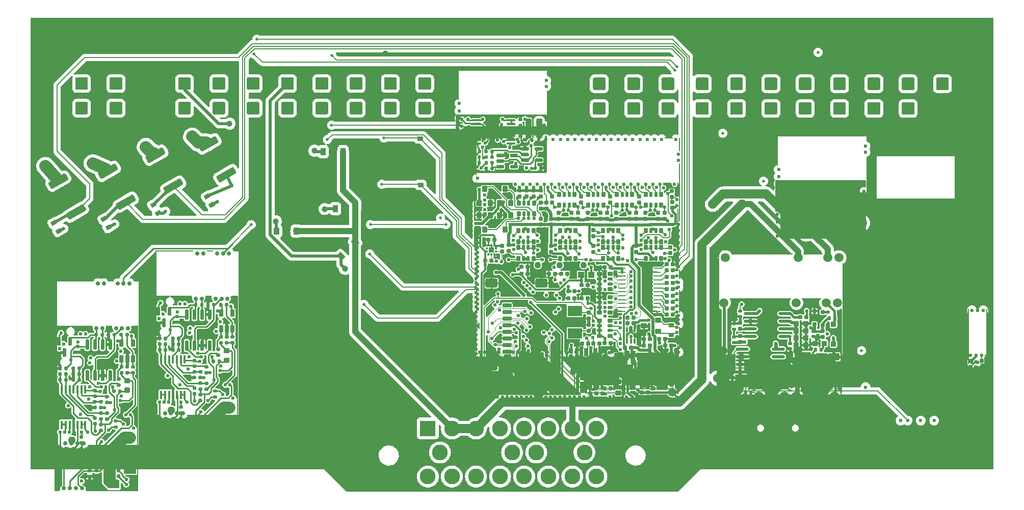
<source format=gbl>
G75*
G70*
%OFA0B0*%
%FSLAX25Y25*%
%IPPOS*%
%LPD*%
%AMOC8*
5,1,8,0,0,1.08239X$1,22.5*
%
%AMM110*
21,1,0.019680,0.019680,-0.000000,0.000000,90.000000*
21,1,0.015750,0.023620,-0.000000,0.000000,90.000000*
1,1,0.003940,0.009840,0.007870*
1,1,0.003940,0.009840,-0.007870*
1,1,0.003940,-0.009840,-0.007870*
1,1,0.003940,-0.009840,0.007870*
%
%AMM111*
21,1,0.019680,0.019680,-0.000000,0.000000,0.000000*
21,1,0.015750,0.023620,-0.000000,0.000000,0.000000*
1,1,0.003940,0.007870,-0.009840*
1,1,0.003940,-0.007870,-0.009840*
1,1,0.003940,-0.007870,0.009840*
1,1,0.003940,0.007870,0.009840*
%
%AMM126*
21,1,0.033470,0.026770,-0.000000,0.000000,0.000000*
21,1,0.026770,0.033470,-0.000000,0.000000,0.000000*
1,1,0.006690,0.013390,-0.013390*
1,1,0.006690,-0.013390,-0.013390*
1,1,0.006690,-0.013390,0.013390*
1,1,0.006690,0.013390,0.013390*
%
%AMM127*
21,1,0.023620,0.018900,-0.000000,0.000000,270.000000*
21,1,0.018900,0.023620,-0.000000,0.000000,270.000000*
1,1,0.004720,-0.009450,-0.009450*
1,1,0.004720,-0.009450,0.009450*
1,1,0.004720,0.009450,0.009450*
1,1,0.004720,0.009450,-0.009450*
%
%AMM141*
21,1,0.035830,0.026770,-0.000000,-0.000000,180.000000*
21,1,0.029130,0.033470,-0.000000,-0.000000,180.000000*
1,1,0.006690,-0.014570,0.013390*
1,1,0.006690,0.014570,0.013390*
1,1,0.006690,0.014570,-0.013390*
1,1,0.006690,-0.014570,-0.013390*
%
%AMM142*
21,1,0.070870,0.036220,-0.000000,-0.000000,270.000000*
21,1,0.061810,0.045280,-0.000000,-0.000000,270.000000*
1,1,0.009060,-0.018110,-0.030910*
1,1,0.009060,-0.018110,0.030910*
1,1,0.009060,0.018110,0.030910*
1,1,0.009060,0.018110,-0.030910*
%
%AMM143*
21,1,0.033470,0.026770,-0.000000,-0.000000,180.000000*
21,1,0.026770,0.033470,-0.000000,-0.000000,180.000000*
1,1,0.006690,-0.013390,0.013390*
1,1,0.006690,0.013390,0.013390*
1,1,0.006690,0.013390,-0.013390*
1,1,0.006690,-0.013390,-0.013390*
%
%AMM177*
21,1,0.035830,0.026770,0.000000,-0.000000,270.000000*
21,1,0.029130,0.033470,0.000000,-0.000000,270.000000*
1,1,0.006690,-0.013390,-0.014570*
1,1,0.006690,-0.013390,0.014570*
1,1,0.006690,0.013390,0.014570*
1,1,0.006690,0.013390,-0.014570*
%
%AMM178*
21,1,0.070870,0.036220,0.000000,-0.000000,0.000000*
21,1,0.061810,0.045280,0.000000,-0.000000,0.000000*
1,1,0.009060,0.030910,-0.018110*
1,1,0.009060,-0.030910,-0.018110*
1,1,0.009060,-0.030910,0.018110*
1,1,0.009060,0.030910,0.018110*
%
%AMM181*
21,1,0.023620,0.018900,0.000000,-0.000000,0.000000*
21,1,0.018900,0.023620,0.000000,-0.000000,0.000000*
1,1,0.004720,0.009450,-0.009450*
1,1,0.004720,-0.009450,-0.009450*
1,1,0.004720,-0.009450,0.009450*
1,1,0.004720,0.009450,0.009450*
%
%AMM182*
21,1,0.019680,0.019680,0.000000,-0.000000,270.000000*
21,1,0.015750,0.023620,0.000000,-0.000000,270.000000*
1,1,0.003940,-0.009840,-0.007870*
1,1,0.003940,-0.009840,0.007870*
1,1,0.003940,0.009840,0.007870*
1,1,0.003940,0.009840,-0.007870*
%
%AMM183*
21,1,0.019680,0.019680,0.000000,-0.000000,180.000000*
21,1,0.015750,0.023620,0.000000,-0.000000,180.000000*
1,1,0.003940,-0.007870,0.009840*
1,1,0.003940,0.007870,0.009840*
1,1,0.003940,0.007870,-0.009840*
1,1,0.003940,-0.007870,-0.009840*
%
%AMM197*
21,1,0.106300,0.050390,0.000000,-0.000000,0.000000*
21,1,0.093700,0.062990,0.000000,-0.000000,0.000000*
1,1,0.012600,0.046850,-0.025200*
1,1,0.012600,-0.046850,-0.025200*
1,1,0.012600,-0.046850,0.025200*
1,1,0.012600,0.046850,0.025200*
%
%AMM198*
21,1,0.033470,0.026770,0.000000,-0.000000,180.000000*
21,1,0.026770,0.033470,0.000000,-0.000000,180.000000*
1,1,0.006690,-0.013390,0.013390*
1,1,0.006690,0.013390,0.013390*
1,1,0.006690,0.013390,-0.013390*
1,1,0.006690,-0.013390,-0.013390*
%
%AMM199*
21,1,0.023620,0.018900,0.000000,-0.000000,90.000000*
21,1,0.018900,0.023620,0.000000,-0.000000,90.000000*
1,1,0.004720,0.009450,0.009450*
1,1,0.004720,0.009450,-0.009450*
1,1,0.004720,-0.009450,-0.009450*
1,1,0.004720,-0.009450,0.009450*
%
%AMM200*
21,1,0.122050,0.075590,0.000000,-0.000000,90.000000*
21,1,0.103150,0.094490,0.000000,-0.000000,90.000000*
1,1,0.018900,0.037800,0.051580*
1,1,0.018900,0.037800,-0.051580*
1,1,0.018900,-0.037800,-0.051580*
1,1,0.018900,-0.037800,0.051580*
%
%AMM201*
21,1,0.118110,0.083460,0.000000,-0.000000,270.000000*
21,1,0.097240,0.104330,0.000000,-0.000000,270.000000*
1,1,0.020870,-0.041730,-0.048620*
1,1,0.020870,-0.041730,0.048620*
1,1,0.020870,0.041730,0.048620*
1,1,0.020870,0.041730,-0.048620*
%
%AMM262*
21,1,0.025590,0.026380,-0.000000,-0.000000,90.000000*
21,1,0.020470,0.031500,-0.000000,-0.000000,90.000000*
1,1,0.005120,0.013190,0.010240*
1,1,0.005120,0.013190,-0.010240*
1,1,0.005120,-0.013190,-0.010240*
1,1,0.005120,-0.013190,0.010240*
%
%AMM263*
21,1,0.017720,0.027950,-0.000000,-0.000000,90.000000*
21,1,0.014170,0.031500,-0.000000,-0.000000,90.000000*
1,1,0.003540,0.013980,0.007090*
1,1,0.003540,0.013980,-0.007090*
1,1,0.003540,-0.013980,-0.007090*
1,1,0.003540,-0.013980,0.007090*
%
%AMM266*
21,1,0.027560,0.018900,-0.000000,-0.000000,270.000000*
21,1,0.022840,0.023620,-0.000000,-0.000000,270.000000*
1,1,0.004720,-0.009450,-0.011420*
1,1,0.004720,-0.009450,0.011420*
1,1,0.004720,0.009450,0.011420*
1,1,0.004720,0.009450,-0.011420*
%
%AMM268*
21,1,0.027560,0.018900,-0.000000,-0.000000,0.000000*
21,1,0.022840,0.023620,-0.000000,-0.000000,0.000000*
1,1,0.004720,0.011420,-0.009450*
1,1,0.004720,-0.011420,-0.009450*
1,1,0.004720,-0.011420,0.009450*
1,1,0.004720,0.011420,0.009450*
%
%AMM270*
21,1,0.035430,0.030320,-0.000000,-0.000000,90.000000*
21,1,0.028350,0.037400,-0.000000,-0.000000,90.000000*
1,1,0.007090,0.015160,0.014170*
1,1,0.007090,0.015160,-0.014170*
1,1,0.007090,-0.015160,-0.014170*
1,1,0.007090,-0.015160,0.014170*
%
%AMM273*
21,1,0.027560,0.030710,-0.000000,-0.000000,180.000000*
21,1,0.022050,0.036220,-0.000000,-0.000000,180.000000*
1,1,0.005510,-0.011020,0.015350*
1,1,0.005510,0.011020,0.015350*
1,1,0.005510,0.011020,-0.015350*
1,1,0.005510,-0.011020,-0.015350*
%
%AMM294*
21,1,0.033470,0.026770,-0.000000,-0.000000,270.000000*
21,1,0.026770,0.033470,-0.000000,-0.000000,270.000000*
1,1,0.006690,-0.013390,-0.013390*
1,1,0.006690,-0.013390,0.013390*
1,1,0.006690,0.013390,0.013390*
1,1,0.006690,0.013390,-0.013390*
%
%AMM295*
21,1,0.025590,0.026380,-0.000000,-0.000000,180.000000*
21,1,0.020470,0.031500,-0.000000,-0.000000,180.000000*
1,1,0.005120,-0.010240,0.013190*
1,1,0.005120,0.010240,0.013190*
1,1,0.005120,0.010240,-0.013190*
1,1,0.005120,-0.010240,-0.013190*
%
%AMM296*
21,1,0.017720,0.027950,-0.000000,-0.000000,180.000000*
21,1,0.014170,0.031500,-0.000000,-0.000000,180.000000*
1,1,0.003540,-0.007090,0.013980*
1,1,0.003540,0.007090,0.013980*
1,1,0.003540,0.007090,-0.013980*
1,1,0.003540,-0.007090,-0.013980*
%
%AMM297*
21,1,0.078740,0.045670,-0.000000,-0.000000,0.000000*
21,1,0.067320,0.057090,-0.000000,-0.000000,0.000000*
1,1,0.011420,0.033660,-0.022840*
1,1,0.011420,-0.033660,-0.022840*
1,1,0.011420,-0.033660,0.022840*
1,1,0.011420,0.033660,0.022840*
%
%AMM298*
21,1,0.059060,0.020470,-0.000000,-0.000000,0.000000*
21,1,0.053940,0.025590,-0.000000,-0.000000,0.000000*
1,1,0.005120,0.026970,-0.010240*
1,1,0.005120,-0.026970,-0.010240*
1,1,0.005120,-0.026970,0.010240*
1,1,0.005120,0.026970,0.010240*
%
%AMM299*
21,1,0.035430,0.030320,-0.000000,-0.000000,0.000000*
21,1,0.028350,0.037400,-0.000000,-0.000000,0.000000*
1,1,0.007090,0.014170,-0.015160*
1,1,0.007090,-0.014170,-0.015160*
1,1,0.007090,-0.014170,0.015160*
1,1,0.007090,0.014170,0.015160*
%
%AMM300*
21,1,0.012600,0.028980,-0.000000,-0.000000,0.000000*
21,1,0.010080,0.031500,-0.000000,-0.000000,0.000000*
1,1,0.002520,0.005040,-0.014490*
1,1,0.002520,-0.005040,-0.014490*
1,1,0.002520,-0.005040,0.014490*
1,1,0.002520,0.005040,0.014490*
%
%AMM301*
21,1,0.070870,0.036220,-0.000000,-0.000000,180.000000*
21,1,0.061810,0.045280,-0.000000,-0.000000,180.000000*
1,1,0.009060,-0.030910,0.018110*
1,1,0.009060,0.030910,0.018110*
1,1,0.009060,0.030910,-0.018110*
1,1,0.009060,-0.030910,-0.018110*
%
%AMM302*
21,1,0.027560,0.049610,-0.000000,-0.000000,180.000000*
21,1,0.022050,0.055120,-0.000000,-0.000000,180.000000*
1,1,0.005510,-0.011020,0.024800*
1,1,0.005510,0.011020,0.024800*
1,1,0.005510,0.011020,-0.024800*
1,1,0.005510,-0.011020,-0.024800*
%
%AMM303*
21,1,0.027560,0.030710,-0.000000,-0.000000,270.000000*
21,1,0.022050,0.036220,-0.000000,-0.000000,270.000000*
1,1,0.005510,-0.015350,-0.011020*
1,1,0.005510,-0.015350,0.011020*
1,1,0.005510,0.015350,0.011020*
1,1,0.005510,0.015350,-0.011020*
%
%ADD10C,0.06000*%
%ADD118C,0.03150*%
%ADD13C,0.22047*%
%ADD14C,0.02362*%
%ADD15O,0.04823X0.00787*%
%ADD154C,0.05118*%
%ADD16O,0.00787X0.36614*%
%ADD167C,0.03900*%
%ADD17R,0.00984X0.24350*%
%ADD18R,0.00984X0.04390*%
%ADD19R,0.56201X0.00984*%
%ADD195C,0.00492*%
%ADD196C,0.01260*%
%ADD197C,0.04331*%
%ADD198C,0.05512*%
%ADD20R,0.59449X0.00984*%
%ADD21R,0.00984X0.20374*%
%ADD232R,0.01378X0.01476*%
%ADD233R,0.01968X0.01968*%
%ADD235O,0.04961X0.00984*%
%ADD237R,0.09449X0.06693*%
%ADD238R,0.01476X0.01378*%
%ADD240R,0.03937X0.04331*%
%ADD28C,0.02756*%
%ADD283M110*%
%ADD284M111*%
%ADD285O,0.40158X0.00787*%
%ADD300M126*%
%ADD301M127*%
%ADD302O,0.08661X0.01968*%
%ADD31R,0.04331X0.00984*%
%ADD317M141*%
%ADD318M142*%
%ADD319M143*%
%ADD32R,0.03858X0.00984*%
%ADD34R,0.00984X1.08661*%
%ADD353M177*%
%ADD354M178*%
%ADD357M181*%
%ADD358M182*%
%ADD359M183*%
%ADD36R,0.03740X0.00984*%
%ADD37C,0.05906*%
%ADD373M197*%
%ADD374M198*%
%ADD375M199*%
%ADD376M200*%
%ADD377M201*%
%ADD38O,0.12992X0.00787*%
%ADD39O,0.40157X0.00787*%
%ADD391R,0.07874X0.07500*%
%ADD392O,0.07874X0.07500*%
%ADD394R,0.01772X0.05709*%
%ADD395R,0.02559X0.04803*%
%ADD40O,0.01181X0.00787*%
%ADD41O,0.00787X0.66929*%
%ADD42O,0.00787X0.60630*%
%ADD43O,0.18898X0.00787*%
%ADD44O,0.10236X0.00787*%
%ADD45O,0.03937X0.00787*%
%ADD46O,0.05906X0.00787*%
%ADD47R,0.10335X0.10335*%
%ADD471M262*%
%ADD472M263*%
%ADD475M266*%
%ADD477M268*%
%ADD479M270*%
%ADD48C,0.10335*%
%ADD482M273*%
%ADD49C,0.06693*%
%ADD503M294*%
%ADD504M295*%
%ADD505M296*%
%ADD506M297*%
%ADD507M298*%
%ADD508M299*%
%ADD509M300*%
%ADD51O,0.03937X0.08268*%
%ADD510M301*%
%ADD511M302*%
%ADD512M303*%
%ADD52O,0.03937X0.06299*%
%ADD53R,0.00787X0.14567*%
%ADD54R,0.00787X0.01575*%
%ADD55R,0.00787X0.06299*%
%ADD56R,0.00787X0.38189*%
%ADD57R,0.00787X0.09055*%
%ADD58R,0.05512X0.00787*%
%ADD59R,0.25197X0.00787*%
%ADD60R,0.06693X0.00787*%
%ADD61R,0.12992X0.00787*%
%ADD62R,0.00787X0.27559*%
%ADD63R,0.00787X0.12992*%
%ADD64R,0.00787X0.24803*%
%ADD66C,0.01969*%
%ADD67C,0.03937*%
%ADD68C,0.00787*%
%ADD69C,0.07874*%
%ADD80C,0.01181*%
%ADD83C,0.00591*%
%ADD91R,0.24803X0.00984*%
%ADD92R,0.34449X0.00984*%
%ADD93C,0.00984*%
%ADD94C,0.01968*%
%ADD95C,0.01575*%
X0000000Y0000000D02*
%LPD*%
G01*
D10*
X0465611Y0089528D03*
X0450611Y0089528D03*
D13*
X0163426Y0106359D03*
D14*
X0617067Y0133918D03*
D15*
X0624843Y0098878D03*
D16*
X0614705Y0116792D03*
X0626910Y0116792D03*
D14*
X0620807Y0133918D03*
X0624548Y0133918D03*
X0620611Y0099666D03*
X0617067Y0099666D03*
X0281831Y0264626D03*
X0281831Y0269351D03*
X0281831Y0259902D03*
X0281831Y0255178D03*
D17*
X0339508Y0265680D03*
D18*
X0339508Y0289498D03*
D19*
X0311900Y0253996D03*
D20*
X0310276Y0291201D03*
D21*
X0281044Y0281506D03*
D14*
X0338622Y0280611D03*
X0338622Y0284548D03*
D14*
X0547579Y0083622D03*
X0553780Y0064311D03*
X0603796Y0064347D03*
X0570414Y0061674D03*
X0575040Y0061674D03*
X0583603Y0061674D03*
X0592363Y0061674D03*
D28*
X0024252Y0046910D03*
X0036063Y0046910D03*
X0032126Y0046910D03*
X0028189Y0046910D03*
D31*
X0070906Y0153111D03*
D32*
X0053819Y0153111D03*
D91*
X0030355Y0153111D03*
D34*
X0072579Y0099272D03*
X0018445Y0099272D03*
D92*
X0055847Y0045433D03*
D36*
X0019823Y0045433D03*
D28*
X0062244Y0151600D03*
X0058307Y0151600D03*
X0045331Y0151600D03*
X0049331Y0151600D03*
X0066181Y0151600D03*
D37*
X0528288Y0107343D03*
X0503091Y0107343D03*
X0495611Y0107343D03*
X0478681Y0107343D03*
D14*
X0469233Y0105571D03*
X0465296Y0105571D03*
D38*
X0513130Y0170926D03*
D39*
X0479666Y0170926D03*
D40*
X0451713Y0170926D03*
D41*
X0451516Y0137855D03*
D42*
X0532618Y0134705D03*
D37*
X0454075Y0107343D03*
D40*
X0532422Y0104784D03*
D43*
X0515886Y0104784D03*
D44*
X0486949Y0104784D03*
D45*
X0473170Y0104784D03*
D46*
X0460178Y0104784D03*
D37*
X0530059Y0168367D03*
X0522776Y0168367D03*
X0503288Y0168367D03*
X0455847Y0168367D03*
D47*
X0261260Y0056556D03*
D48*
X0277008Y0056556D03*
X0292756Y0056556D03*
X0308504Y0056556D03*
X0324252Y0056556D03*
X0340000Y0056556D03*
X0355748Y0056556D03*
X0371496Y0056556D03*
X0269134Y0040807D03*
X0284882Y0040807D03*
X0300630Y0040807D03*
X0316378Y0040807D03*
X0332126Y0040807D03*
X0347874Y0040807D03*
X0363622Y0040807D03*
X0261260Y0025059D03*
X0277008Y0025059D03*
X0292756Y0025059D03*
X0308504Y0025059D03*
X0324252Y0025059D03*
X0340000Y0025059D03*
X0355748Y0025059D03*
X0371496Y0025059D03*
G36*
G01*
X0255059Y0263150D02*
X0255059Y0269449D01*
G75*
G02*
X0256044Y0270433I0000984J0000000D01*
G01*
X0262343Y0270433D01*
G75*
G02*
X0263327Y0269449I0000000J-000984D01*
G01*
X0263327Y0263150D01*
G75*
G02*
X0262343Y0262166I-000984J0000000D01*
G01*
X0256044Y0262166D01*
G75*
G02*
X0255059Y0263150I0000000J0000984D01*
G01*
G37*
G36*
G01*
X0232618Y0263150D02*
X0232618Y0269449D01*
G75*
G02*
X0233603Y0270433I0000984J0000000D01*
G01*
X0239902Y0270433D01*
G75*
G02*
X0240886Y0269449I0000000J-000984D01*
G01*
X0240886Y0263150D01*
G75*
G02*
X0239902Y0262166I-000984J0000000D01*
G01*
X0233603Y0262166D01*
G75*
G02*
X0232618Y0263150I0000000J0000984D01*
G01*
G37*
G36*
G01*
X0210178Y0263150D02*
X0210178Y0269449D01*
G75*
G02*
X0211162Y0270433I0000984J0000000D01*
G01*
X0217461Y0270433D01*
G75*
G02*
X0218445Y0269449I0000000J-000984D01*
G01*
X0218445Y0263150D01*
G75*
G02*
X0217461Y0262166I-000984J0000000D01*
G01*
X0211162Y0262166D01*
G75*
G02*
X0210178Y0263150I0000000J0000984D01*
G01*
G37*
G36*
G01*
X0187737Y0263150D02*
X0187737Y0269449D01*
G75*
G02*
X0188721Y0270433I0000984J0000000D01*
G01*
X0195020Y0270433D01*
G75*
G02*
X0196004Y0269449I0000000J-000984D01*
G01*
X0196004Y0263150D01*
G75*
G02*
X0195020Y0262166I-000984J0000000D01*
G01*
X0188721Y0262166D01*
G75*
G02*
X0187737Y0263150I0000000J0000984D01*
G01*
G37*
G36*
G01*
X0165296Y0263150D02*
X0165296Y0269449D01*
G75*
G02*
X0166280Y0270433I0000984J0000000D01*
G01*
X0172579Y0270433D01*
G75*
G02*
X0173563Y0269449I0000000J-000984D01*
G01*
X0173563Y0263150D01*
G75*
G02*
X0172579Y0262166I-000984J0000000D01*
G01*
X0166280Y0262166D01*
G75*
G02*
X0165296Y0263150I0000000J0000984D01*
G01*
G37*
G36*
G01*
X0142855Y0263150D02*
X0142855Y0269449D01*
G75*
G02*
X0143839Y0270433I0000984J0000000D01*
G01*
X0150138Y0270433D01*
G75*
G02*
X0151122Y0269449I0000000J-000984D01*
G01*
X0151122Y0263150D01*
G75*
G02*
X0150138Y0262166I-000984J0000000D01*
G01*
X0143839Y0262166D01*
G75*
G02*
X0142855Y0263150I0000000J0000984D01*
G01*
G37*
G36*
G01*
X0120414Y0263150D02*
X0120414Y0269449D01*
G75*
G02*
X0121398Y0270433I0000984J0000000D01*
G01*
X0127697Y0270433D01*
G75*
G02*
X0128681Y0269449I0000000J-000984D01*
G01*
X0128681Y0263150D01*
G75*
G02*
X0127697Y0262166I-000984J0000000D01*
G01*
X0121398Y0262166D01*
G75*
G02*
X0120414Y0263150I0000000J0000984D01*
G01*
G37*
G36*
G01*
X0097973Y0263150D02*
X0097973Y0269449D01*
G75*
G02*
X0098957Y0270433I0000984J0000000D01*
G01*
X0105256Y0270433D01*
G75*
G02*
X0106241Y0269449I0000000J-000984D01*
G01*
X0106241Y0263150D01*
G75*
G02*
X0105256Y0262166I-000984J0000000D01*
G01*
X0098957Y0262166D01*
G75*
G02*
X0097973Y0263150I0000000J0000984D01*
G01*
G37*
G36*
G01*
X0075532Y0263150D02*
X0075532Y0269449D01*
G75*
G02*
X0076516Y0270433I0000984J0000000D01*
G01*
X0082815Y0270433D01*
G75*
G02*
X0083800Y0269449I0000000J-000984D01*
G01*
X0083800Y0263150D01*
G75*
G02*
X0082815Y0262166I-000984J0000000D01*
G01*
X0076516Y0262166D01*
G75*
G02*
X0075532Y0263150I0000000J0000984D01*
G01*
G37*
G36*
G01*
X0053091Y0263150D02*
X0053091Y0269449D01*
G75*
G02*
X0054075Y0270433I0000984J0000000D01*
G01*
X0060374Y0270433D01*
G75*
G02*
X0061359Y0269449I0000000J-000984D01*
G01*
X0061359Y0263150D01*
G75*
G02*
X0060374Y0262166I-000984J0000000D01*
G01*
X0054075Y0262166D01*
G75*
G02*
X0053091Y0263150I0000000J0000984D01*
G01*
G37*
G36*
G01*
X0030650Y0263150D02*
X0030650Y0269449D01*
G75*
G02*
X0031634Y0270433I0000984J0000000D01*
G01*
X0037933Y0270433D01*
G75*
G02*
X0038918Y0269449I0000000J-000984D01*
G01*
X0038918Y0263150D01*
G75*
G02*
X0037933Y0262166I-000984J0000000D01*
G01*
X0031634Y0262166D01*
G75*
G02*
X0030650Y0263150I0000000J0000984D01*
G01*
G37*
G36*
G01*
X0255059Y0279292D02*
X0255059Y0285591D01*
G75*
G02*
X0256044Y0286575I0000984J0000000D01*
G01*
X0262343Y0286575D01*
G75*
G02*
X0263327Y0285591I0000000J-000984D01*
G01*
X0263327Y0279292D01*
G75*
G02*
X0262343Y0278307I-000984J0000000D01*
G01*
X0256044Y0278307D01*
G75*
G02*
X0255059Y0279292I0000000J0000984D01*
G01*
G37*
G36*
G01*
X0232618Y0279292D02*
X0232618Y0285591D01*
G75*
G02*
X0233603Y0286575I0000984J0000000D01*
G01*
X0239902Y0286575D01*
G75*
G02*
X0240886Y0285591I0000000J-000984D01*
G01*
X0240886Y0279292D01*
G75*
G02*
X0239902Y0278307I-000984J0000000D01*
G01*
X0233603Y0278307D01*
G75*
G02*
X0232618Y0279292I0000000J0000984D01*
G01*
G37*
G36*
G01*
X0210178Y0279292D02*
X0210178Y0285591D01*
G75*
G02*
X0211162Y0286575I0000984J0000000D01*
G01*
X0217461Y0286575D01*
G75*
G02*
X0218445Y0285591I0000000J-000984D01*
G01*
X0218445Y0279292D01*
G75*
G02*
X0217461Y0278307I-000984J0000000D01*
G01*
X0211162Y0278307D01*
G75*
G02*
X0210178Y0279292I0000000J0000984D01*
G01*
G37*
G36*
G01*
X0187737Y0279292D02*
X0187737Y0285591D01*
G75*
G02*
X0188721Y0286575I0000984J0000000D01*
G01*
X0195020Y0286575D01*
G75*
G02*
X0196004Y0285591I0000000J-000984D01*
G01*
X0196004Y0279292D01*
G75*
G02*
X0195020Y0278307I-000984J0000000D01*
G01*
X0188721Y0278307D01*
G75*
G02*
X0187737Y0279292I0000000J0000984D01*
G01*
G37*
G36*
G01*
X0165296Y0279292D02*
X0165296Y0285591D01*
G75*
G02*
X0166280Y0286575I0000984J0000000D01*
G01*
X0172579Y0286575D01*
G75*
G02*
X0173563Y0285591I0000000J-000984D01*
G01*
X0173563Y0279292D01*
G75*
G02*
X0172579Y0278307I-000984J0000000D01*
G01*
X0166280Y0278307D01*
G75*
G02*
X0165296Y0279292I0000000J0000984D01*
G01*
G37*
G36*
G01*
X0142855Y0279292D02*
X0142855Y0285591D01*
G75*
G02*
X0143839Y0286575I0000984J0000000D01*
G01*
X0150138Y0286575D01*
G75*
G02*
X0151122Y0285591I0000000J-000984D01*
G01*
X0151122Y0279292D01*
G75*
G02*
X0150138Y0278307I-000984J0000000D01*
G01*
X0143839Y0278307D01*
G75*
G02*
X0142855Y0279292I0000000J0000984D01*
G01*
G37*
G36*
G01*
X0120414Y0279292D02*
X0120414Y0285591D01*
G75*
G02*
X0121398Y0286575I0000984J0000000D01*
G01*
X0127697Y0286575D01*
G75*
G02*
X0128681Y0285591I0000000J-000984D01*
G01*
X0128681Y0279292D01*
G75*
G02*
X0127697Y0278307I-000984J0000000D01*
G01*
X0121398Y0278307D01*
G75*
G02*
X0120414Y0279292I0000000J0000984D01*
G01*
G37*
G36*
G01*
X0097973Y0279292D02*
X0097973Y0285591D01*
G75*
G02*
X0098957Y0286575I0000984J0000000D01*
G01*
X0105256Y0286575D01*
G75*
G02*
X0106241Y0285591I0000000J-000984D01*
G01*
X0106241Y0279292D01*
G75*
G02*
X0105256Y0278307I-000984J0000000D01*
G01*
X0098957Y0278307D01*
G75*
G02*
X0097973Y0279292I0000000J0000984D01*
G01*
G37*
G36*
G01*
X0075532Y0279292D02*
X0075532Y0285591D01*
G75*
G02*
X0076516Y0286575I0000984J0000000D01*
G01*
X0082815Y0286575D01*
G75*
G02*
X0083800Y0285591I0000000J-000984D01*
G01*
X0083800Y0279292D01*
G75*
G02*
X0082815Y0278307I-000984J0000000D01*
G01*
X0076516Y0278307D01*
G75*
G02*
X0075532Y0279292I0000000J0000984D01*
G01*
G37*
G36*
G01*
X0053091Y0279292D02*
X0053091Y0285591D01*
G75*
G02*
X0054075Y0286575I0000984J0000000D01*
G01*
X0060374Y0286575D01*
G75*
G02*
X0061359Y0285591I0000000J-000984D01*
G01*
X0061359Y0279292D01*
G75*
G02*
X0060374Y0278307I-000984J0000000D01*
G01*
X0054075Y0278307D01*
G75*
G02*
X0053091Y0279292I0000000J0000984D01*
G01*
G37*
G36*
G01*
X0030650Y0279292D02*
X0030650Y0285591D01*
G75*
G02*
X0031634Y0286575I0000984J0000000D01*
G01*
X0037933Y0286575D01*
G75*
G02*
X0038918Y0285591I0000000J-000984D01*
G01*
X0038918Y0279292D01*
G75*
G02*
X0037933Y0278307I-000984J0000000D01*
G01*
X0031634Y0278307D01*
G75*
G02*
X0030650Y0279292I0000000J0000984D01*
G01*
G37*
G36*
G01*
X0593642Y0262953D02*
X0593642Y0269252D01*
G75*
G02*
X0594626Y0270237I0000984J0000000D01*
G01*
X0600926Y0270237D01*
G75*
G02*
X0601910Y0269252I0000000J-000984D01*
G01*
X0601910Y0262953D01*
G75*
G02*
X0600926Y0261969I-000984J0000000D01*
G01*
X0594626Y0261969D01*
G75*
G02*
X0593642Y0262953I0000000J0000984D01*
G01*
G37*
G36*
G01*
X0571201Y0262953D02*
X0571201Y0269252D01*
G75*
G02*
X0572185Y0270237I0000984J0000000D01*
G01*
X0578485Y0270237D01*
G75*
G02*
X0579469Y0269252I0000000J-000984D01*
G01*
X0579469Y0262953D01*
G75*
G02*
X0578485Y0261969I-000984J0000000D01*
G01*
X0572185Y0261969D01*
G75*
G02*
X0571201Y0262953I0000000J0000984D01*
G01*
G37*
G36*
G01*
X0548760Y0262953D02*
X0548760Y0269252D01*
G75*
G02*
X0549744Y0270237I0000984J0000000D01*
G01*
X0556044Y0270237D01*
G75*
G02*
X0557028Y0269252I0000000J-000984D01*
G01*
X0557028Y0262953D01*
G75*
G02*
X0556044Y0261969I-000984J0000000D01*
G01*
X0549744Y0261969D01*
G75*
G02*
X0548760Y0262953I0000000J0000984D01*
G01*
G37*
G36*
G01*
X0526319Y0262953D02*
X0526319Y0269252D01*
G75*
G02*
X0527304Y0270237I0000984J0000000D01*
G01*
X0533603Y0270237D01*
G75*
G02*
X0534587Y0269252I0000000J-000984D01*
G01*
X0534587Y0262953D01*
G75*
G02*
X0533603Y0261969I-000984J0000000D01*
G01*
X0527304Y0261969D01*
G75*
G02*
X0526319Y0262953I0000000J0000984D01*
G01*
G37*
G36*
G01*
X0503878Y0262953D02*
X0503878Y0269252D01*
G75*
G02*
X0504863Y0270237I0000984J0000000D01*
G01*
X0511162Y0270237D01*
G75*
G02*
X0512146Y0269252I0000000J-000984D01*
G01*
X0512146Y0262953D01*
G75*
G02*
X0511162Y0261969I-000984J0000000D01*
G01*
X0504863Y0261969D01*
G75*
G02*
X0503878Y0262953I0000000J0000984D01*
G01*
G37*
G36*
G01*
X0481437Y0262953D02*
X0481437Y0269252D01*
G75*
G02*
X0482422Y0270237I0000984J0000000D01*
G01*
X0488721Y0270237D01*
G75*
G02*
X0489705Y0269252I0000000J-000984D01*
G01*
X0489705Y0262953D01*
G75*
G02*
X0488721Y0261969I-000984J0000000D01*
G01*
X0482422Y0261969D01*
G75*
G02*
X0481437Y0262953I0000000J0000984D01*
G01*
G37*
G36*
G01*
X0458996Y0262953D02*
X0458996Y0269252D01*
G75*
G02*
X0459981Y0270237I0000984J0000000D01*
G01*
X0466280Y0270237D01*
G75*
G02*
X0467264Y0269252I0000000J-000984D01*
G01*
X0467264Y0262953D01*
G75*
G02*
X0466280Y0261969I-000984J0000000D01*
G01*
X0459981Y0261969D01*
G75*
G02*
X0458996Y0262953I0000000J0000984D01*
G01*
G37*
G36*
G01*
X0436555Y0262953D02*
X0436555Y0269252D01*
G75*
G02*
X0437540Y0270237I0000984J0000000D01*
G01*
X0443839Y0270237D01*
G75*
G02*
X0444823Y0269252I0000000J-000984D01*
G01*
X0444823Y0262953D01*
G75*
G02*
X0443839Y0261969I-000984J0000000D01*
G01*
X0437540Y0261969D01*
G75*
G02*
X0436555Y0262953I0000000J0000984D01*
G01*
G37*
G36*
G01*
X0414115Y0262953D02*
X0414115Y0269252D01*
G75*
G02*
X0415099Y0270237I0000984J0000000D01*
G01*
X0421398Y0270237D01*
G75*
G02*
X0422382Y0269252I0000000J-000984D01*
G01*
X0422382Y0262953D01*
G75*
G02*
X0421398Y0261969I-000984J0000000D01*
G01*
X0415099Y0261969D01*
G75*
G02*
X0414115Y0262953I0000000J0000984D01*
G01*
G37*
G36*
G01*
X0391674Y0262953D02*
X0391674Y0269252D01*
G75*
G02*
X0392658Y0270237I0000984J0000000D01*
G01*
X0398957Y0270237D01*
G75*
G02*
X0399941Y0269252I0000000J-000984D01*
G01*
X0399941Y0262953D01*
G75*
G02*
X0398957Y0261969I-000984J0000000D01*
G01*
X0392658Y0261969D01*
G75*
G02*
X0391674Y0262953I0000000J0000984D01*
G01*
G37*
G36*
G01*
X0369233Y0262953D02*
X0369233Y0269252D01*
G75*
G02*
X0370217Y0270237I0000984J0000000D01*
G01*
X0376516Y0270237D01*
G75*
G02*
X0377500Y0269252I0000000J-000984D01*
G01*
X0377500Y0262953D01*
G75*
G02*
X0376516Y0261969I-000984J0000000D01*
G01*
X0370217Y0261969D01*
G75*
G02*
X0369233Y0262953I0000000J0000984D01*
G01*
G37*
G36*
G01*
X0593642Y0279095D02*
X0593642Y0285394D01*
G75*
G02*
X0594626Y0286378I0000984J0000000D01*
G01*
X0600926Y0286378D01*
G75*
G02*
X0601910Y0285394I0000000J-000984D01*
G01*
X0601910Y0279095D01*
G75*
G02*
X0600926Y0278111I-000984J0000000D01*
G01*
X0594626Y0278111D01*
G75*
G02*
X0593642Y0279095I0000000J0000984D01*
G01*
G37*
G36*
G01*
X0571201Y0279095D02*
X0571201Y0285394D01*
G75*
G02*
X0572185Y0286378I0000984J0000000D01*
G01*
X0578485Y0286378D01*
G75*
G02*
X0579469Y0285394I0000000J-000984D01*
G01*
X0579469Y0279095D01*
G75*
G02*
X0578485Y0278111I-000984J0000000D01*
G01*
X0572185Y0278111D01*
G75*
G02*
X0571201Y0279095I0000000J0000984D01*
G01*
G37*
G36*
G01*
X0548760Y0279095D02*
X0548760Y0285394D01*
G75*
G02*
X0549744Y0286378I0000984J0000000D01*
G01*
X0556044Y0286378D01*
G75*
G02*
X0557028Y0285394I0000000J-000984D01*
G01*
X0557028Y0279095D01*
G75*
G02*
X0556044Y0278111I-000984J0000000D01*
G01*
X0549744Y0278111D01*
G75*
G02*
X0548760Y0279095I0000000J0000984D01*
G01*
G37*
G36*
G01*
X0526319Y0279095D02*
X0526319Y0285394D01*
G75*
G02*
X0527304Y0286378I0000984J0000000D01*
G01*
X0533603Y0286378D01*
G75*
G02*
X0534587Y0285394I0000000J-000984D01*
G01*
X0534587Y0279095D01*
G75*
G02*
X0533603Y0278111I-000984J0000000D01*
G01*
X0527304Y0278111D01*
G75*
G02*
X0526319Y0279095I0000000J0000984D01*
G01*
G37*
G36*
G01*
X0503878Y0279095D02*
X0503878Y0285394D01*
G75*
G02*
X0504863Y0286378I0000984J0000000D01*
G01*
X0511162Y0286378D01*
G75*
G02*
X0512146Y0285394I0000000J-000984D01*
G01*
X0512146Y0279095D01*
G75*
G02*
X0511162Y0278111I-000984J0000000D01*
G01*
X0504863Y0278111D01*
G75*
G02*
X0503878Y0279095I0000000J0000984D01*
G01*
G37*
G36*
G01*
X0481437Y0279095D02*
X0481437Y0285394D01*
G75*
G02*
X0482422Y0286378I0000984J0000000D01*
G01*
X0488721Y0286378D01*
G75*
G02*
X0489705Y0285394I0000000J-000984D01*
G01*
X0489705Y0279095D01*
G75*
G02*
X0488721Y0278111I-000984J0000000D01*
G01*
X0482422Y0278111D01*
G75*
G02*
X0481437Y0279095I0000000J0000984D01*
G01*
G37*
G36*
G01*
X0458996Y0279095D02*
X0458996Y0285394D01*
G75*
G02*
X0459981Y0286378I0000984J0000000D01*
G01*
X0466280Y0286378D01*
G75*
G02*
X0467264Y0285394I0000000J-000984D01*
G01*
X0467264Y0279095D01*
G75*
G02*
X0466280Y0278111I-000984J0000000D01*
G01*
X0459981Y0278111D01*
G75*
G02*
X0458996Y0279095I0000000J0000984D01*
G01*
G37*
G36*
G01*
X0436555Y0279095D02*
X0436555Y0285394D01*
G75*
G02*
X0437540Y0286378I0000984J0000000D01*
G01*
X0443839Y0286378D01*
G75*
G02*
X0444823Y0285394I0000000J-000984D01*
G01*
X0444823Y0279095D01*
G75*
G02*
X0443839Y0278111I-000984J0000000D01*
G01*
X0437540Y0278111D01*
G75*
G02*
X0436555Y0279095I0000000J0000984D01*
G01*
G37*
G36*
G01*
X0414115Y0279095D02*
X0414115Y0285394D01*
G75*
G02*
X0415099Y0286378I0000984J0000000D01*
G01*
X0421398Y0286378D01*
G75*
G02*
X0422382Y0285394I0000000J-000984D01*
G01*
X0422382Y0279095D01*
G75*
G02*
X0421398Y0278111I-000984J0000000D01*
G01*
X0415099Y0278111D01*
G75*
G02*
X0414115Y0279095I0000000J0000984D01*
G01*
G37*
G36*
G01*
X0391674Y0279095D02*
X0391674Y0285394D01*
G75*
G02*
X0392658Y0286378I0000984J0000000D01*
G01*
X0398957Y0286378D01*
G75*
G02*
X0399941Y0285394I0000000J-000984D01*
G01*
X0399941Y0279095D01*
G75*
G02*
X0398957Y0278111I-000984J0000000D01*
G01*
X0392658Y0278111D01*
G75*
G02*
X0391674Y0279095I0000000J0000984D01*
G01*
G37*
G36*
G01*
X0369233Y0279095D02*
X0369233Y0285394D01*
G75*
G02*
X0370217Y0286378I0000984J0000000D01*
G01*
X0376516Y0286378D01*
G75*
G02*
X0377500Y0285394I0000000J-000984D01*
G01*
X0377500Y0279095D01*
G75*
G02*
X0376516Y0278111I-000984J0000000D01*
G01*
X0370217Y0278111D01*
G75*
G02*
X0369233Y0279095I0000000J0000984D01*
G01*
G37*
D14*
X0490689Y0221516D03*
X0490689Y0226241D03*
X0490689Y0216792D03*
X0490689Y0212067D03*
D17*
X0548367Y0222569D03*
D18*
X0548367Y0246388D03*
D19*
X0520758Y0210886D03*
D20*
X0519134Y0248091D03*
D21*
X0489902Y0238396D03*
D14*
X0547481Y0237500D03*
X0547481Y0241437D03*
D49*
X0530355Y0191103D03*
D51*
X0473189Y0058741D03*
D52*
X0473189Y0042284D03*
D51*
X0507205Y0058741D03*
D52*
X0507205Y0042284D03*
D13*
X0575630Y0106359D03*
D49*
X0545237Y0191103D03*
D10*
X0447481Y0203307D03*
X0466772Y0203307D03*
D14*
X0293642Y0220335D03*
X0293642Y0203406D03*
X0293642Y0200256D03*
X0293642Y0197107D03*
X0293642Y0193957D03*
X0293642Y0190807D03*
X0293642Y0187658D03*
X0293642Y0184508D03*
X0293642Y0181359D03*
X0293642Y0178209D03*
X0293642Y0175059D03*
X0293642Y0171910D03*
X0293642Y0168760D03*
X0293642Y0165611D03*
X0293642Y0162461D03*
X0293642Y0159311D03*
X0293642Y0156162D03*
X0293642Y0150650D03*
X0293642Y0147500D03*
X0293642Y0144351D03*
X0293642Y0141201D03*
X0293642Y0138052D03*
X0293642Y0134902D03*
D53*
X0425926Y0115808D03*
D54*
X0425926Y0127815D03*
D53*
X0425926Y0139823D03*
D55*
X0425926Y0157343D03*
D56*
X0425926Y0211083D03*
D57*
X0425926Y0242579D03*
D58*
X0418839Y0246713D03*
D59*
X0410571Y0105768D03*
D60*
X0386752Y0105768D03*
D61*
X0372973Y0105768D03*
D58*
X0334587Y0105768D03*
D59*
X0305059Y0246713D03*
D62*
X0292855Y0119154D03*
D54*
X0292855Y0153406D03*
D63*
X0292855Y0211871D03*
D64*
X0292855Y0234705D03*
D14*
X0295217Y0106556D03*
X0298366Y0106556D03*
X0301516Y0106556D03*
X0304666Y0106556D03*
X0307815Y0106556D03*
X0310965Y0106556D03*
X0314115Y0106556D03*
X0317264Y0106556D03*
X0320414Y0106556D03*
X0323563Y0106556D03*
X0326713Y0106556D03*
X0329863Y0106556D03*
X0339311Y0106556D03*
X0342461Y0106556D03*
X0345611Y0106556D03*
X0348760Y0106556D03*
X0351910Y0106556D03*
X0355059Y0106556D03*
X0358209Y0106556D03*
X0361359Y0106556D03*
X0364508Y0106556D03*
X0381437Y0106556D03*
X0392067Y0106556D03*
X0396004Y0106556D03*
X0425138Y0106556D03*
X0319626Y0245926D03*
X0324351Y0245926D03*
X0329075Y0245926D03*
X0333800Y0245926D03*
X0338524Y0245926D03*
X0343248Y0245926D03*
X0347973Y0245926D03*
X0352697Y0245926D03*
X0357422Y0245926D03*
X0362146Y0245926D03*
X0366870Y0245926D03*
X0371595Y0245926D03*
X0376319Y0245926D03*
X0381044Y0245926D03*
X0385768Y0245926D03*
X0390492Y0245926D03*
X0395217Y0245926D03*
X0399941Y0245926D03*
X0404666Y0245926D03*
X0409390Y0245926D03*
X0414115Y0245926D03*
X0423563Y0245926D03*
X0425138Y0236083D03*
X0425138Y0232146D03*
X0425138Y0190020D03*
X0425138Y0186083D03*
X0425138Y0182146D03*
X0425138Y0178209D03*
X0425138Y0174272D03*
X0425138Y0170335D03*
X0425138Y0166398D03*
X0425138Y0162461D03*
X0425138Y0152225D03*
X0425138Y0149075D03*
X0425138Y0130571D03*
X0425138Y0125059D03*
D10*
X0494991Y0197530D03*
X0508632Y0183889D03*
D28*
X0089311Y0066496D03*
X0101122Y0066496D03*
X0097185Y0066496D03*
X0093248Y0066496D03*
D31*
X0135965Y0172697D03*
D32*
X0118878Y0172697D03*
D91*
X0095414Y0172697D03*
D34*
X0137638Y0118859D03*
X0083504Y0118859D03*
D92*
X0120906Y0065020D03*
D36*
X0084882Y0065020D03*
D28*
X0127304Y0171186D03*
X0123367Y0171186D03*
X0110390Y0171186D03*
X0114390Y0171186D03*
X0131241Y0171186D03*
G36*
G01*
X0100814Y0215975D02*
X0091096Y0210365D01*
G75*
G02*
X0089752Y0210725I-000492J0000852D01*
G01*
X0088325Y0213197D01*
G75*
G02*
X0088685Y0214542I0000852J0000492D01*
G01*
X0098402Y0220152D01*
G75*
G02*
X0099747Y0219792I0000492J-000852D01*
G01*
X0101174Y0217320D01*
G75*
G02*
X0100814Y0215975I-000852J-000492D01*
G01*
G37*
G36*
G01*
X0089150Y0236177D02*
X0079433Y0230567D01*
G75*
G02*
X0078089Y0230927I-000492J0000852D01*
G01*
X0076661Y0233399D01*
G75*
G02*
X0077022Y0234743I0000852J0000492D01*
G01*
X0086739Y0240354D01*
G75*
G02*
X0088083Y0239993I0000492J-000852D01*
G01*
X0089511Y0237521D01*
G75*
G02*
X0089150Y0236177I-000852J-000492D01*
G01*
G37*
G36*
G01*
X0135492Y0223404D02*
X0125774Y0217794D01*
G75*
G02*
X0124430Y0218154I-000492J0000852D01*
G01*
X0123003Y0220626D01*
G75*
G02*
X0123363Y0221971I0000852J0000492D01*
G01*
X0133080Y0227581D01*
G75*
G02*
X0134425Y0227221I0000492J-000852D01*
G01*
X0135852Y0224749D01*
G75*
G02*
X0135492Y0223404I-000852J-000492D01*
G01*
G37*
G36*
G01*
X0123828Y0243606D02*
X0114111Y0237995D01*
G75*
G02*
X0112767Y0238356I-000492J0000852D01*
G01*
X0111339Y0240828D01*
G75*
G02*
X0111700Y0242172I0000852J0000492D01*
G01*
X0121417Y0247782D01*
G75*
G02*
X0122761Y0247422I0000492J-000852D01*
G01*
X0124188Y0244950D01*
G75*
G02*
X0123828Y0243606I-000852J-000492D01*
G01*
G37*
G36*
G01*
X0054421Y0187851D02*
X0051761Y0186316D01*
G75*
G02*
X0051385Y0186417I-000138J0000239D01*
G01*
X0050282Y0188326D01*
G75*
G02*
X0050383Y0188702I0000239J0000138D01*
G01*
X0053043Y0190238D01*
G75*
G02*
X0053419Y0190137I0000138J-000239D01*
G01*
X0054522Y0188228D01*
G75*
G02*
X0054421Y0187851I-000239J-000138D01*
G01*
G37*
G36*
G01*
X0051271Y0193306D02*
X0048612Y0191771D01*
G75*
G02*
X0048235Y0191872I-000138J0000239D01*
G01*
X0047133Y0193781D01*
G75*
G02*
X0047234Y0194158I0000239J0000138D01*
G01*
X0049893Y0195693D01*
G75*
G02*
X0050270Y0195592I0000138J-000239D01*
G01*
X0051372Y0193683D01*
G75*
G02*
X0051271Y0193306I-000239J-000138D01*
G01*
G37*
G36*
G01*
X0207500Y0239764D02*
X0207500Y0235748D01*
G75*
G02*
X0207146Y0235394I-000354J0000000D01*
G01*
X0204311Y0235394D01*
G75*
G02*
X0203957Y0235748I0000000J0000354D01*
G01*
X0203957Y0239764D01*
G75*
G02*
X0204311Y0240118I0000354J0000000D01*
G01*
X0207146Y0240118D01*
G75*
G02*
X0207500Y0239764I0000000J-000354D01*
G01*
G37*
G36*
G01*
X0194508Y0239764D02*
X0194508Y0235748D01*
G75*
G02*
X0194154Y0235394I-000354J0000000D01*
G01*
X0191319Y0235394D01*
G75*
G02*
X0190965Y0235748I0000000J0000354D01*
G01*
X0190965Y0239764D01*
G75*
G02*
X0191319Y0240118I0000354J0000000D01*
G01*
X0194154Y0240118D01*
G75*
G02*
X0194508Y0239764I0000000J-000354D01*
G01*
G37*
G36*
G01*
X0213473Y0181195D02*
X0216313Y0178355D01*
G75*
G02*
X0216313Y0177854I-000251J-000251D01*
G01*
X0214309Y0175850D01*
G75*
G02*
X0213808Y0175850I-000251J0000251D01*
G01*
X0210968Y0178689D01*
G75*
G02*
X0210968Y0179191I0000251J0000251D01*
G01*
X0212972Y0181195D01*
G75*
G02*
X0213473Y0181195I0000251J-000251D01*
G01*
G37*
G36*
G01*
X0204287Y0172008D02*
X0207126Y0169169D01*
G75*
G02*
X0207126Y0168667I-000251J-000251D01*
G01*
X0205122Y0166663D01*
G75*
G02*
X0204621Y0166663I-000251J0000251D01*
G01*
X0201781Y0169503D01*
G75*
G02*
X0201781Y0170004I0000251J0000251D01*
G01*
X0203786Y0172008D01*
G75*
G02*
X0204287Y0172008I0000251J-000251D01*
G01*
G37*
G36*
G01*
X0257678Y0238642D02*
X0254607Y0238642D01*
G75*
G02*
X0254331Y0238918I0000000J0000276D01*
G01*
X0254331Y0241122D01*
G75*
G02*
X0254607Y0241398I0000276J0000000D01*
G01*
X0257678Y0241398D01*
G75*
G02*
X0257953Y0241122I0000000J-000276D01*
G01*
X0257953Y0238918D01*
G75*
G02*
X0257678Y0238642I-000276J0000000D01*
G01*
G37*
G36*
G01*
X0257678Y0244941D02*
X0254607Y0244941D01*
G75*
G02*
X0254331Y0245217I0000000J0000276D01*
G01*
X0254331Y0247422D01*
G75*
G02*
X0254607Y0247697I0000276J0000000D01*
G01*
X0257678Y0247697D01*
G75*
G02*
X0257953Y0247422I0000000J-000276D01*
G01*
X0257953Y0245217D01*
G75*
G02*
X0257678Y0244941I-000276J0000000D01*
G01*
G37*
G36*
G01*
X0121940Y0202615D02*
X0119281Y0201079D01*
G75*
G02*
X0118904Y0201180I-000138J0000239D01*
G01*
X0117802Y0203090D01*
G75*
G02*
X0117903Y0203466I0000239J0000138D01*
G01*
X0120562Y0205002D01*
G75*
G02*
X0120939Y0204901I0000138J-000239D01*
G01*
X0122041Y0202991D01*
G75*
G02*
X0121940Y0202615I-000239J-000138D01*
G01*
G37*
G36*
G01*
X0118791Y0208070D02*
X0116131Y0206535D01*
G75*
G02*
X0115755Y0206636I-000138J0000239D01*
G01*
X0114652Y0208545D01*
G75*
G02*
X0114753Y0208921I0000239J0000138D01*
G01*
X0117413Y0210457D01*
G75*
G02*
X0117789Y0210356I0000138J-000239D01*
G01*
X0118892Y0208447D01*
G75*
G02*
X0118791Y0208070I-000239J-000138D01*
G01*
G37*
G36*
G01*
X0069810Y0205439D02*
X0060093Y0199829D01*
G75*
G02*
X0058748Y0200189I-000492J0000852D01*
G01*
X0057321Y0202661D01*
G75*
G02*
X0057681Y0204006I0000852J0000492D01*
G01*
X0067398Y0209616D01*
G75*
G02*
X0068743Y0209256I0000492J-000852D01*
G01*
X0070170Y0206784D01*
G75*
G02*
X0069810Y0205439I-000852J-000492D01*
G01*
G37*
G36*
G01*
X0058146Y0225641D02*
X0048429Y0220031D01*
G75*
G02*
X0047085Y0220391I-000492J0000852D01*
G01*
X0045657Y0222863D01*
G75*
G02*
X0046018Y0224207I0000852J0000492D01*
G01*
X0055735Y0229817D01*
G75*
G02*
X0057079Y0229457I0000492J-000852D01*
G01*
X0058507Y0226985D01*
G75*
G02*
X0058146Y0225641I-000852J-000492D01*
G01*
G37*
G36*
G01*
X0258071Y0208327D02*
X0255000Y0208327D01*
G75*
G02*
X0254725Y0208603I0000000J0000276D01*
G01*
X0254725Y0210807D01*
G75*
G02*
X0255000Y0211083I0000276J0000000D01*
G01*
X0258071Y0211083D01*
G75*
G02*
X0258347Y0210807I0000000J-000276D01*
G01*
X0258347Y0208603D01*
G75*
G02*
X0258071Y0208327I-000276J0000000D01*
G01*
G37*
G36*
G01*
X0258071Y0214626D02*
X0255000Y0214626D01*
G75*
G02*
X0254725Y0214902I0000000J0000276D01*
G01*
X0254725Y0217107D01*
G75*
G02*
X0255000Y0217382I0000276J0000000D01*
G01*
X0258071Y0217382D01*
G75*
G02*
X0258347Y0217107I0000000J-000276D01*
G01*
X0258347Y0214902D01*
G75*
G02*
X0258071Y0214626I-000276J0000000D01*
G01*
G37*
G36*
G01*
X0215591Y0202363D02*
X0215591Y0198347D01*
G75*
G02*
X0215237Y0197993I-000354J0000000D01*
G01*
X0212402Y0197993D01*
G75*
G02*
X0212048Y0198347I0000000J0000354D01*
G01*
X0212048Y0202363D01*
G75*
G02*
X0212402Y0202717I0000354J0000000D01*
G01*
X0215237Y0202717D01*
G75*
G02*
X0215591Y0202363I0000000J-000354D01*
G01*
G37*
G36*
G01*
X0202599Y0202363D02*
X0202599Y0198347D01*
G75*
G02*
X0202244Y0197993I-000354J0000000D01*
G01*
X0199410Y0197993D01*
G75*
G02*
X0199055Y0198347I0000000J0000354D01*
G01*
X0199055Y0202363D01*
G75*
G02*
X0199410Y0202717I0000354J0000000D01*
G01*
X0202244Y0202717D01*
G75*
G02*
X0202599Y0202363I0000000J-000354D01*
G01*
G37*
G36*
G01*
X0176989Y0187697D02*
X0176989Y0183681D01*
G75*
G02*
X0176634Y0183327I-000354J0000000D01*
G01*
X0173800Y0183327D01*
G75*
G02*
X0173445Y0183681I0000000J0000354D01*
G01*
X0173445Y0187697D01*
G75*
G02*
X0173800Y0188052I0000354J0000000D01*
G01*
X0176634Y0188052D01*
G75*
G02*
X0176989Y0187697I0000000J-000354D01*
G01*
G37*
G36*
G01*
X0163996Y0187697D02*
X0163996Y0183681D01*
G75*
G02*
X0163642Y0183327I-000354J0000000D01*
G01*
X0160807Y0183327D01*
G75*
G02*
X0160453Y0183681I0000000J0000354D01*
G01*
X0160453Y0187697D01*
G75*
G02*
X0160807Y0188052I0000354J0000000D01*
G01*
X0163642Y0188052D01*
G75*
G02*
X0163996Y0187697I0000000J-000354D01*
G01*
G37*
G36*
G01*
X0021743Y0185292D02*
X0019084Y0183757D01*
G75*
G02*
X0018708Y0183857I-000138J0000239D01*
G01*
X0017605Y0185767D01*
G75*
G02*
X0017706Y0186143I0000239J0000138D01*
G01*
X0020366Y0187679D01*
G75*
G02*
X0020742Y0187578I0000138J-000239D01*
G01*
X0021844Y0185668D01*
G75*
G02*
X0021743Y0185292I-000239J-000138D01*
G01*
G37*
G36*
G01*
X0018594Y0190747D02*
X0015934Y0189212D01*
G75*
G02*
X0015558Y0189313I-000138J0000239D01*
G01*
X0014456Y0191222D01*
G75*
G02*
X0014556Y0191599I0000239J0000138D01*
G01*
X0017216Y0193134D01*
G75*
G02*
X0017592Y0193033I0000138J-000239D01*
G01*
X0018695Y0191124D01*
G75*
G02*
X0018594Y0190747I-000239J-000138D01*
G01*
G37*
G36*
G01*
X0037297Y0198995D02*
X0027580Y0193384D01*
G75*
G02*
X0026235Y0193745I-000492J0000852D01*
G01*
X0024808Y0196217D01*
G75*
G02*
X0025169Y0197561I0000852J0000492D01*
G01*
X0034886Y0203171D01*
G75*
G02*
X0036230Y0202811I0000492J-000852D01*
G01*
X0037657Y0200339D01*
G75*
G02*
X0037297Y0198995I-000852J-000492D01*
G01*
G37*
G36*
G01*
X0025634Y0219196D02*
X0015917Y0213586D01*
G75*
G02*
X0014572Y0213946I-000492J0000852D01*
G01*
X0013145Y0216418D01*
G75*
G02*
X0013505Y0217763I0000852J0000492D01*
G01*
X0023222Y0223373D01*
G75*
G02*
X0024567Y0223013I0000492J-000852D01*
G01*
X0025994Y0220541D01*
G75*
G02*
X0025634Y0219196I-000852J-000492D01*
G01*
G37*
G36*
G01*
X0086901Y0197103D02*
X0084242Y0195568D01*
G75*
G02*
X0083865Y0195668I-000138J0000239D01*
G01*
X0082763Y0197578D01*
G75*
G02*
X0082864Y0197954I0000239J0000138D01*
G01*
X0085523Y0199490D01*
G75*
G02*
X0085899Y0199389I0000138J-000239D01*
G01*
X0087002Y0197479D01*
G75*
G02*
X0086901Y0197103I-000239J-000138D01*
G01*
G37*
G36*
G01*
X0083751Y0202558D02*
X0081092Y0201023D01*
G75*
G02*
X0080715Y0201124I-000138J0000239D01*
G01*
X0079613Y0203033D01*
G75*
G02*
X0079714Y0203410I0000239J0000138D01*
G01*
X0082373Y0204945D01*
G75*
G02*
X0082750Y0204844I0000138J-000239D01*
G01*
X0083852Y0202935D01*
G75*
G02*
X0083751Y0202558I-000239J-000138D01*
G01*
G37*
D66*
X0131930Y0293170D03*
D67*
X0257717Y0169154D03*
X0226811Y0145926D03*
X0585867Y0275059D03*
X0233504Y0302028D03*
D66*
X0490788Y0087067D03*
D67*
X0175237Y0213248D03*
D66*
X0102402Y0198485D03*
X0217559Y0228603D03*
X0288229Y0186280D03*
X0149449Y0311477D03*
X0133111Y0215414D03*
X0516378Y0302815D03*
D67*
X0207126Y0161083D03*
D66*
X0232520Y0246713D03*
D67*
X0187048Y0238445D03*
D66*
X0231142Y0216398D03*
X0145709Y0190018D03*
X0198268Y0255178D03*
X0480748Y0218563D03*
D67*
X0193741Y0200256D03*
X0131536Y0256162D03*
X0161851Y0192185D03*
D66*
X0269528Y0194351D03*
D67*
X0395709Y0099666D03*
D66*
X0544922Y0107540D03*
X0223662Y0190020D03*
X0273071Y0190020D03*
X0195512Y0245729D03*
X0223268Y0170729D03*
X0219528Y0137855D03*
X0420906Y0079784D03*
X0421103Y0082540D03*
X0454174Y0249863D03*
X0147481Y0301831D03*
X0422865Y0291185D03*
X0424252Y0293563D03*
X0198465Y0300650D03*
X0123859Y0205178D03*
X0022678Y0187264D03*
X0089410Y0198681D03*
X0056536Y0190414D03*
D10*
X0107126Y0247635D03*
X0011240Y0228800D03*
X0076811Y0240952D03*
X0041893Y0230298D03*
D68*
X0432225Y0169548D02*
X0425138Y0162461D01*
X0149449Y0311477D02*
X0421029Y0311477D01*
D66*
X0117166Y0208918D02*
X0133111Y0215414D01*
X0133111Y0215414D02*
X0129370Y0222500D01*
D68*
X0421029Y0311477D02*
X0432225Y0300281D01*
X0432225Y0300281D02*
X0432225Y0169548D01*
X0149843Y0311477D02*
X0149449Y0311477D01*
X0430650Y0299629D02*
X0421952Y0308327D01*
X0018741Y0281359D02*
X0018741Y0238052D01*
X0137602Y0299468D02*
X0036850Y0299468D01*
D66*
X0016575Y0191004D02*
X0027008Y0197107D01*
D68*
X0036850Y0299468D02*
X0018741Y0281359D01*
X0430650Y0171910D02*
X0430650Y0299629D01*
X0040000Y0216792D02*
X0040000Y0207045D01*
X0425138Y0166398D02*
X0430650Y0171910D01*
X0040000Y0207045D02*
X0031233Y0198278D01*
X0146460Y0308327D02*
X0137602Y0299468D01*
X0018741Y0238052D02*
X0040000Y0216792D01*
X0421952Y0308327D02*
X0146460Y0308327D01*
X0429075Y0298977D02*
X0429075Y0174272D01*
X0140000Y0207737D02*
X0140000Y0299640D01*
X0421300Y0306752D02*
X0429075Y0298977D01*
X0147113Y0306752D02*
X0421300Y0306752D01*
X0094749Y0215259D02*
X0113492Y0196516D01*
X0429075Y0174272D02*
X0425138Y0170335D01*
X0128780Y0196516D02*
X0140000Y0207737D01*
X0140000Y0299640D02*
X0147113Y0306752D01*
X0113492Y0196516D02*
X0128780Y0196516D01*
D66*
X0090619Y0211870D02*
X0091378Y0211870D01*
X0082717Y0203968D02*
X0090619Y0211870D01*
D68*
X0128054Y0193563D02*
X0141575Y0207084D01*
X0141575Y0207084D02*
X0141575Y0298988D01*
X0147765Y0305178D02*
X0420647Y0305178D01*
X0427500Y0176634D02*
X0425138Y0174272D01*
X0420647Y0305178D02*
X0427500Y0298324D01*
X0074905Y0193563D02*
X0128054Y0193563D01*
X0141575Y0298988D02*
X0147765Y0305178D01*
X0427500Y0298324D02*
X0427500Y0176634D01*
D66*
X0061100Y0204722D02*
X0063745Y0204722D01*
X0050040Y0193662D02*
X0061100Y0204722D01*
D68*
X0063745Y0204722D02*
X0074905Y0193563D01*
D66*
X0204454Y0169336D02*
X0204454Y0163756D01*
X0204454Y0163756D02*
X0207126Y0161083D01*
X0204454Y0169336D02*
X0172147Y0169336D01*
X0172147Y0169336D02*
X0158111Y0183372D01*
X0158111Y0271122D02*
X0169430Y0282441D01*
X0158111Y0183372D02*
X0158111Y0271122D01*
D68*
X0255748Y0246713D02*
X0256142Y0246319D01*
X0281536Y0183268D02*
X0289804Y0175001D01*
X0268937Y0206162D02*
X0281536Y0193563D01*
X0232520Y0246713D02*
X0255748Y0246713D01*
X0289804Y0175001D02*
X0289804Y0162264D01*
X0268937Y0233524D02*
X0268937Y0206162D01*
X0281536Y0193563D02*
X0281536Y0183268D01*
X0289804Y0162264D02*
X0292756Y0159311D01*
X0256142Y0246319D02*
X0268937Y0233524D01*
X0292756Y0159311D02*
X0293642Y0159311D01*
D66*
X0192737Y0237756D02*
X0187737Y0237756D01*
X0187737Y0237756D02*
X0187048Y0238445D01*
D68*
X0279961Y0182616D02*
X0288229Y0174348D01*
X0293451Y0156162D02*
X0293642Y0156162D01*
X0256142Y0216398D02*
X0256536Y0216004D01*
X0256536Y0216004D02*
X0279961Y0192579D01*
X0231142Y0216398D02*
X0256142Y0216398D01*
X0288229Y0174348D02*
X0288229Y0161384D01*
X0288229Y0161384D02*
X0293451Y0156162D01*
X0279961Y0192579D02*
X0279961Y0182616D01*
X0198268Y0255178D02*
X0281831Y0255178D01*
D93*
X0133307Y0177618D02*
X0127304Y0171615D01*
D68*
X0143544Y0187855D02*
X0143546Y0187855D01*
D93*
X0130158Y0174469D02*
X0081733Y0174469D01*
D68*
X0133307Y0177618D02*
X0143544Y0187855D01*
D93*
X0062244Y0154981D02*
X0062244Y0151600D01*
X0127304Y0171615D02*
X0127304Y0171186D01*
X0081733Y0174469D02*
X0062244Y0154981D01*
D68*
X0143546Y0187855D02*
X0145709Y0190018D01*
D67*
X0213641Y0190414D02*
X0213641Y0200176D01*
X0213641Y0186280D02*
X0213641Y0190414D01*
X0213819Y0200355D02*
X0213819Y0204390D01*
X0175217Y0185689D02*
X0213050Y0185689D01*
X0503288Y0172542D02*
X0503288Y0168367D01*
D37*
X0277008Y0056556D02*
X0292756Y0056556D01*
D67*
X0213641Y0200176D02*
X0213819Y0200355D01*
X0213622Y0119941D02*
X0213622Y0178504D01*
X0277008Y0056556D02*
X0213622Y0119941D01*
D37*
X0356339Y0073681D02*
X0425827Y0073681D01*
D67*
X0213050Y0185689D02*
X0213641Y0186280D01*
X0466772Y0203307D02*
X0472523Y0203307D01*
X0213641Y0178522D02*
X0213641Y0190414D01*
X0472523Y0203307D02*
X0503288Y0172542D01*
X0213819Y0204390D02*
X0205729Y0212481D01*
D37*
X0440591Y0088445D02*
X0440591Y0177126D01*
D67*
X0205729Y0212481D02*
X0205729Y0237756D01*
X0213622Y0178504D02*
X0213641Y0178522D01*
D37*
X0292756Y0056556D02*
X0309882Y0073681D01*
X0425827Y0073681D02*
X0440591Y0088445D01*
D67*
X0355748Y0073091D02*
X0356339Y0073681D01*
D37*
X0309882Y0073681D02*
X0356339Y0073681D01*
X0440591Y0177126D02*
X0466772Y0203307D01*
D67*
X0355748Y0056556D02*
X0355748Y0073091D01*
D66*
X0193839Y0200355D02*
X0193741Y0200256D01*
X0200827Y0200355D02*
X0193839Y0200355D01*
X0124489Y0256162D02*
X0102107Y0278544D01*
X0162225Y0185689D02*
X0162225Y0191811D01*
X0131536Y0256162D02*
X0124489Y0256162D01*
X0162225Y0191811D02*
X0161851Y0192185D01*
X0102107Y0278544D02*
X0102107Y0282441D01*
D67*
X0508632Y0183889D02*
X0512875Y0183889D01*
X0522776Y0173987D02*
X0522776Y0168367D01*
X0512875Y0183889D02*
X0522776Y0173987D01*
D37*
X0482473Y0210048D02*
X0494991Y0197530D01*
X0454221Y0210048D02*
X0482473Y0210048D01*
X0447481Y0203307D02*
X0454221Y0210048D01*
D66*
X0395709Y0106260D02*
X0396004Y0106556D01*
X0395709Y0099666D02*
X0395709Y0106260D01*
X0465296Y0105571D02*
X0465296Y0089843D01*
X0465296Y0089843D02*
X0465611Y0089528D01*
D68*
X0223662Y0190020D02*
X0273071Y0190020D01*
X0198662Y0248878D02*
X0195512Y0245729D01*
X0195512Y0245729D02*
X0195512Y0245532D01*
X0291972Y0175059D02*
X0283111Y0183921D01*
X0270512Y0206814D02*
X0270512Y0236647D01*
X0283111Y0183921D02*
X0283111Y0194216D01*
X0258281Y0248878D02*
X0198662Y0248878D01*
X0293642Y0175059D02*
X0291972Y0175059D01*
X0283111Y0194216D02*
X0270512Y0206814D01*
X0195512Y0245532D02*
X0195512Y0245532D01*
X0270512Y0236647D02*
X0258281Y0248878D01*
X0293451Y0150650D02*
X0293642Y0150650D01*
X0223268Y0170729D02*
X0244922Y0149075D01*
X0244922Y0149075D02*
X0291876Y0149075D01*
X0291876Y0149075D02*
X0293451Y0150650D01*
X0267523Y0128800D02*
X0286224Y0147500D01*
X0286224Y0147500D02*
X0293642Y0147500D01*
X0219528Y0137855D02*
X0228583Y0128800D01*
X0228583Y0128800D02*
X0267523Y0128800D01*
X0555453Y0081260D02*
X0458878Y0081260D01*
X0458878Y0081260D02*
X0450611Y0089528D01*
X0575040Y0061674D02*
X0555453Y0081260D01*
X0339311Y0104885D02*
X0339311Y0106556D01*
X0420906Y0079784D02*
X0364413Y0079784D01*
X0364413Y0079784D02*
X0339311Y0104885D01*
X0342461Y0104885D02*
X0342461Y0106556D01*
X0364807Y0082540D02*
X0342461Y0104885D01*
X0421103Y0082540D02*
X0364807Y0082540D01*
X0152993Y0296319D02*
X0147481Y0301831D01*
X0417730Y0296319D02*
X0152993Y0296319D01*
X0422865Y0291185D02*
X0417730Y0296319D01*
X0198465Y0300650D02*
X0198465Y0300847D01*
X0198662Y0300650D02*
X0198465Y0300650D01*
X0198465Y0300847D02*
X0198465Y0300847D01*
X0201418Y0297894D02*
X0198662Y0300650D01*
X0424252Y0293563D02*
X0419922Y0297894D01*
X0419922Y0297894D02*
X0201418Y0297894D01*
D66*
X0120118Y0203209D02*
X0123859Y0205178D01*
X0019528Y0185493D02*
X0023268Y0187461D01*
X0084882Y0197529D02*
X0088454Y0197529D01*
X0088454Y0197529D02*
X0089804Y0198878D01*
X0052796Y0188445D02*
X0056536Y0190414D01*
D69*
X0111001Y0243760D02*
X0116575Y0243760D01*
X0107126Y0247635D02*
X0111001Y0243760D01*
X0011063Y0228406D02*
X0018150Y0220335D01*
X0080893Y0236870D02*
X0082126Y0236870D01*
X0076811Y0240952D02*
X0080893Y0236870D01*
X0041969Y0230178D02*
X0051024Y0226241D01*
G36*
X0290277Y0145059D02*
G01*
X0290457Y0144851D01*
X0290498Y0144593D01*
X0290471Y0144351D01*
X0290471Y0144351D01*
X0290550Y0143645D01*
X0290550Y0143645D01*
X0290794Y0142949D01*
X0290785Y0142946D01*
X0290823Y0142716D01*
X0290790Y0142604D01*
X0290794Y0142603D01*
X0290550Y0141907D01*
X0290550Y0141907D01*
X0290471Y0141201D01*
X0290471Y0141201D01*
X0290550Y0140496D01*
X0290550Y0140495D01*
X0290794Y0139799D01*
X0290785Y0139796D01*
X0290823Y0139567D01*
X0290790Y0139455D01*
X0290794Y0139454D01*
X0290550Y0138757D01*
X0290550Y0138757D01*
X0290471Y0138052D01*
X0290471Y0138052D01*
X0290550Y0137346D01*
X0290550Y0137346D01*
X0290794Y0136650D01*
X0290785Y0136647D01*
X0290823Y0136417D01*
X0290790Y0136305D01*
X0290794Y0136304D01*
X0290550Y0135608D01*
X0290550Y0135608D01*
X0290471Y0134902D01*
X0290471Y0134902D01*
X0290550Y0134196D01*
X0290550Y0134196D01*
X0290785Y0133526D01*
X0291083Y0133051D01*
X0291162Y0132925D01*
X0291665Y0132422D01*
X0292266Y0132045D01*
X0292528Y0131953D01*
X0292751Y0131793D01*
X0292853Y0131537D01*
X0292855Y0131492D01*
X0292855Y0108851D01*
X0292777Y0108587D01*
X0292748Y0108547D01*
X0292737Y0108533D01*
X0292359Y0107932D01*
X0292125Y0107261D01*
X0292125Y0107261D01*
X0292045Y0106556D01*
X0292045Y0106556D01*
X0292125Y0105850D01*
X0292125Y0105850D01*
X0292359Y0105179D01*
X0292698Y0104641D01*
X0292737Y0104578D01*
X0293239Y0104076D01*
X0293508Y0103907D01*
X0293840Y0103699D01*
X0293841Y0103698D01*
X0294511Y0103464D01*
X0294511Y0103464D01*
X0294511Y0103464D01*
X0295217Y0103384D01*
X0295217Y0103384D01*
X0295217Y0103384D01*
X0295923Y0103464D01*
X0295923Y0103464D01*
X0295923Y0103464D01*
X0295923Y0103464D01*
X0295923Y0103464D01*
X0296619Y0103707D01*
X0296622Y0103699D01*
X0296851Y0103736D01*
X0296963Y0103704D01*
X0296965Y0103707D01*
X0297661Y0103464D01*
X0297661Y0103464D01*
X0297661Y0103464D01*
X0297661Y0103464D01*
X0297661Y0103464D01*
X0298366Y0103384D01*
X0298366Y0103384D01*
X0298367Y0103384D01*
X0299072Y0103464D01*
X0299072Y0103464D01*
X0299072Y0103464D01*
X0299072Y0103464D01*
X0299072Y0103464D01*
X0299768Y0103707D01*
X0299771Y0103699D01*
X0300001Y0103736D01*
X0300113Y0103704D01*
X0300114Y0103707D01*
X0300810Y0103464D01*
X0300810Y0103464D01*
X0300810Y0103464D01*
X0300810Y0103464D01*
X0300810Y0103464D01*
X0301516Y0103384D01*
X0301516Y0103384D01*
X0301516Y0103384D01*
X0302222Y0103464D01*
X0302222Y0103464D01*
X0302222Y0103464D01*
X0302892Y0103698D01*
X0302892Y0103698D01*
X0302918Y0103707D01*
X0302921Y0103699D01*
X0303150Y0103737D01*
X0303263Y0103704D01*
X0303264Y0103707D01*
X0303960Y0103464D01*
X0303960Y0103464D01*
X0304666Y0103384D01*
X0304666Y0103384D01*
X0304666Y0103384D01*
X0305371Y0103464D01*
X0305371Y0103464D01*
X0305371Y0103464D01*
X0305371Y0103464D01*
X0305372Y0103464D01*
X0306068Y0103707D01*
X0306071Y0103699D01*
X0306300Y0103736D01*
X0306412Y0103704D01*
X0306413Y0103707D01*
X0307110Y0103464D01*
X0307110Y0103464D01*
X0307110Y0103464D01*
X0307110Y0103464D01*
X0307110Y0103464D01*
X0307815Y0103384D01*
X0307815Y0103384D01*
X0307815Y0103384D01*
X0308521Y0103464D01*
X0308521Y0103464D01*
X0308521Y0103464D01*
X0308521Y0103464D01*
X0308521Y0103464D01*
X0309217Y0103707D01*
X0309220Y0103699D01*
X0309450Y0103736D01*
X0309562Y0103704D01*
X0309563Y0103707D01*
X0310259Y0103464D01*
X0310259Y0103464D01*
X0310259Y0103464D01*
X0310259Y0103464D01*
X0310259Y0103464D01*
X0310965Y0103384D01*
X0310965Y0103384D01*
X0310965Y0103384D01*
X0311671Y0103464D01*
X0311671Y0103464D01*
X0311671Y0103464D01*
X0311671Y0103464D01*
X0311671Y0103464D01*
X0312367Y0103707D01*
X0312370Y0103699D01*
X0312599Y0103736D01*
X0312711Y0103704D01*
X0312713Y0103707D01*
X0313409Y0103464D01*
X0313409Y0103464D01*
X0313409Y0103464D01*
X0313409Y0103464D01*
X0313409Y0103464D01*
X0314115Y0103384D01*
X0314115Y0103384D01*
X0314115Y0103384D01*
X0314820Y0103464D01*
X0314820Y0103464D01*
X0314820Y0103464D01*
X0315491Y0103698D01*
X0315491Y0103698D01*
X0315516Y0103707D01*
X0315519Y0103699D01*
X0315749Y0103737D01*
X0315861Y0103704D01*
X0315862Y0103707D01*
X0316558Y0103464D01*
X0316558Y0103464D01*
X0317264Y0103384D01*
X0317264Y0103384D01*
X0317264Y0103384D01*
X0317970Y0103464D01*
X0317970Y0103464D01*
X0317970Y0103464D01*
X0317970Y0103464D01*
X0317970Y0103464D01*
X0318666Y0103707D01*
X0318669Y0103699D01*
X0318899Y0103736D01*
X0319011Y0103704D01*
X0319012Y0103707D01*
X0319708Y0103464D01*
X0319708Y0103464D01*
X0320414Y0103384D01*
X0320414Y0103384D01*
X0320414Y0103384D01*
X0321119Y0103464D01*
X0321119Y0103464D01*
X0321119Y0103464D01*
X0321119Y0103464D01*
X0321120Y0103464D01*
X0321816Y0103707D01*
X0321819Y0103699D01*
X0322048Y0103737D01*
X0322160Y0103704D01*
X0322161Y0103707D01*
X0322858Y0103464D01*
X0322858Y0103464D01*
X0322858Y0103464D01*
X0322858Y0103464D01*
X0322858Y0103464D01*
X0323563Y0103384D01*
X0323563Y0103384D01*
X0323563Y0103384D01*
X0324269Y0103464D01*
X0324269Y0103464D01*
X0324269Y0103464D01*
X0324269Y0103464D01*
X0324269Y0103464D01*
X0324965Y0103707D01*
X0324968Y0103699D01*
X0325198Y0103737D01*
X0325310Y0103704D01*
X0325311Y0103707D01*
X0326007Y0103464D01*
X0326007Y0103464D01*
X0326007Y0103464D01*
X0326007Y0103464D01*
X0326007Y0103464D01*
X0326713Y0103384D01*
X0326713Y0103384D01*
X0326713Y0103384D01*
X0327419Y0103464D01*
X0327419Y0103464D01*
X0327419Y0103464D01*
X0327419Y0103464D01*
X0327419Y0103464D01*
X0328115Y0103707D01*
X0328118Y0103699D01*
X0328347Y0103737D01*
X0328459Y0103704D01*
X0328461Y0103707D01*
X0329157Y0103464D01*
X0329157Y0103464D01*
X0329157Y0103464D01*
X0329157Y0103464D01*
X0329157Y0103464D01*
X0329863Y0103384D01*
X0329863Y0103384D01*
X0329863Y0103384D01*
X0330568Y0103464D01*
X0330568Y0103464D01*
X0330568Y0103464D01*
X0331239Y0103698D01*
X0331840Y0104076D01*
X0332342Y0104578D01*
X0332720Y0105179D01*
X0332812Y0105441D01*
X0332972Y0105665D01*
X0333228Y0105766D01*
X0333272Y0105768D01*
X0335902Y0105768D01*
X0336166Y0105691D01*
X0336346Y0105483D01*
X0336362Y0105441D01*
X0336454Y0105179D01*
X0336454Y0105179D01*
X0336832Y0104578D01*
X0336871Y0104539D01*
X0337002Y0104298D01*
X0337007Y0104273D01*
X0337008Y0104268D01*
X0337244Y0103698D01*
X0337246Y0103693D01*
X0337625Y0103199D01*
X0337625Y0103199D01*
X0337724Y0103123D01*
X0337772Y0103081D01*
X0361415Y0079438D01*
X0361547Y0079197D01*
X0361527Y0078922D01*
X0361362Y0078702D01*
X0361105Y0078606D01*
X0361070Y0078605D01*
X0310186Y0078605D01*
X0310131Y0078608D01*
X0309993Y0078623D01*
X0309993Y0078623D01*
X0309733Y0078606D01*
X0309700Y0078605D01*
X0309661Y0078605D01*
X0309501Y0078590D01*
X0309490Y0078589D01*
X0309109Y0078564D01*
X0309092Y0078560D01*
X0309017Y0078547D01*
X0309000Y0078545D01*
X0308631Y0078443D01*
X0308620Y0078441D01*
X0308250Y0078347D01*
X0308234Y0078340D01*
X0308162Y0078314D01*
X0308145Y0078309D01*
X0307801Y0078143D01*
X0307791Y0078139D01*
X0307443Y0077981D01*
X0307443Y0077981D01*
X0307429Y0077971D01*
X0307362Y0077932D01*
X0307347Y0077925D01*
X0307347Y0077925D01*
X0307038Y0077700D01*
X0307029Y0077694D01*
X0306714Y0077476D01*
X0306702Y0077464D01*
X0306644Y0077414D01*
X0306630Y0077404D01*
X0306630Y0077404D01*
X0306366Y0077128D01*
X0306358Y0077120D01*
X0293075Y0063836D01*
X0292833Y0063704D01*
X0292729Y0063693D01*
X0292221Y0063693D01*
X0291164Y0063534D01*
X0291164Y0063534D01*
X0290141Y0063219D01*
X0289177Y0062754D01*
X0288293Y0062152D01*
X0287709Y0061609D01*
X0287462Y0061486D01*
X0287377Y0061479D01*
X0282388Y0061479D01*
X0282124Y0061556D01*
X0282056Y0061609D01*
X0281471Y0062152D01*
X0281471Y0062152D01*
X0280587Y0062754D01*
X0280587Y0062754D01*
X0280587Y0062754D01*
X0279623Y0063219D01*
X0278601Y0063534D01*
X0278601Y0063534D01*
X0277543Y0063693D01*
X0277543Y0063693D01*
X0276473Y0063693D01*
X0276473Y0063693D01*
X0275820Y0063595D01*
X0275547Y0063632D01*
X0275402Y0063732D01*
X0217704Y0121430D01*
X0217573Y0121671D01*
X0217561Y0121775D01*
X0217561Y0134725D01*
X0217639Y0134988D01*
X0217847Y0135169D01*
X0218119Y0135208D01*
X0218210Y0135180D01*
X0218212Y0135185D01*
X0218238Y0135176D01*
X0218238Y0135176D01*
X0218866Y0134956D01*
X0218941Y0134947D01*
X0219195Y0134841D01*
X0219232Y0134807D01*
X0226779Y0127260D01*
X0226821Y0127212D01*
X0226897Y0127113D01*
X0226897Y0127113D01*
X0226897Y0127113D01*
X0227391Y0126734D01*
X0227966Y0126496D01*
X0228274Y0126456D01*
X0228583Y0126415D01*
X0228583Y0126415D01*
X0228706Y0126431D01*
X0228770Y0126435D01*
X0267336Y0126435D01*
X0267400Y0126431D01*
X0267523Y0126415D01*
X0267523Y0126415D01*
X0267728Y0126442D01*
X0268140Y0126496D01*
X0268715Y0126734D01*
X0269209Y0127113D01*
X0269285Y0127212D01*
X0269327Y0127260D01*
X0287060Y0144993D01*
X0287301Y0145125D01*
X0287405Y0145136D01*
X0290013Y0145136D01*
X0290277Y0145059D01*
G37*
G36*
X0470953Y0199291D02*
G01*
X0471034Y0199226D01*
X0498501Y0171759D01*
X0498632Y0171518D01*
X0498613Y0171243D01*
X0498448Y0171023D01*
X0498190Y0170927D01*
X0498155Y0170926D01*
X0460319Y0170926D01*
X0460055Y0171003D01*
X0459919Y0171134D01*
X0459633Y0171543D01*
X0459417Y0171759D01*
X0459024Y0172152D01*
X0458318Y0172646D01*
X0458318Y0172646D01*
X0458318Y0172646D01*
X0457896Y0172843D01*
X0457537Y0173011D01*
X0457537Y0173011D01*
X0457537Y0173011D01*
X0456705Y0173233D01*
X0455847Y0173309D01*
X0455847Y0173309D01*
X0455412Y0173271D01*
X0454989Y0173233D01*
X0454989Y0173233D01*
X0454157Y0173011D01*
X0454157Y0173011D01*
X0453376Y0172646D01*
X0453376Y0172646D01*
X0452670Y0172152D01*
X0452061Y0171543D01*
X0451774Y0171134D01*
X0451559Y0170962D01*
X0451551Y0170960D01*
X0451516Y0170926D01*
X0451516Y0170837D01*
X0451470Y0170631D01*
X0451203Y0170057D01*
X0451203Y0170057D01*
X0450980Y0169225D01*
X0450980Y0169225D01*
X0450905Y0168367D01*
X0450905Y0168367D01*
X0450980Y0167508D01*
X0450980Y0167508D01*
X0451203Y0166676D01*
X0451203Y0166676D01*
X0451203Y0166676D01*
X0451377Y0166303D01*
X0451470Y0166103D01*
X0451516Y0165896D01*
X0451516Y0104784D01*
X0461853Y0104784D01*
X0462117Y0104706D01*
X0462297Y0104498D01*
X0462341Y0104296D01*
X0462341Y0093490D01*
X0462263Y0093226D01*
X0462198Y0093145D01*
X0461788Y0092735D01*
X0461290Y0092023D01*
X0461290Y0092023D01*
X0460922Y0091234D01*
X0460922Y0091234D01*
X0460697Y0090394D01*
X0460697Y0090394D01*
X0460621Y0089528D01*
X0460621Y0089528D01*
X0460697Y0088662D01*
X0460697Y0088662D01*
X0460922Y0087821D01*
X0460922Y0087821D01*
X0460922Y0087821D01*
X0461157Y0087318D01*
X0461290Y0087033D01*
X0461290Y0087033D01*
X0461788Y0086321D01*
X0461788Y0086321D01*
X0462403Y0085706D01*
X0462403Y0085706D01*
X0463116Y0085207D01*
X0463116Y0085207D01*
X0463116Y0085207D01*
X0463904Y0084839D01*
X0464744Y0084614D01*
X0464919Y0084599D01*
X0465175Y0084499D01*
X0465337Y0084276D01*
X0465352Y0084001D01*
X0465216Y0083762D01*
X0464973Y0083634D01*
X0464877Y0083624D01*
X0460060Y0083624D01*
X0459796Y0083702D01*
X0459715Y0083767D01*
X0455575Y0087907D01*
X0455443Y0088149D01*
X0455448Y0088379D01*
X0455524Y0088662D01*
X0455524Y0088662D01*
X0455524Y0088662D01*
X0455600Y0089528D01*
X0455524Y0090394D01*
X0455299Y0091234D01*
X0454932Y0092023D01*
X0454433Y0092735D01*
X0453818Y0093350D01*
X0453818Y0093350D01*
X0453818Y0093350D01*
X0453105Y0093849D01*
X0453105Y0093849D01*
X0452778Y0094002D01*
X0452317Y0094217D01*
X0452317Y0094217D01*
X0452317Y0094217D01*
X0451477Y0094442D01*
X0451477Y0094442D01*
X0450611Y0094517D01*
X0450611Y0094517D01*
X0449744Y0094442D01*
X0449744Y0094442D01*
X0448904Y0094217D01*
X0448904Y0094217D01*
X0448116Y0093849D01*
X0448116Y0093849D01*
X0447403Y0093350D01*
X0446788Y0092735D01*
X0446402Y0092184D01*
X0446187Y0092012D01*
X0445914Y0091983D01*
X0445668Y0092108D01*
X0445529Y0092345D01*
X0445514Y0092464D01*
X0445514Y0174885D01*
X0445592Y0175149D01*
X0445657Y0175230D01*
X0469653Y0199226D01*
X0469894Y0199357D01*
X0469998Y0199368D01*
X0470689Y0199368D01*
X0470953Y0199291D01*
G37*
G36*
X0096040Y0210615D02*
G01*
X0096102Y0210562D01*
X0109904Y0196761D01*
X0110035Y0196520D01*
X0110016Y0196245D01*
X0109851Y0196025D01*
X0109593Y0195929D01*
X0109558Y0195928D01*
X0092210Y0195928D01*
X0091946Y0196005D01*
X0091766Y0196213D01*
X0091727Y0196485D01*
X0091841Y0196735D01*
X0091865Y0196761D01*
X0092014Y0196911D01*
X0092014Y0196911D01*
X0092015Y0196911D01*
X0092335Y0197317D01*
X0092627Y0197943D01*
X0092767Y0198619D01*
X0092747Y0199309D01*
X0092606Y0199837D01*
X0092568Y0199977D01*
X0092240Y0200585D01*
X0091781Y0201101D01*
X0091781Y0201101D01*
X0091734Y0201134D01*
X0091705Y0201154D01*
X0091215Y0201497D01*
X0090573Y0201752D01*
X0089890Y0201852D01*
X0089202Y0201792D01*
X0088546Y0201574D01*
X0088349Y0201453D01*
X0088254Y0201407D01*
X0088120Y0201360D01*
X0087572Y0201017D01*
X0087308Y0200942D01*
X0087045Y0201022D01*
X0087016Y0201043D01*
X0086794Y0201213D01*
X0086794Y0201213D01*
X0086377Y0201385D01*
X0086247Y0201439D01*
X0086153Y0201452D01*
X0085901Y0201563D01*
X0085750Y0201793D01*
X0085746Y0202068D01*
X0085765Y0202123D01*
X0085802Y0202211D01*
X0085879Y0202797D01*
X0085879Y0202797D01*
X0085881Y0202811D01*
X0085992Y0203062D01*
X0086020Y0203092D01*
X0091161Y0208233D01*
X0091402Y0208365D01*
X0091406Y0208366D01*
X0091540Y0208394D01*
X0091911Y0208560D01*
X0095513Y0210640D01*
X0095780Y0210705D01*
X0096040Y0210615D01*
G37*
G36*
X0419730Y0302736D02*
G01*
X0419811Y0302670D01*
X0421900Y0300582D01*
X0422032Y0300340D01*
X0422012Y0300066D01*
X0421847Y0299846D01*
X0421589Y0299749D01*
X0421321Y0299808D01*
X0421257Y0299849D01*
X0421114Y0299959D01*
X0420539Y0300197D01*
X0420539Y0300197D01*
X0420294Y0300230D01*
X0419922Y0300279D01*
X0419922Y0300279D01*
X0419798Y0300262D01*
X0419735Y0300258D01*
X0202599Y0300258D01*
X0202335Y0300336D01*
X0202254Y0300401D01*
X0201453Y0301202D01*
X0201338Y0301386D01*
X0201182Y0301831D01*
X0201144Y0301940D01*
X0201122Y0301976D01*
X0201065Y0302065D01*
X0200990Y0302330D01*
X0201071Y0302593D01*
X0201280Y0302771D01*
X0201479Y0302813D01*
X0419466Y0302813D01*
X0419730Y0302736D01*
G37*
G36*
X0631014Y0325275D02*
G01*
X0631194Y0325067D01*
X0631239Y0324865D01*
X0631239Y0030372D01*
X0631161Y0030108D01*
X0630953Y0029928D01*
X0630751Y0029884D01*
X0439507Y0029786D01*
X0439505Y0029786D01*
X0439410Y0029786D01*
X0439410Y0029786D01*
X0439410Y0029786D01*
X0439409Y0029786D01*
X0439408Y0029785D01*
X0439408Y0029785D01*
X0439341Y0029718D01*
X0439340Y0029717D01*
X0424788Y0015165D01*
X0424547Y0015033D01*
X0424443Y0015022D01*
X0208314Y0015022D01*
X0208050Y0015100D01*
X0207968Y0015165D01*
X0198074Y0025059D01*
X0254102Y0025059D01*
X0254182Y0023993D01*
X0254420Y0022950D01*
X0254420Y0022950D01*
X0254420Y0022950D01*
X0254811Y0021954D01*
X0254811Y0021954D01*
X0255168Y0021336D01*
X0255346Y0021027D01*
X0255885Y0020352D01*
X0256013Y0020191D01*
X0256753Y0019504D01*
X0256797Y0019463D01*
X0257681Y0018861D01*
X0258645Y0018396D01*
X0259667Y0018081D01*
X0259667Y0018081D01*
X0259667Y0018081D01*
X0260725Y0017922D01*
X0260725Y0017922D01*
X0260725Y0017922D01*
X0260725Y0017922D01*
X0261795Y0017922D01*
X0261795Y0017922D01*
X0261795Y0017922D01*
X0262853Y0018081D01*
X0262853Y0018081D01*
X0262853Y0018081D01*
X0263875Y0018396D01*
X0264839Y0018861D01*
X0265723Y0019463D01*
X0266507Y0020191D01*
X0267174Y0021027D01*
X0267709Y0021954D01*
X0268100Y0022950D01*
X0268338Y0023993D01*
X0268418Y0025059D01*
X0269850Y0025059D01*
X0269930Y0023993D01*
X0270168Y0022950D01*
X0270168Y0022950D01*
X0270168Y0022950D01*
X0270559Y0021954D01*
X0270559Y0021954D01*
X0270916Y0021336D01*
X0271094Y0021027D01*
X0271633Y0020352D01*
X0271761Y0020191D01*
X0272502Y0019504D01*
X0272545Y0019463D01*
X0273429Y0018861D01*
X0274393Y0018396D01*
X0275415Y0018081D01*
X0275415Y0018081D01*
X0275416Y0018081D01*
X0276473Y0017922D01*
X0276473Y0017922D01*
X0276473Y0017922D01*
X0276473Y0017922D01*
X0277543Y0017922D01*
X0277543Y0017922D01*
X0277543Y0017922D01*
X0278601Y0018081D01*
X0278601Y0018081D01*
X0278601Y0018081D01*
X0279623Y0018396D01*
X0280587Y0018861D01*
X0281471Y0019463D01*
X0282255Y0020191D01*
X0282922Y0021027D01*
X0283457Y0021954D01*
X0283848Y0022950D01*
X0284086Y0023993D01*
X0284166Y0025059D01*
X0285598Y0025059D01*
X0285678Y0023993D01*
X0285916Y0022950D01*
X0285916Y0022950D01*
X0285916Y0022950D01*
X0286307Y0021954D01*
X0286307Y0021954D01*
X0286664Y0021336D01*
X0286842Y0021027D01*
X0287381Y0020352D01*
X0287509Y0020191D01*
X0288250Y0019504D01*
X0288293Y0019463D01*
X0289177Y0018861D01*
X0290141Y0018396D01*
X0291164Y0018081D01*
X0291164Y0018081D01*
X0291164Y0018081D01*
X0292221Y0017922D01*
X0292221Y0017922D01*
X0292221Y0017922D01*
X0292221Y0017922D01*
X0293291Y0017922D01*
X0293291Y0017922D01*
X0293291Y0017922D01*
X0294349Y0018081D01*
X0294349Y0018081D01*
X0294349Y0018081D01*
X0295371Y0018396D01*
X0296335Y0018861D01*
X0297219Y0019463D01*
X0298003Y0020191D01*
X0298670Y0021027D01*
X0299205Y0021954D01*
X0299596Y0022950D01*
X0299834Y0023993D01*
X0299914Y0025059D01*
X0301347Y0025059D01*
X0301426Y0023993D01*
X0301664Y0022950D01*
X0301665Y0022950D01*
X0301665Y0022950D01*
X0302055Y0021954D01*
X0302055Y0021954D01*
X0302412Y0021336D01*
X0302590Y0021027D01*
X0303129Y0020352D01*
X0303257Y0020191D01*
X0303998Y0019504D01*
X0304041Y0019463D01*
X0304925Y0018861D01*
X0305889Y0018396D01*
X0306912Y0018081D01*
X0306912Y0018081D01*
X0306912Y0018081D01*
X0307969Y0017922D01*
X0307969Y0017922D01*
X0307969Y0017922D01*
X0307969Y0017922D01*
X0309039Y0017922D01*
X0309039Y0017922D01*
X0309039Y0017922D01*
X0310097Y0018081D01*
X0310097Y0018081D01*
X0310097Y0018081D01*
X0311119Y0018396D01*
X0312083Y0018861D01*
X0312967Y0019463D01*
X0313751Y0020191D01*
X0314418Y0021027D01*
X0314953Y0021954D01*
X0315344Y0022950D01*
X0315582Y0023993D01*
X0315662Y0025059D01*
X0317095Y0025059D01*
X0317174Y0023993D01*
X0317413Y0022950D01*
X0317413Y0022950D01*
X0317413Y0022950D01*
X0317803Y0021954D01*
X0317803Y0021954D01*
X0318160Y0021336D01*
X0318338Y0021027D01*
X0318877Y0020352D01*
X0319005Y0020191D01*
X0319746Y0019504D01*
X0319790Y0019463D01*
X0320673Y0018861D01*
X0321637Y0018396D01*
X0322660Y0018081D01*
X0322660Y0018081D01*
X0322660Y0018081D01*
X0323717Y0017922D01*
X0323717Y0017922D01*
X0323717Y0017922D01*
X0323717Y0017922D01*
X0324787Y0017922D01*
X0324787Y0017922D01*
X0324787Y0017922D01*
X0325845Y0018081D01*
X0325845Y0018081D01*
X0325845Y0018081D01*
X0326867Y0018396D01*
X0327831Y0018861D01*
X0328715Y0019463D01*
X0329499Y0020191D01*
X0330166Y0021027D01*
X0330701Y0021954D01*
X0331092Y0022950D01*
X0331330Y0023993D01*
X0331410Y0025059D01*
X0332843Y0025059D01*
X0332923Y0023993D01*
X0333161Y0022950D01*
X0333161Y0022950D01*
X0333161Y0022950D01*
X0333551Y0021954D01*
X0333551Y0021954D01*
X0333908Y0021336D01*
X0334086Y0021027D01*
X0334625Y0020352D01*
X0334753Y0020191D01*
X0335494Y0019504D01*
X0335538Y0019463D01*
X0336421Y0018861D01*
X0337385Y0018396D01*
X0338408Y0018081D01*
X0338408Y0018081D01*
X0338408Y0018081D01*
X0339465Y0017922D01*
X0339465Y0017922D01*
X0339465Y0017922D01*
X0339465Y0017922D01*
X0340535Y0017922D01*
X0340535Y0017922D01*
X0340535Y0017922D01*
X0341593Y0018081D01*
X0341593Y0018081D01*
X0341593Y0018081D01*
X0342615Y0018396D01*
X0343579Y0018861D01*
X0344463Y0019463D01*
X0345247Y0020191D01*
X0345914Y0021027D01*
X0346449Y0021954D01*
X0346840Y0022950D01*
X0347078Y0023993D01*
X0347158Y0025059D01*
X0348591Y0025059D01*
X0348671Y0023993D01*
X0348909Y0022950D01*
X0348909Y0022950D01*
X0348909Y0022950D01*
X0349299Y0021954D01*
X0349299Y0021954D01*
X0349656Y0021336D01*
X0349834Y0021027D01*
X0350373Y0020352D01*
X0350501Y0020191D01*
X0351242Y0019504D01*
X0351286Y0019463D01*
X0352170Y0018861D01*
X0353133Y0018396D01*
X0354156Y0018081D01*
X0354156Y0018081D01*
X0354156Y0018081D01*
X0355213Y0017922D01*
X0355213Y0017922D01*
X0355214Y0017922D01*
X0355214Y0017922D01*
X0356283Y0017922D01*
X0356283Y0017922D01*
X0356283Y0017922D01*
X0357341Y0018081D01*
X0357341Y0018081D01*
X0357341Y0018081D01*
X0358363Y0018396D01*
X0359327Y0018861D01*
X0360211Y0019463D01*
X0360995Y0020191D01*
X0361662Y0021027D01*
X0362197Y0021954D01*
X0362588Y0022950D01*
X0362826Y0023993D01*
X0362906Y0025059D01*
X0364339Y0025059D01*
X0364419Y0023993D01*
X0364657Y0022950D01*
X0364657Y0022950D01*
X0364657Y0022950D01*
X0365047Y0021954D01*
X0365047Y0021954D01*
X0365404Y0021336D01*
X0365582Y0021027D01*
X0366121Y0020352D01*
X0366249Y0020191D01*
X0366990Y0019504D01*
X0367034Y0019463D01*
X0367918Y0018861D01*
X0368881Y0018396D01*
X0369904Y0018081D01*
X0369904Y0018081D01*
X0369904Y0018081D01*
X0370962Y0017922D01*
X0370962Y0017922D01*
X0370962Y0017922D01*
X0370962Y0017922D01*
X0372031Y0017922D01*
X0372031Y0017922D01*
X0372031Y0017922D01*
X0373089Y0018081D01*
X0373089Y0018081D01*
X0373089Y0018081D01*
X0374111Y0018396D01*
X0375075Y0018861D01*
X0375959Y0019463D01*
X0376743Y0020191D01*
X0377410Y0021027D01*
X0377945Y0021954D01*
X0378336Y0022950D01*
X0378574Y0023993D01*
X0378654Y0025059D01*
X0378574Y0026126D01*
X0378336Y0027169D01*
X0377945Y0028165D01*
X0377945Y0028165D01*
X0377719Y0028557D01*
X0377410Y0029092D01*
X0376743Y0029928D01*
X0376743Y0029928D01*
X0376743Y0029928D01*
X0375959Y0030656D01*
X0375075Y0031258D01*
X0375075Y0031258D01*
X0375075Y0031258D01*
X0374111Y0031722D01*
X0373089Y0032038D01*
X0373089Y0032038D01*
X0372031Y0032197D01*
X0372031Y0032197D01*
X0370962Y0032197D01*
X0370962Y0032197D01*
X0369904Y0032038D01*
X0369904Y0032038D01*
X0368881Y0031722D01*
X0367918Y0031258D01*
X0367034Y0030656D01*
X0366249Y0029928D01*
X0365582Y0029092D01*
X0365047Y0028165D01*
X0365047Y0028165D01*
X0364657Y0027169D01*
X0364657Y0027169D01*
X0364419Y0026126D01*
X0364339Y0025059D01*
X0364339Y0025059D01*
X0362906Y0025059D01*
X0362906Y0025059D01*
X0362826Y0026126D01*
X0362588Y0027169D01*
X0362197Y0028165D01*
X0362197Y0028165D01*
X0361971Y0028557D01*
X0361662Y0029092D01*
X0360995Y0029928D01*
X0360995Y0029928D01*
X0360995Y0029928D01*
X0360211Y0030656D01*
X0359327Y0031258D01*
X0359327Y0031258D01*
X0359327Y0031258D01*
X0358363Y0031722D01*
X0357341Y0032038D01*
X0357341Y0032038D01*
X0356283Y0032197D01*
X0356283Y0032197D01*
X0355214Y0032197D01*
X0355213Y0032197D01*
X0354156Y0032038D01*
X0354156Y0032038D01*
X0353133Y0031722D01*
X0352170Y0031258D01*
X0351286Y0030656D01*
X0350501Y0029928D01*
X0349834Y0029092D01*
X0349299Y0028165D01*
X0349299Y0028165D01*
X0348909Y0027169D01*
X0348909Y0027169D01*
X0348671Y0026126D01*
X0348591Y0025059D01*
X0348591Y0025059D01*
X0347158Y0025059D01*
X0347158Y0025059D01*
X0347078Y0026126D01*
X0346840Y0027169D01*
X0346449Y0028165D01*
X0346449Y0028165D01*
X0346223Y0028557D01*
X0345914Y0029092D01*
X0345247Y0029928D01*
X0345247Y0029928D01*
X0345247Y0029928D01*
X0344463Y0030656D01*
X0343579Y0031258D01*
X0343579Y0031258D01*
X0343579Y0031258D01*
X0342615Y0031722D01*
X0341593Y0032038D01*
X0341593Y0032038D01*
X0340535Y0032197D01*
X0340535Y0032197D01*
X0339465Y0032197D01*
X0339465Y0032197D01*
X0338408Y0032038D01*
X0338408Y0032038D01*
X0337385Y0031722D01*
X0336421Y0031258D01*
X0335538Y0030656D01*
X0334753Y0029928D01*
X0334086Y0029092D01*
X0333551Y0028165D01*
X0333551Y0028165D01*
X0333161Y0027169D01*
X0333161Y0027169D01*
X0332923Y0026126D01*
X0332843Y0025059D01*
X0332843Y0025059D01*
X0331410Y0025059D01*
X0331410Y0025059D01*
X0331330Y0026126D01*
X0331092Y0027169D01*
X0330701Y0028165D01*
X0330701Y0028165D01*
X0330475Y0028557D01*
X0330166Y0029092D01*
X0329499Y0029928D01*
X0329499Y0029928D01*
X0329499Y0029928D01*
X0328715Y0030656D01*
X0327831Y0031258D01*
X0327831Y0031258D01*
X0327831Y0031258D01*
X0326867Y0031722D01*
X0325845Y0032038D01*
X0325845Y0032038D01*
X0324787Y0032197D01*
X0324787Y0032197D01*
X0323717Y0032197D01*
X0323717Y0032197D01*
X0322660Y0032038D01*
X0322660Y0032038D01*
X0321637Y0031722D01*
X0320673Y0031258D01*
X0319790Y0030656D01*
X0319005Y0029928D01*
X0318338Y0029092D01*
X0317803Y0028165D01*
X0317803Y0028165D01*
X0317413Y0027169D01*
X0317413Y0027169D01*
X0317174Y0026126D01*
X0317095Y0025059D01*
X0317095Y0025059D01*
X0315662Y0025059D01*
X0315662Y0025059D01*
X0315582Y0026126D01*
X0315344Y0027169D01*
X0314953Y0028165D01*
X0314953Y0028165D01*
X0314727Y0028557D01*
X0314418Y0029092D01*
X0313751Y0029928D01*
X0313751Y0029928D01*
X0313751Y0029928D01*
X0312967Y0030656D01*
X0312083Y0031258D01*
X0312083Y0031258D01*
X0312083Y0031258D01*
X0311119Y0031722D01*
X0310097Y0032038D01*
X0310097Y0032038D01*
X0309039Y0032197D01*
X0309039Y0032197D01*
X0307969Y0032197D01*
X0307969Y0032197D01*
X0306912Y0032038D01*
X0306912Y0032038D01*
X0305889Y0031722D01*
X0304925Y0031258D01*
X0304041Y0030656D01*
X0303257Y0029928D01*
X0302590Y0029092D01*
X0302055Y0028165D01*
X0302055Y0028165D01*
X0301665Y0027169D01*
X0301664Y0027169D01*
X0301426Y0026126D01*
X0301347Y0025059D01*
X0301347Y0025059D01*
X0299914Y0025059D01*
X0299914Y0025059D01*
X0299834Y0026126D01*
X0299596Y0027169D01*
X0299205Y0028165D01*
X0299205Y0028165D01*
X0298979Y0028557D01*
X0298670Y0029092D01*
X0298003Y0029928D01*
X0298003Y0029928D01*
X0298003Y0029928D01*
X0297219Y0030656D01*
X0296335Y0031258D01*
X0296335Y0031258D01*
X0296335Y0031258D01*
X0295371Y0031722D01*
X0294349Y0032038D01*
X0294349Y0032038D01*
X0293291Y0032197D01*
X0293291Y0032197D01*
X0292221Y0032197D01*
X0292221Y0032197D01*
X0291164Y0032038D01*
X0291164Y0032038D01*
X0290141Y0031722D01*
X0289177Y0031258D01*
X0288293Y0030656D01*
X0287509Y0029928D01*
X0286842Y0029092D01*
X0286307Y0028165D01*
X0286307Y0028165D01*
X0285916Y0027169D01*
X0285916Y0027169D01*
X0285678Y0026126D01*
X0285598Y0025059D01*
X0285598Y0025059D01*
X0284166Y0025059D01*
X0284166Y0025059D01*
X0284086Y0026126D01*
X0283848Y0027169D01*
X0283457Y0028165D01*
X0283457Y0028165D01*
X0283231Y0028557D01*
X0282922Y0029092D01*
X0282255Y0029928D01*
X0282255Y0029928D01*
X0282255Y0029928D01*
X0281471Y0030656D01*
X0280587Y0031258D01*
X0280587Y0031258D01*
X0280587Y0031258D01*
X0279623Y0031722D01*
X0278601Y0032038D01*
X0278601Y0032038D01*
X0277543Y0032197D01*
X0277543Y0032197D01*
X0276473Y0032197D01*
X0276473Y0032197D01*
X0275416Y0032038D01*
X0275415Y0032038D01*
X0274393Y0031722D01*
X0273429Y0031258D01*
X0272545Y0030656D01*
X0271761Y0029928D01*
X0271094Y0029092D01*
X0270559Y0028165D01*
X0270559Y0028165D01*
X0270168Y0027169D01*
X0270168Y0027169D01*
X0269930Y0026126D01*
X0269850Y0025059D01*
X0269850Y0025059D01*
X0268418Y0025059D01*
X0268418Y0025059D01*
X0268338Y0026126D01*
X0268100Y0027169D01*
X0267709Y0028165D01*
X0267709Y0028165D01*
X0267483Y0028557D01*
X0267174Y0029092D01*
X0266507Y0029928D01*
X0266507Y0029928D01*
X0266507Y0029928D01*
X0265723Y0030656D01*
X0264839Y0031258D01*
X0264839Y0031258D01*
X0264839Y0031258D01*
X0263875Y0031722D01*
X0262853Y0032038D01*
X0262853Y0032038D01*
X0261795Y0032197D01*
X0261795Y0032197D01*
X0260725Y0032197D01*
X0260725Y0032197D01*
X0259667Y0032038D01*
X0259667Y0032038D01*
X0258645Y0031722D01*
X0257681Y0031258D01*
X0256797Y0030656D01*
X0256013Y0029928D01*
X0255346Y0029092D01*
X0254811Y0028165D01*
X0254811Y0028165D01*
X0254420Y0027169D01*
X0254420Y0027169D01*
X0254182Y0026126D01*
X0254102Y0025059D01*
X0254102Y0025059D01*
X0198074Y0025059D01*
X0193394Y0029740D01*
X0193393Y0029741D01*
X0193348Y0029785D01*
X0193348Y0029786D01*
X0193347Y0029786D01*
X0193347Y0029786D01*
X0193254Y0029786D01*
X0193251Y0029786D01*
X0045754Y0029861D01*
X0001809Y0029884D01*
X0001545Y0029962D01*
X0001365Y0030170D01*
X0001321Y0030372D01*
X0001321Y0039092D01*
X0229059Y0039092D01*
X0229097Y0038080D01*
X0229290Y0037086D01*
X0229633Y0036133D01*
X0229633Y0036133D01*
X0229633Y0036133D01*
X0230117Y0035243D01*
X0230117Y0035243D01*
X0230600Y0034609D01*
X0230731Y0034437D01*
X0231460Y0033735D01*
X0232289Y0033152D01*
X0233197Y0032703D01*
X0234162Y0032397D01*
X0235163Y0032243D01*
X0235163Y0032243D01*
X0235923Y0032243D01*
X0235923Y0032243D01*
X0236680Y0032301D01*
X0237666Y0032531D01*
X0238605Y0032910D01*
X0239476Y0033428D01*
X0240257Y0034072D01*
X0240931Y0034828D01*
X0240931Y0034828D01*
X0240931Y0034828D01*
X0241482Y0035678D01*
X0241482Y0035678D01*
X0241896Y0036603D01*
X0242165Y0037579D01*
X0242281Y0038586D01*
X0242242Y0039598D01*
X0242049Y0040592D01*
X0241972Y0040807D01*
X0261976Y0040807D01*
X0262056Y0039741D01*
X0262204Y0039092D01*
X0262294Y0038698D01*
X0262294Y0038698D01*
X0262685Y0037702D01*
X0262685Y0037702D01*
X0263041Y0037086D01*
X0263220Y0036775D01*
X0263358Y0036603D01*
X0263887Y0035939D01*
X0264628Y0035252D01*
X0264671Y0035211D01*
X0265555Y0034609D01*
X0266519Y0034144D01*
X0267541Y0033829D01*
X0267541Y0033829D01*
X0267541Y0033829D01*
X0268599Y0033670D01*
X0268599Y0033670D01*
X0268599Y0033670D01*
X0268599Y0033670D01*
X0269669Y0033670D01*
X0269669Y0033670D01*
X0269669Y0033670D01*
X0270727Y0033829D01*
X0270727Y0033829D01*
X0270727Y0033829D01*
X0271749Y0034144D01*
X0272713Y0034609D01*
X0273597Y0035211D01*
X0274381Y0035939D01*
X0275048Y0036775D01*
X0275583Y0037702D01*
X0275974Y0038698D01*
X0276212Y0039741D01*
X0276292Y0040807D01*
X0309221Y0040807D01*
X0309300Y0039741D01*
X0309448Y0039092D01*
X0309539Y0038698D01*
X0309539Y0038698D01*
X0309929Y0037702D01*
X0309929Y0037702D01*
X0310285Y0037086D01*
X0310464Y0036775D01*
X0310602Y0036603D01*
X0311131Y0035939D01*
X0311872Y0035252D01*
X0311916Y0035211D01*
X0312799Y0034609D01*
X0313763Y0034144D01*
X0314786Y0033829D01*
X0314786Y0033829D01*
X0314786Y0033829D01*
X0315843Y0033670D01*
X0315843Y0033670D01*
X0315843Y0033670D01*
X0315843Y0033670D01*
X0316913Y0033670D01*
X0316913Y0033670D01*
X0316913Y0033670D01*
X0317971Y0033829D01*
X0317971Y0033829D01*
X0317971Y0033829D01*
X0318993Y0034144D01*
X0319957Y0034609D01*
X0320841Y0035211D01*
X0321625Y0035939D01*
X0322292Y0036775D01*
X0322827Y0037702D01*
X0323218Y0038698D01*
X0323456Y0039741D01*
X0323536Y0040807D01*
X0324969Y0040807D01*
X0325048Y0039741D01*
X0325196Y0039092D01*
X0325287Y0038698D01*
X0325287Y0038698D01*
X0325677Y0037702D01*
X0325677Y0037702D01*
X0326033Y0037086D01*
X0326212Y0036775D01*
X0326350Y0036603D01*
X0326879Y0035939D01*
X0327620Y0035252D01*
X0327664Y0035211D01*
X0328547Y0034609D01*
X0329511Y0034144D01*
X0330534Y0033829D01*
X0330534Y0033829D01*
X0330534Y0033829D01*
X0331591Y0033670D01*
X0331591Y0033670D01*
X0331591Y0033670D01*
X0331591Y0033670D01*
X0332661Y0033670D01*
X0332661Y0033670D01*
X0332661Y0033670D01*
X0333719Y0033829D01*
X0333719Y0033829D01*
X0333719Y0033829D01*
X0334741Y0034144D01*
X0335705Y0034609D01*
X0336589Y0035211D01*
X0337373Y0035939D01*
X0338040Y0036775D01*
X0338575Y0037702D01*
X0338966Y0038698D01*
X0339204Y0039741D01*
X0339284Y0040807D01*
X0356465Y0040807D01*
X0356545Y0039741D01*
X0356693Y0039092D01*
X0356783Y0038698D01*
X0356783Y0038698D01*
X0357173Y0037702D01*
X0357173Y0037702D01*
X0357529Y0037086D01*
X0357708Y0036775D01*
X0357846Y0036603D01*
X0358375Y0035939D01*
X0359116Y0035252D01*
X0359160Y0035211D01*
X0360044Y0034609D01*
X0361007Y0034144D01*
X0362030Y0033829D01*
X0362030Y0033829D01*
X0362030Y0033829D01*
X0363087Y0033670D01*
X0363088Y0033670D01*
X0363088Y0033670D01*
X0363088Y0033670D01*
X0364157Y0033670D01*
X0364157Y0033670D01*
X0364157Y0033670D01*
X0365215Y0033829D01*
X0365215Y0033829D01*
X0365215Y0033829D01*
X0366237Y0034144D01*
X0367201Y0034609D01*
X0368085Y0035211D01*
X0368869Y0035939D01*
X0369536Y0036775D01*
X0370071Y0037702D01*
X0370462Y0038698D01*
X0370552Y0039092D01*
X0390476Y0039092D01*
X0390515Y0038080D01*
X0390708Y0037086D01*
X0391050Y0036133D01*
X0391050Y0036133D01*
X0391050Y0036133D01*
X0391534Y0035243D01*
X0391534Y0035243D01*
X0392017Y0034609D01*
X0392148Y0034437D01*
X0392878Y0033735D01*
X0393706Y0033152D01*
X0394614Y0032703D01*
X0395580Y0032397D01*
X0396581Y0032243D01*
X0396581Y0032243D01*
X0397340Y0032243D01*
X0397340Y0032243D01*
X0398097Y0032301D01*
X0399083Y0032531D01*
X0400023Y0032910D01*
X0400893Y0033428D01*
X0401675Y0034072D01*
X0402349Y0034828D01*
X0402349Y0034828D01*
X0402349Y0034828D01*
X0402899Y0035678D01*
X0402899Y0035678D01*
X0403313Y0036603D01*
X0403582Y0037579D01*
X0403698Y0038586D01*
X0403659Y0039598D01*
X0403466Y0040592D01*
X0403389Y0040807D01*
X0403124Y0041545D01*
X0403124Y0041545D01*
X0403124Y0041545D01*
X0402640Y0042435D01*
X0402026Y0043241D01*
X0401296Y0043943D01*
X0401296Y0043943D01*
X0400468Y0044526D01*
X0400468Y0044526D01*
X0400468Y0044526D01*
X0400468Y0044526D01*
X0399560Y0044975D01*
X0398594Y0045281D01*
X0398194Y0045343D01*
X0397593Y0045435D01*
X0396834Y0045435D01*
X0396834Y0045435D01*
X0396203Y0045387D01*
X0396077Y0045377D01*
X0396077Y0045377D01*
X0395091Y0045147D01*
X0395091Y0045147D01*
X0394151Y0044768D01*
X0394151Y0044768D01*
X0393281Y0044250D01*
X0392499Y0043606D01*
X0391825Y0042850D01*
X0391825Y0042850D01*
X0391275Y0042000D01*
X0391275Y0042000D01*
X0390861Y0041075D01*
X0390592Y0040099D01*
X0390592Y0040099D01*
X0390476Y0039092D01*
X0370552Y0039092D01*
X0370700Y0039741D01*
X0370780Y0040807D01*
X0370700Y0041874D01*
X0370462Y0042917D01*
X0370071Y0043913D01*
X0370071Y0043913D01*
X0369718Y0044526D01*
X0369536Y0044840D01*
X0368869Y0045676D01*
X0368869Y0045676D01*
X0368869Y0045676D01*
X0368085Y0046404D01*
X0367201Y0047006D01*
X0367201Y0047006D01*
X0367201Y0047006D01*
X0366237Y0047470D01*
X0365215Y0047786D01*
X0365215Y0047786D01*
X0364157Y0047945D01*
X0364157Y0047945D01*
X0363088Y0047945D01*
X0363087Y0047945D01*
X0362030Y0047786D01*
X0362030Y0047786D01*
X0361007Y0047470D01*
X0360044Y0047006D01*
X0359160Y0046404D01*
X0358375Y0045676D01*
X0357708Y0044840D01*
X0357173Y0043913D01*
X0357173Y0043913D01*
X0356783Y0042917D01*
X0356783Y0042917D01*
X0356545Y0041874D01*
X0356465Y0040807D01*
X0356465Y0040807D01*
X0339284Y0040807D01*
X0339284Y0040807D01*
X0339204Y0041874D01*
X0338966Y0042917D01*
X0338575Y0043913D01*
X0338575Y0043913D01*
X0338222Y0044526D01*
X0338040Y0044840D01*
X0337373Y0045676D01*
X0337373Y0045676D01*
X0337373Y0045676D01*
X0336589Y0046404D01*
X0335705Y0047006D01*
X0335705Y0047006D01*
X0335705Y0047006D01*
X0334741Y0047470D01*
X0333719Y0047786D01*
X0333719Y0047786D01*
X0332661Y0047945D01*
X0332661Y0047945D01*
X0331591Y0047945D01*
X0331591Y0047945D01*
X0330534Y0047786D01*
X0330534Y0047786D01*
X0329511Y0047470D01*
X0328547Y0047006D01*
X0327664Y0046404D01*
X0326879Y0045676D01*
X0326212Y0044840D01*
X0325677Y0043913D01*
X0325677Y0043913D01*
X0325287Y0042917D01*
X0325287Y0042917D01*
X0325048Y0041874D01*
X0324969Y0040807D01*
X0324969Y0040807D01*
X0323536Y0040807D01*
X0323536Y0040807D01*
X0323456Y0041874D01*
X0323218Y0042917D01*
X0322827Y0043913D01*
X0322827Y0043913D01*
X0322474Y0044526D01*
X0322292Y0044840D01*
X0321625Y0045676D01*
X0321625Y0045676D01*
X0321625Y0045676D01*
X0320841Y0046404D01*
X0319957Y0047006D01*
X0319957Y0047006D01*
X0319957Y0047006D01*
X0318993Y0047470D01*
X0317971Y0047786D01*
X0317971Y0047786D01*
X0316913Y0047945D01*
X0316913Y0047945D01*
X0315843Y0047945D01*
X0315843Y0047945D01*
X0314786Y0047786D01*
X0314786Y0047786D01*
X0313763Y0047470D01*
X0312799Y0047006D01*
X0311916Y0046404D01*
X0311131Y0045676D01*
X0310464Y0044840D01*
X0309929Y0043913D01*
X0309929Y0043913D01*
X0309539Y0042917D01*
X0309539Y0042917D01*
X0309300Y0041874D01*
X0309221Y0040807D01*
X0309221Y0040807D01*
X0276292Y0040807D01*
X0276292Y0040807D01*
X0276212Y0041874D01*
X0275974Y0042917D01*
X0275583Y0043913D01*
X0275583Y0043913D01*
X0275229Y0044526D01*
X0275048Y0044840D01*
X0274381Y0045676D01*
X0274381Y0045676D01*
X0274381Y0045676D01*
X0273597Y0046404D01*
X0272713Y0047006D01*
X0272713Y0047006D01*
X0272713Y0047006D01*
X0271749Y0047470D01*
X0270727Y0047786D01*
X0270727Y0047786D01*
X0269669Y0047945D01*
X0269669Y0047945D01*
X0268599Y0047945D01*
X0268599Y0047945D01*
X0267541Y0047786D01*
X0267541Y0047786D01*
X0266519Y0047470D01*
X0265555Y0047006D01*
X0264671Y0046404D01*
X0263887Y0045676D01*
X0263220Y0044840D01*
X0262685Y0043913D01*
X0262685Y0043913D01*
X0262294Y0042917D01*
X0262294Y0042917D01*
X0262056Y0041874D01*
X0261976Y0040807D01*
X0261976Y0040807D01*
X0241972Y0040807D01*
X0241707Y0041545D01*
X0241707Y0041545D01*
X0241707Y0041545D01*
X0241223Y0042435D01*
X0240609Y0043241D01*
X0239879Y0043943D01*
X0239879Y0043943D01*
X0239051Y0044526D01*
X0239051Y0044526D01*
X0239051Y0044526D01*
X0239050Y0044526D01*
X0238143Y0044975D01*
X0237177Y0045281D01*
X0236777Y0045343D01*
X0236176Y0045435D01*
X0235417Y0045435D01*
X0235417Y0045435D01*
X0234786Y0045387D01*
X0234660Y0045377D01*
X0234660Y0045377D01*
X0233674Y0045147D01*
X0233674Y0045147D01*
X0232734Y0044768D01*
X0232734Y0044768D01*
X0231863Y0044250D01*
X0231082Y0043606D01*
X0230408Y0042850D01*
X0230408Y0042850D01*
X0229858Y0042000D01*
X0229858Y0042000D01*
X0229443Y0041075D01*
X0229175Y0040099D01*
X0229175Y0040099D01*
X0229059Y0039092D01*
X0001321Y0039092D01*
X0001321Y0045532D01*
X0018445Y0045532D01*
X0020900Y0045532D01*
X0021164Y0045454D01*
X0021322Y0045288D01*
X0021404Y0045147D01*
X0021528Y0044931D01*
X0021999Y0044408D01*
X0021999Y0044408D01*
X0021999Y0044408D01*
X0022569Y0043994D01*
X0023212Y0043708D01*
X0023900Y0043561D01*
X0023900Y0043561D01*
X0024604Y0043561D01*
X0024604Y0043561D01*
X0025293Y0043708D01*
X0025936Y0043994D01*
X0025936Y0043994D01*
X0025958Y0044007D01*
X0025961Y0044002D01*
X0026193Y0044085D01*
X0026461Y0044023D01*
X0026503Y0043995D01*
X0026506Y0043994D01*
X0026506Y0043994D01*
X0026506Y0043994D01*
X0027149Y0043708D01*
X0027837Y0043561D01*
X0027837Y0043561D01*
X0028541Y0043561D01*
X0028541Y0043561D01*
X0029230Y0043708D01*
X0029873Y0043994D01*
X0029873Y0043994D01*
X0029895Y0044007D01*
X0029898Y0044002D01*
X0030130Y0044085D01*
X0030398Y0044023D01*
X0030440Y0043995D01*
X0030443Y0043994D01*
X0030443Y0043994D01*
X0030443Y0043994D01*
X0031086Y0043708D01*
X0031774Y0043561D01*
X0031774Y0043561D01*
X0032478Y0043561D01*
X0032478Y0043561D01*
X0033167Y0043708D01*
X0033810Y0043994D01*
X0033810Y0043994D01*
X0033832Y0044007D01*
X0033835Y0044002D01*
X0034067Y0044085D01*
X0034335Y0044023D01*
X0034377Y0043995D01*
X0034380Y0043994D01*
X0034380Y0043994D01*
X0034380Y0043994D01*
X0035023Y0043708D01*
X0035711Y0043561D01*
X0035711Y0043561D01*
X0036415Y0043561D01*
X0036415Y0043561D01*
X0037104Y0043708D01*
X0037747Y0043994D01*
X0038316Y0044408D01*
X0038422Y0044526D01*
X0038473Y0044582D01*
X0038787Y0044931D01*
X0038993Y0045288D01*
X0039192Y0045478D01*
X0039416Y0045532D01*
X0072481Y0045532D01*
X0072481Y0153111D01*
X0069457Y0153111D01*
X0069193Y0153188D01*
X0069035Y0153355D01*
X0068905Y0153579D01*
X0068721Y0153783D01*
X0068434Y0154102D01*
X0068434Y0154102D01*
X0068434Y0154102D01*
X0068434Y0154102D01*
X0067865Y0154515D01*
X0067222Y0154802D01*
X0067222Y0154802D01*
X0067222Y0154802D01*
X0066721Y0154908D01*
X0066479Y0155039D01*
X0066346Y0155280D01*
X0066364Y0155554D01*
X0066477Y0155731D01*
X0082610Y0171863D01*
X0082851Y0171995D01*
X0082955Y0172006D01*
X0083113Y0172006D01*
X0083377Y0171929D01*
X0083558Y0171721D01*
X0083602Y0171518D01*
X0083507Y0068270D01*
X0083504Y0065118D01*
X0085959Y0065118D01*
X0086223Y0065041D01*
X0086381Y0064874D01*
X0086444Y0064766D01*
X0086588Y0064517D01*
X0087059Y0063994D01*
X0087059Y0063994D01*
X0087059Y0063994D01*
X0087628Y0063581D01*
X0088271Y0063294D01*
X0088959Y0063148D01*
X0088959Y0063148D01*
X0089663Y0063148D01*
X0089663Y0063148D01*
X0090352Y0063294D01*
X0090995Y0063581D01*
X0090995Y0063581D01*
X0091017Y0063593D01*
X0091020Y0063589D01*
X0091252Y0063672D01*
X0091520Y0063609D01*
X0091563Y0063582D01*
X0091565Y0063581D01*
X0091565Y0063581D01*
X0091565Y0063581D01*
X0092208Y0063294D01*
X0092896Y0063148D01*
X0092896Y0063148D01*
X0093600Y0063148D01*
X0093600Y0063148D01*
X0094289Y0063294D01*
X0094932Y0063581D01*
X0094932Y0063581D01*
X0094954Y0063593D01*
X0094957Y0063589D01*
X0095189Y0063672D01*
X0095457Y0063609D01*
X0095500Y0063582D01*
X0095502Y0063581D01*
X0095502Y0063581D01*
X0095502Y0063581D01*
X0096145Y0063294D01*
X0096833Y0063148D01*
X0096833Y0063148D01*
X0097537Y0063148D01*
X0097537Y0063148D01*
X0098226Y0063294D01*
X0098869Y0063581D01*
X0098869Y0063581D01*
X0098891Y0063593D01*
X0098894Y0063589D01*
X0099126Y0063672D01*
X0099394Y0063609D01*
X0099437Y0063582D01*
X0099439Y0063581D01*
X0099439Y0063581D01*
X0099439Y0063581D01*
X0100082Y0063294D01*
X0100770Y0063148D01*
X0100770Y0063148D01*
X0101474Y0063148D01*
X0101474Y0063148D01*
X0102163Y0063294D01*
X0102806Y0063581D01*
X0103375Y0063994D01*
X0103846Y0064517D01*
X0104052Y0064874D01*
X0104251Y0065064D01*
X0104475Y0065118D01*
X0137540Y0065118D01*
X0137540Y0172697D01*
X0134516Y0172697D01*
X0134252Y0172775D01*
X0134094Y0172941D01*
X0133964Y0173165D01*
X0133503Y0173677D01*
X0133384Y0173925D01*
X0133418Y0174198D01*
X0133521Y0174349D01*
X0135158Y0175987D01*
X0135444Y0176355D01*
X0135450Y0176369D01*
X0135553Y0176521D01*
X0145077Y0186044D01*
X0145125Y0186086D01*
X0145232Y0186169D01*
X0145308Y0186267D01*
X0145350Y0186315D01*
X0146005Y0186971D01*
X0146247Y0187103D01*
X0146296Y0187111D01*
X0146371Y0187119D01*
X0146999Y0187339D01*
X0146999Y0187339D01*
X0146999Y0187339D01*
X0147563Y0187693D01*
X0147563Y0187693D01*
X0147563Y0187693D01*
X0148034Y0188164D01*
X0148122Y0188304D01*
X0148388Y0188728D01*
X0148388Y0188728D01*
X0148388Y0188728D01*
X0148388Y0188728D01*
X0148608Y0189356D01*
X0148608Y0189356D01*
X0148608Y0189356D01*
X0148682Y0190018D01*
X0148682Y0190018D01*
X0148608Y0190680D01*
X0148400Y0191273D01*
X0148388Y0191308D01*
X0148388Y0191308D01*
X0148388Y0191308D01*
X0148388Y0191308D01*
X0148034Y0191872D01*
X0148034Y0191872D01*
X0147563Y0192343D01*
X0147563Y0192343D01*
X0146999Y0192697D01*
X0146999Y0192697D01*
X0146371Y0192917D01*
X0145709Y0192992D01*
X0145709Y0192992D01*
X0145047Y0192917D01*
X0144419Y0192697D01*
X0144419Y0192697D01*
X0143855Y0192343D01*
X0143855Y0192343D01*
X0143384Y0191872D01*
X0143384Y0191872D01*
X0143030Y0191308D01*
X0143030Y0191308D01*
X0142838Y0190759D01*
X0142810Y0190680D01*
X0142809Y0190671D01*
X0142802Y0190605D01*
X0142695Y0190351D01*
X0142662Y0190314D01*
X0142013Y0189665D01*
X0141965Y0189623D01*
X0141858Y0189541D01*
X0141782Y0189442D01*
X0141740Y0189394D01*
X0132170Y0179825D01*
X0132074Y0179750D01*
X0131786Y0179580D01*
X0129281Y0177074D01*
X0129039Y0176943D01*
X0128936Y0176931D01*
X0082058Y0176931D01*
X0081997Y0176938D01*
X0081997Y0176937D01*
X0081966Y0176940D01*
X0081702Y0176932D01*
X0081686Y0176931D01*
X0081578Y0176931D01*
X0081563Y0176930D01*
X0081562Y0176929D01*
X0081516Y0176926D01*
X0081344Y0176921D01*
X0081344Y0176921D01*
X0081269Y0176898D01*
X0081194Y0176883D01*
X0081115Y0176873D01*
X0081115Y0176873D01*
X0080955Y0176810D01*
X0080912Y0176795D01*
X0080747Y0176747D01*
X0080747Y0176747D01*
X0080679Y0176707D01*
X0080610Y0176673D01*
X0080537Y0176644D01*
X0080537Y0176644D01*
X0080398Y0176543D01*
X0080359Y0176518D01*
X0080211Y0176430D01*
X0080156Y0176374D01*
X0080097Y0176325D01*
X0080033Y0176278D01*
X0079924Y0176146D01*
X0079893Y0176112D01*
X0060733Y0156952D01*
X0060685Y0156914D01*
X0060686Y0156913D01*
X0060662Y0156893D01*
X0060481Y0156700D01*
X0060470Y0156689D01*
X0060394Y0156613D01*
X0060394Y0156612D01*
X0060384Y0156600D01*
X0060354Y0156565D01*
X0060236Y0156440D01*
X0060236Y0156440D01*
X0060198Y0156371D01*
X0060156Y0156307D01*
X0060108Y0156244D01*
X0060108Y0156244D01*
X0060040Y0156086D01*
X0060019Y0156045D01*
X0059937Y0155894D01*
X0059917Y0155818D01*
X0059892Y0155746D01*
X0059861Y0155673D01*
X0059861Y0155673D01*
X0059834Y0155503D01*
X0059825Y0155458D01*
X0059782Y0155292D01*
X0059778Y0155261D01*
X0059767Y0155263D01*
X0059704Y0155048D01*
X0059496Y0154868D01*
X0059224Y0154829D01*
X0059192Y0154835D01*
X0058659Y0154948D01*
X0058659Y0154948D01*
X0057956Y0154948D01*
X0057835Y0154922D01*
X0057267Y0154802D01*
X0057267Y0154802D01*
X0056624Y0154515D01*
X0056055Y0154102D01*
X0055584Y0153579D01*
X0055454Y0153355D01*
X0055255Y0153165D01*
X0055032Y0153111D01*
X0052607Y0153111D01*
X0052343Y0153188D01*
X0052184Y0153355D01*
X0052055Y0153579D01*
X0051870Y0153783D01*
X0051584Y0154102D01*
X0051584Y0154102D01*
X0051584Y0154102D01*
X0051584Y0154102D01*
X0051015Y0154515D01*
X0050372Y0154802D01*
X0050372Y0154802D01*
X0049855Y0154912D01*
X0049683Y0154948D01*
X0048979Y0154948D01*
X0048858Y0154922D01*
X0048291Y0154802D01*
X0047648Y0154515D01*
X0047642Y0154511D01*
X0047618Y0154494D01*
X0047359Y0154401D01*
X0047091Y0154464D01*
X0047044Y0154494D01*
X0047015Y0154515D01*
X0046590Y0154704D01*
X0046372Y0154802D01*
X0046372Y0154802D01*
X0045855Y0154912D01*
X0045683Y0154948D01*
X0044979Y0154948D01*
X0044858Y0154922D01*
X0044291Y0154802D01*
X0044291Y0154802D01*
X0043648Y0154515D01*
X0043078Y0154102D01*
X0042607Y0153579D01*
X0042478Y0153355D01*
X0042279Y0153165D01*
X0042055Y0153111D01*
X0018544Y0153111D01*
X0018445Y0045676D01*
X0018445Y0045532D01*
X0001321Y0045532D01*
X0001321Y0191360D01*
X0012429Y0191360D01*
X0012506Y0190774D01*
X0012506Y0190774D01*
X0012655Y0190414D01*
X0012676Y0190364D01*
X0012676Y0190364D01*
X0013925Y0188200D01*
X0014195Y0187849D01*
X0014277Y0187786D01*
X0014664Y0187489D01*
X0015210Y0187262D01*
X0015305Y0187250D01*
X0015556Y0187139D01*
X0015708Y0186909D01*
X0015711Y0186634D01*
X0015692Y0186579D01*
X0015656Y0186491D01*
X0015578Y0185905D01*
X0015578Y0185905D01*
X0015656Y0185318D01*
X0015656Y0185318D01*
X0015818Y0184926D01*
X0015825Y0184909D01*
X0015825Y0184909D01*
X0017075Y0182745D01*
X0017344Y0182393D01*
X0017344Y0182393D01*
X0017814Y0182033D01*
X0018360Y0181807D01*
X0018878Y0181739D01*
X0018946Y0181730D01*
X0018946Y0181730D01*
X0018946Y0181730D01*
X0019239Y0181768D01*
X0019533Y0181807D01*
X0019942Y0181976D01*
X0022856Y0183659D01*
X0023208Y0183929D01*
X0023350Y0184115D01*
X0023510Y0184249D01*
X0024797Y0184926D01*
X0025223Y0185219D01*
X0025688Y0185730D01*
X0026022Y0186335D01*
X0026207Y0187000D01*
X0026230Y0187598D01*
X0026234Y0187691D01*
X0026234Y0187691D01*
X0026234Y0187691D01*
X0026101Y0188368D01*
X0025816Y0188997D01*
X0025393Y0189543D01*
X0025393Y0189543D01*
X0024855Y0189977D01*
X0024855Y0189977D01*
X0024232Y0190275D01*
X0024232Y0190275D01*
X0023557Y0190422D01*
X0023557Y0190422D01*
X0023232Y0190416D01*
X0022966Y0190488D01*
X0022782Y0190692D01*
X0022738Y0190964D01*
X0022847Y0191216D01*
X0022976Y0191325D01*
X0024443Y0192183D01*
X0024710Y0192250D01*
X0024971Y0192161D01*
X0025014Y0192127D01*
X0025382Y0191800D01*
X0025990Y0191472D01*
X0026657Y0191293D01*
X0027347Y0191273D01*
X0027347Y0191273D01*
X0027347Y0191273D01*
X0027579Y0191321D01*
X0028024Y0191413D01*
X0028395Y0191580D01*
X0038453Y0197387D01*
X0038783Y0197625D01*
X0039242Y0198141D01*
X0039570Y0198749D01*
X0039749Y0199416D01*
X0039769Y0200106D01*
X0039769Y0200106D01*
X0039769Y0200106D01*
X0039697Y0200455D01*
X0039629Y0200783D01*
X0039548Y0200962D01*
X0039462Y0201154D01*
X0039462Y0201154D01*
X0038914Y0202104D01*
X0038849Y0202371D01*
X0038939Y0202631D01*
X0038992Y0202693D01*
X0041540Y0205241D01*
X0041588Y0205284D01*
X0041687Y0205359D01*
X0042065Y0205853D01*
X0042304Y0206428D01*
X0042365Y0206890D01*
X0042385Y0207045D01*
X0042376Y0207113D01*
X0042369Y0207169D01*
X0042365Y0207232D01*
X0042365Y0216605D01*
X0042369Y0216668D01*
X0042385Y0216792D01*
X0042385Y0216792D01*
X0042313Y0217341D01*
X0042304Y0217409D01*
X0042065Y0217984D01*
X0042000Y0218069D01*
X0041687Y0218478D01*
X0041687Y0218478D01*
X0041687Y0218478D01*
X0041588Y0218554D01*
X0041540Y0218596D01*
X0029977Y0230158D01*
X0036041Y0230158D01*
X0036125Y0229183D01*
X0036369Y0228235D01*
X0036369Y0228235D01*
X0036369Y0228235D01*
X0036765Y0227339D01*
X0036765Y0227339D01*
X0036765Y0227339D01*
X0037303Y0226522D01*
X0037968Y0225803D01*
X0037968Y0225803D01*
X0038743Y0225205D01*
X0038743Y0225205D01*
X0038743Y0225205D01*
X0039389Y0224857D01*
X0043324Y0223146D01*
X0043536Y0222970D01*
X0043608Y0222797D01*
X0043686Y0222419D01*
X0043686Y0222419D01*
X0043845Y0222064D01*
X0043853Y0222048D01*
X0043861Y0222034D01*
X0045477Y0219235D01*
X0045477Y0219235D01*
X0045715Y0218905D01*
X0046231Y0218446D01*
X0046231Y0218446D01*
X0046231Y0218446D01*
X0046839Y0218118D01*
X0047506Y0217939D01*
X0048196Y0217919D01*
X0048196Y0217919D01*
X0048196Y0217919D01*
X0048394Y0217960D01*
X0048873Y0218059D01*
X0049244Y0218226D01*
X0059302Y0224033D01*
X0059632Y0224271D01*
X0060091Y0224787D01*
X0060419Y0225395D01*
X0060598Y0226062D01*
X0060618Y0226752D01*
X0060618Y0226752D01*
X0060618Y0226752D01*
X0060530Y0227177D01*
X0060478Y0227429D01*
X0060312Y0227800D01*
X0058688Y0230613D01*
X0058449Y0230943D01*
X0057933Y0231402D01*
X0057325Y0231730D01*
X0056658Y0231909D01*
X0055968Y0231929D01*
X0055291Y0231789D01*
X0055291Y0231789D01*
X0054920Y0231622D01*
X0054920Y0231622D01*
X0054466Y0231360D01*
X0054199Y0231295D01*
X0053991Y0231353D01*
X0053604Y0231561D01*
X0053136Y0231764D01*
X0044100Y0235693D01*
X0044100Y0235693D01*
X0044100Y0235693D01*
X0043405Y0235929D01*
X0043405Y0235929D01*
X0042439Y0236087D01*
X0042439Y0236087D01*
X0041460Y0236083D01*
X0041460Y0236083D01*
X0040495Y0235919D01*
X0040495Y0235919D01*
X0039570Y0235598D01*
X0039570Y0235598D01*
X0039101Y0235343D01*
X0038711Y0235130D01*
X0038711Y0235130D01*
X0038711Y0235130D01*
X0037940Y0234526D01*
X0037279Y0233803D01*
X0037279Y0233803D01*
X0036746Y0232982D01*
X0036356Y0232084D01*
X0036241Y0231622D01*
X0036175Y0231360D01*
X0036119Y0231134D01*
X0036041Y0230158D01*
X0029977Y0230158D01*
X0021248Y0238888D01*
X0021116Y0239129D01*
X0021105Y0239233D01*
X0021105Y0241197D01*
X0070889Y0241197D01*
X0070929Y0240219D01*
X0071130Y0239260D01*
X0071130Y0239260D01*
X0071462Y0238409D01*
X0071486Y0238348D01*
X0071987Y0237507D01*
X0072461Y0236947D01*
X0072461Y0236947D01*
X0074480Y0234929D01*
X0074612Y0234687D01*
X0074607Y0234457D01*
X0074570Y0234322D01*
X0074550Y0233632D01*
X0074690Y0232955D01*
X0074690Y0232955D01*
X0074810Y0232688D01*
X0074857Y0232584D01*
X0074857Y0232584D01*
X0076481Y0229771D01*
X0076481Y0229771D01*
X0076719Y0229441D01*
X0077235Y0228982D01*
X0077235Y0228982D01*
X0077235Y0228982D01*
X0077843Y0228654D01*
X0078510Y0228476D01*
X0079200Y0228456D01*
X0079200Y0228456D01*
X0079200Y0228456D01*
X0079398Y0228496D01*
X0079877Y0228595D01*
X0080248Y0228762D01*
X0090306Y0234569D01*
X0090610Y0234789D01*
X0090636Y0234807D01*
X0090636Y0234807D01*
X0090636Y0234807D01*
X0091095Y0235323D01*
X0091423Y0235931D01*
X0091602Y0236598D01*
X0091622Y0237289D01*
X0091622Y0237289D01*
X0091622Y0237289D01*
X0091520Y0237780D01*
X0091482Y0237965D01*
X0091466Y0238001D01*
X0091316Y0238336D01*
X0091316Y0238336D01*
X0089691Y0241149D01*
X0089623Y0241244D01*
X0089453Y0241479D01*
X0088937Y0241938D01*
X0088329Y0242266D01*
X0087662Y0242445D01*
X0086972Y0242465D01*
X0086295Y0242325D01*
X0086295Y0242325D01*
X0085924Y0242159D01*
X0085924Y0242159D01*
X0085605Y0241974D01*
X0085338Y0241909D01*
X0085094Y0241988D01*
X0084948Y0242084D01*
X0084051Y0242477D01*
X0084051Y0242477D01*
X0083632Y0242583D01*
X0083406Y0242711D01*
X0080816Y0245302D01*
X0080707Y0245394D01*
X0080256Y0245776D01*
X0079415Y0246277D01*
X0079415Y0246277D01*
X0079415Y0246277D01*
X0078503Y0246633D01*
X0078503Y0246633D01*
X0077545Y0246834D01*
X0076566Y0246874D01*
X0076566Y0246874D01*
X0076566Y0246874D01*
X0075893Y0246791D01*
X0075595Y0246753D01*
X0074657Y0246474D01*
X0073777Y0246044D01*
X0073777Y0246044D01*
X0072980Y0245475D01*
X0072288Y0244783D01*
X0071719Y0243986D01*
X0071719Y0243986D01*
X0071289Y0243107D01*
X0071010Y0242168D01*
X0070889Y0241197D01*
X0021105Y0241197D01*
X0021105Y0247880D01*
X0101204Y0247880D01*
X0101244Y0246902D01*
X0101445Y0245944D01*
X0101445Y0245944D01*
X0101801Y0245032D01*
X0101801Y0245032D01*
X0102302Y0244191D01*
X0102776Y0243631D01*
X0102776Y0243631D01*
X0106543Y0239864D01*
X0106583Y0239818D01*
X0106640Y0239745D01*
X0106640Y0239745D01*
X0106903Y0239503D01*
X0106917Y0239489D01*
X0106997Y0239410D01*
X0106997Y0239410D01*
X0106997Y0239410D01*
X0107082Y0239338D01*
X0107097Y0239324D01*
X0107360Y0239082D01*
X0107360Y0239082D01*
X0107360Y0239082D01*
X0107438Y0239032D01*
X0107486Y0238996D01*
X0107550Y0238942D01*
X0107557Y0238936D01*
X0107864Y0238753D01*
X0107881Y0238742D01*
X0108180Y0238547D01*
X0108180Y0238547D01*
X0108264Y0238510D01*
X0108318Y0238482D01*
X0108398Y0238435D01*
X0108731Y0238305D01*
X0108749Y0238297D01*
X0109076Y0238154D01*
X0109076Y0238154D01*
X0109076Y0238154D01*
X0109076Y0238154D01*
X0109166Y0238131D01*
X0109224Y0238113D01*
X0109310Y0238079D01*
X0109659Y0238006D01*
X0109679Y0238001D01*
X0109821Y0237965D01*
X0110025Y0237913D01*
X0110025Y0237913D01*
X0110025Y0237913D01*
X0110118Y0237906D01*
X0110177Y0237897D01*
X0110208Y0237891D01*
X0110268Y0237878D01*
X0110511Y0237868D01*
X0110771Y0237780D01*
X0110914Y0237624D01*
X0111158Y0237200D01*
X0111158Y0237200D01*
X0111158Y0237200D01*
X0111353Y0236931D01*
X0111397Y0236870D01*
X0111913Y0236411D01*
X0111913Y0236411D01*
X0111913Y0236411D01*
X0112521Y0236083D01*
X0113188Y0235904D01*
X0113878Y0235884D01*
X0113878Y0235884D01*
X0113878Y0235884D01*
X0114104Y0235931D01*
X0114555Y0236024D01*
X0114926Y0236191D01*
X0118131Y0238041D01*
X0118256Y0238092D01*
X0118500Y0238154D01*
X0119396Y0238547D01*
X0120216Y0239082D01*
X0120502Y0239346D01*
X0120650Y0239482D01*
X0120736Y0239545D01*
X0124984Y0241998D01*
X0125314Y0242236D01*
X0125773Y0242752D01*
X0126101Y0243360D01*
X0126280Y0244027D01*
X0126300Y0244717D01*
X0126300Y0244717D01*
X0126300Y0244717D01*
X0126179Y0245302D01*
X0126160Y0245394D01*
X0126159Y0245396D01*
X0125993Y0245765D01*
X0125993Y0245765D01*
X0124369Y0248578D01*
X0124327Y0248636D01*
X0124131Y0248908D01*
X0123615Y0249367D01*
X0123007Y0249695D01*
X0122340Y0249873D01*
X0121650Y0249894D01*
X0120973Y0249754D01*
X0120973Y0249754D01*
X0120602Y0249587D01*
X0120602Y0249587D01*
X0119691Y0249062D01*
X0119424Y0248997D01*
X0119251Y0249037D01*
X0118500Y0249367D01*
X0117551Y0249607D01*
X0117551Y0249607D01*
X0116820Y0249668D01*
X0116820Y0249668D01*
X0113650Y0249668D01*
X0113386Y0249745D01*
X0113305Y0249811D01*
X0111131Y0251985D01*
X0111106Y0252006D01*
X0110571Y0252459D01*
X0109730Y0252960D01*
X0109730Y0252960D01*
X0109730Y0252960D01*
X0108818Y0253316D01*
X0108818Y0253316D01*
X0107860Y0253517D01*
X0106881Y0253558D01*
X0106881Y0253558D01*
X0106881Y0253558D01*
X0106153Y0253467D01*
X0105910Y0253437D01*
X0104972Y0253157D01*
X0104092Y0252727D01*
X0104092Y0252727D01*
X0103295Y0252158D01*
X0102603Y0251466D01*
X0102034Y0250669D01*
X0102034Y0250669D01*
X0101604Y0249790D01*
X0101325Y0248851D01*
X0101204Y0247880D01*
X0021105Y0247880D01*
X0021105Y0262953D01*
X0028680Y0262953D01*
X0028721Y0262548D01*
X0028721Y0262548D01*
X0028803Y0262301D01*
X0028938Y0261893D01*
X0028938Y0261893D01*
X0029301Y0261305D01*
X0029301Y0261305D01*
X0029789Y0260816D01*
X0029789Y0260816D01*
X0030377Y0260454D01*
X0030377Y0260454D01*
X0030377Y0260454D01*
X0031033Y0260237D01*
X0031437Y0260195D01*
X0031437Y0260195D01*
X0038130Y0260195D01*
X0038130Y0260195D01*
X0038535Y0260237D01*
X0039191Y0260454D01*
X0039779Y0260816D01*
X0040267Y0261305D01*
X0040630Y0261893D01*
X0040847Y0262548D01*
X0040888Y0262953D01*
X0051120Y0262953D01*
X0051162Y0262548D01*
X0051162Y0262548D01*
X0051244Y0262301D01*
X0051379Y0261893D01*
X0051379Y0261893D01*
X0051742Y0261305D01*
X0051742Y0261305D01*
X0052230Y0260816D01*
X0052230Y0260816D01*
X0052818Y0260454D01*
X0052818Y0260454D01*
X0052818Y0260454D01*
X0053474Y0260237D01*
X0053878Y0260195D01*
X0053878Y0260195D01*
X0060571Y0260195D01*
X0060571Y0260195D01*
X0060976Y0260237D01*
X0061632Y0260454D01*
X0062219Y0260816D01*
X0062708Y0261305D01*
X0063071Y0261893D01*
X0063288Y0262548D01*
X0063329Y0262953D01*
X0096002Y0262953D01*
X0096044Y0262548D01*
X0096044Y0262548D01*
X0096126Y0262301D01*
X0096261Y0261893D01*
X0096261Y0261893D01*
X0096624Y0261305D01*
X0096624Y0261305D01*
X0097112Y0260816D01*
X0097112Y0260816D01*
X0097700Y0260454D01*
X0097700Y0260454D01*
X0097700Y0260454D01*
X0098356Y0260237D01*
X0098760Y0260195D01*
X0098760Y0260195D01*
X0105453Y0260195D01*
X0105453Y0260195D01*
X0105858Y0260237D01*
X0106514Y0260454D01*
X0107101Y0260816D01*
X0107590Y0261305D01*
X0107952Y0261893D01*
X0108170Y0262548D01*
X0108211Y0262953D01*
X0108211Y0267082D01*
X0108289Y0267346D01*
X0108496Y0267526D01*
X0108769Y0267566D01*
X0109019Y0267451D01*
X0109044Y0267428D01*
X0122222Y0254250D01*
X0122268Y0254196D01*
X0122325Y0254120D01*
X0122474Y0253995D01*
X0122506Y0253966D01*
X0122521Y0253951D01*
X0122617Y0253875D01*
X0122628Y0253866D01*
X0122737Y0253775D01*
X0122854Y0253676D01*
X0122854Y0253676D01*
X0122878Y0253661D01*
X0122878Y0253661D01*
X0122903Y0253645D01*
X0122903Y0253645D01*
X0122927Y0253630D01*
X0123195Y0253505D01*
X0123207Y0253499D01*
X0123471Y0253366D01*
X0123471Y0253366D01*
X0123498Y0253357D01*
X0123498Y0253356D01*
X0123526Y0253347D01*
X0123526Y0253347D01*
X0123553Y0253338D01*
X0123553Y0253338D01*
X0123553Y0253338D01*
X0123843Y0253278D01*
X0123856Y0253275D01*
X0124143Y0253207D01*
X0124143Y0253207D01*
X0124172Y0253204D01*
X0124172Y0253204D01*
X0124201Y0253201D01*
X0124201Y0253201D01*
X0124229Y0253198D01*
X0124229Y0253198D01*
X0124229Y0253198D01*
X0124525Y0253207D01*
X0124539Y0253207D01*
X0128752Y0253207D01*
X0129016Y0253130D01*
X0129062Y0253096D01*
X0129337Y0252871D01*
X0129337Y0252871D01*
X0130021Y0252505D01*
X0130021Y0252505D01*
X0130021Y0252505D01*
X0130764Y0252280D01*
X0131536Y0252204D01*
X0132308Y0252280D01*
X0133050Y0252505D01*
X0133119Y0252542D01*
X0133428Y0252707D01*
X0133735Y0252871D01*
X0134335Y0253363D01*
X0134827Y0253963D01*
X0135193Y0254647D01*
X0135418Y0255390D01*
X0135494Y0256162D01*
X0135418Y0256934D01*
X0135193Y0257676D01*
X0135193Y0257676D01*
X0135193Y0257677D01*
X0134827Y0258361D01*
X0134827Y0258361D01*
X0134335Y0258961D01*
X0133735Y0259453D01*
X0133735Y0259453D01*
X0133051Y0259819D01*
X0133050Y0259819D01*
X0132458Y0259998D01*
X0132308Y0260044D01*
X0131536Y0260120D01*
X0130764Y0260044D01*
X0130021Y0259819D01*
X0129337Y0259453D01*
X0129337Y0259453D01*
X0129062Y0259227D01*
X0128809Y0259120D01*
X0128752Y0259117D01*
X0125915Y0259117D01*
X0125651Y0259194D01*
X0125570Y0259260D01*
X0125467Y0259362D01*
X0125335Y0259603D01*
X0125355Y0259878D01*
X0125520Y0260098D01*
X0125778Y0260194D01*
X0125813Y0260195D01*
X0127894Y0260195D01*
X0127894Y0260195D01*
X0128299Y0260237D01*
X0128954Y0260454D01*
X0129542Y0260816D01*
X0130031Y0261305D01*
X0130393Y0261893D01*
X0130611Y0262548D01*
X0130652Y0262953D01*
X0130652Y0269646D01*
X0130611Y0270051D01*
X0130393Y0270706D01*
X0130152Y0271097D01*
X0130031Y0271294D01*
X0130031Y0271294D01*
X0129542Y0271783D01*
X0129542Y0271783D01*
X0128954Y0272145D01*
X0128954Y0272145D01*
X0128627Y0272254D01*
X0128299Y0272363D01*
X0128299Y0272363D01*
X0127894Y0272404D01*
X0127894Y0272404D01*
X0121201Y0272404D01*
X0121201Y0272404D01*
X0120796Y0272363D01*
X0120796Y0272363D01*
X0120141Y0272145D01*
X0120141Y0272145D01*
X0119553Y0271783D01*
X0119553Y0271783D01*
X0119065Y0271294D01*
X0119064Y0271294D01*
X0118702Y0270706D01*
X0118702Y0270706D01*
X0118485Y0270051D01*
X0118485Y0270051D01*
X0118443Y0269646D01*
X0118443Y0267564D01*
X0118366Y0267301D01*
X0118158Y0267120D01*
X0117886Y0267081D01*
X0117635Y0267196D01*
X0117610Y0267219D01*
X0107784Y0277046D01*
X0107652Y0277287D01*
X0107671Y0277561D01*
X0107713Y0277647D01*
X0107952Y0278035D01*
X0108170Y0278690D01*
X0108211Y0279095D01*
X0118443Y0279095D01*
X0118485Y0278690D01*
X0118485Y0278690D01*
X0118567Y0278443D01*
X0118702Y0278035D01*
X0118702Y0278034D01*
X0119064Y0277447D01*
X0119065Y0277447D01*
X0119553Y0276958D01*
X0119553Y0276958D01*
X0120141Y0276596D01*
X0120141Y0276596D01*
X0120141Y0276596D01*
X0120796Y0276378D01*
X0121201Y0276337D01*
X0121201Y0276337D01*
X0127894Y0276337D01*
X0127894Y0276337D01*
X0128299Y0276378D01*
X0128954Y0276596D01*
X0129542Y0276958D01*
X0130031Y0277447D01*
X0130393Y0278035D01*
X0130611Y0278690D01*
X0130652Y0279095D01*
X0130652Y0285788D01*
X0130611Y0286193D01*
X0130393Y0286848D01*
X0130389Y0286855D01*
X0130031Y0287436D01*
X0130031Y0287436D01*
X0129542Y0287924D01*
X0129542Y0287924D01*
X0128954Y0288287D01*
X0128954Y0288287D01*
X0128501Y0288437D01*
X0128299Y0288504D01*
X0128299Y0288504D01*
X0127894Y0288546D01*
X0127894Y0288546D01*
X0121201Y0288546D01*
X0121201Y0288546D01*
X0120796Y0288504D01*
X0120796Y0288504D01*
X0120141Y0288287D01*
X0120141Y0288287D01*
X0119553Y0287924D01*
X0119553Y0287924D01*
X0119065Y0287436D01*
X0119064Y0287436D01*
X0118702Y0286848D01*
X0118702Y0286848D01*
X0118485Y0286193D01*
X0118485Y0286192D01*
X0118443Y0285788D01*
X0118443Y0279095D01*
X0108211Y0279095D01*
X0108211Y0279095D01*
X0108211Y0285788D01*
X0108170Y0286193D01*
X0107952Y0286848D01*
X0107948Y0286855D01*
X0107590Y0287436D01*
X0107590Y0287436D01*
X0107101Y0287924D01*
X0107101Y0287924D01*
X0106514Y0288287D01*
X0106514Y0288287D01*
X0106060Y0288437D01*
X0105858Y0288504D01*
X0105858Y0288504D01*
X0105453Y0288546D01*
X0105453Y0288546D01*
X0098760Y0288546D01*
X0098760Y0288546D01*
X0098356Y0288504D01*
X0098356Y0288504D01*
X0097700Y0288287D01*
X0097700Y0288287D01*
X0097112Y0287924D01*
X0097112Y0287924D01*
X0096624Y0287436D01*
X0096624Y0287436D01*
X0096261Y0286848D01*
X0096261Y0286848D01*
X0096044Y0286193D01*
X0096044Y0286192D01*
X0096002Y0285788D01*
X0096002Y0279095D01*
X0096044Y0278690D01*
X0096044Y0278690D01*
X0096126Y0278443D01*
X0096261Y0278035D01*
X0096261Y0278034D01*
X0096624Y0277447D01*
X0096624Y0277447D01*
X0097112Y0276958D01*
X0097112Y0276958D01*
X0097700Y0276596D01*
X0097700Y0276596D01*
X0097700Y0276596D01*
X0098356Y0276378D01*
X0098760Y0276337D01*
X0099933Y0276337D01*
X0100197Y0276259D01*
X0100278Y0276194D01*
X0103235Y0273237D01*
X0103366Y0272996D01*
X0103347Y0272722D01*
X0103182Y0272501D01*
X0102924Y0272405D01*
X0102889Y0272404D01*
X0098760Y0272404D01*
X0098356Y0272363D01*
X0098356Y0272363D01*
X0097700Y0272145D01*
X0097700Y0272145D01*
X0097112Y0271783D01*
X0097112Y0271783D01*
X0096624Y0271294D01*
X0096624Y0271294D01*
X0096261Y0270706D01*
X0096261Y0270706D01*
X0096044Y0270051D01*
X0096044Y0270051D01*
X0096002Y0269646D01*
X0096002Y0262953D01*
X0063329Y0262953D01*
X0063329Y0262953D01*
X0063329Y0269646D01*
X0063288Y0270051D01*
X0063071Y0270706D01*
X0062829Y0271097D01*
X0062708Y0271294D01*
X0062708Y0271294D01*
X0062219Y0271783D01*
X0062219Y0271783D01*
X0061632Y0272145D01*
X0061632Y0272145D01*
X0061304Y0272254D01*
X0060976Y0272363D01*
X0060976Y0272363D01*
X0060571Y0272404D01*
X0060571Y0272404D01*
X0053878Y0272404D01*
X0053878Y0272404D01*
X0053474Y0272363D01*
X0053474Y0272363D01*
X0052818Y0272145D01*
X0052818Y0272145D01*
X0052230Y0271783D01*
X0052230Y0271783D01*
X0051742Y0271294D01*
X0051742Y0271294D01*
X0051379Y0270706D01*
X0051379Y0270706D01*
X0051162Y0270051D01*
X0051162Y0270051D01*
X0051120Y0269646D01*
X0051120Y0262953D01*
X0040888Y0262953D01*
X0040888Y0262953D01*
X0040888Y0269646D01*
X0040847Y0270051D01*
X0040630Y0270706D01*
X0040388Y0271097D01*
X0040267Y0271294D01*
X0040267Y0271294D01*
X0039779Y0271783D01*
X0039779Y0271783D01*
X0039191Y0272145D01*
X0039191Y0272145D01*
X0038863Y0272254D01*
X0038535Y0272363D01*
X0038535Y0272363D01*
X0038130Y0272404D01*
X0038130Y0272404D01*
X0031437Y0272404D01*
X0031437Y0272404D01*
X0031033Y0272363D01*
X0031033Y0272363D01*
X0030377Y0272145D01*
X0030377Y0272145D01*
X0029789Y0271783D01*
X0029789Y0271783D01*
X0029301Y0271294D01*
X0029301Y0271294D01*
X0028938Y0270706D01*
X0028938Y0270706D01*
X0028721Y0270051D01*
X0028721Y0270051D01*
X0028680Y0269646D01*
X0028680Y0262953D01*
X0021105Y0262953D01*
X0021105Y0280177D01*
X0021182Y0280441D01*
X0021248Y0280522D01*
X0024567Y0283842D01*
X0028181Y0287456D01*
X0028423Y0287588D01*
X0028697Y0287568D01*
X0028917Y0287403D01*
X0029013Y0287146D01*
X0028955Y0286877D01*
X0028942Y0286855D01*
X0028938Y0286848D01*
X0028938Y0286848D01*
X0028721Y0286193D01*
X0028721Y0286192D01*
X0028680Y0285788D01*
X0028680Y0279095D01*
X0028721Y0278690D01*
X0028721Y0278690D01*
X0028803Y0278443D01*
X0028938Y0278035D01*
X0028938Y0278034D01*
X0029301Y0277447D01*
X0029301Y0277447D01*
X0029789Y0276958D01*
X0029789Y0276958D01*
X0030377Y0276596D01*
X0030377Y0276596D01*
X0030377Y0276596D01*
X0031033Y0276378D01*
X0031437Y0276337D01*
X0031437Y0276337D01*
X0038130Y0276337D01*
X0038130Y0276337D01*
X0038535Y0276378D01*
X0039191Y0276596D01*
X0039779Y0276958D01*
X0040267Y0277447D01*
X0040630Y0278035D01*
X0040847Y0278690D01*
X0040888Y0279095D01*
X0051120Y0279095D01*
X0051162Y0278690D01*
X0051162Y0278690D01*
X0051244Y0278443D01*
X0051379Y0278035D01*
X0051379Y0278034D01*
X0051742Y0277447D01*
X0051742Y0277447D01*
X0052230Y0276958D01*
X0052230Y0276958D01*
X0052818Y0276596D01*
X0052818Y0276596D01*
X0052818Y0276596D01*
X0053474Y0276378D01*
X0053878Y0276337D01*
X0053878Y0276337D01*
X0060571Y0276337D01*
X0060571Y0276337D01*
X0060976Y0276378D01*
X0061632Y0276596D01*
X0062219Y0276958D01*
X0062708Y0277447D01*
X0063071Y0278035D01*
X0063288Y0278690D01*
X0063329Y0279095D01*
X0063329Y0285788D01*
X0063288Y0286193D01*
X0063071Y0286848D01*
X0063067Y0286855D01*
X0062708Y0287436D01*
X0062708Y0287436D01*
X0062219Y0287924D01*
X0062219Y0287924D01*
X0061632Y0288287D01*
X0061632Y0288287D01*
X0061178Y0288437D01*
X0060976Y0288504D01*
X0060976Y0288504D01*
X0060571Y0288546D01*
X0060571Y0288546D01*
X0053878Y0288546D01*
X0053878Y0288546D01*
X0053474Y0288504D01*
X0053474Y0288504D01*
X0052818Y0288287D01*
X0052818Y0288287D01*
X0052230Y0287924D01*
X0052230Y0287924D01*
X0051742Y0287436D01*
X0051742Y0287436D01*
X0051379Y0286848D01*
X0051379Y0286848D01*
X0051162Y0286193D01*
X0051162Y0286192D01*
X0051120Y0285788D01*
X0051120Y0279095D01*
X0040888Y0279095D01*
X0040888Y0279095D01*
X0040888Y0285788D01*
X0040847Y0286193D01*
X0040630Y0286848D01*
X0040626Y0286855D01*
X0040267Y0287436D01*
X0040267Y0287436D01*
X0039779Y0287924D01*
X0039779Y0287924D01*
X0039191Y0288287D01*
X0039191Y0288287D01*
X0038737Y0288437D01*
X0038535Y0288504D01*
X0038535Y0288504D01*
X0038130Y0288546D01*
X0038130Y0288546D01*
X0031437Y0288546D01*
X0031437Y0288546D01*
X0031033Y0288504D01*
X0031033Y0288504D01*
X0030377Y0288287D01*
X0030377Y0288287D01*
X0030371Y0288283D01*
X0030366Y0288282D01*
X0030351Y0288275D01*
X0030350Y0288277D01*
X0030105Y0288211D01*
X0029843Y0288293D01*
X0029667Y0288504D01*
X0029633Y0288777D01*
X0029751Y0289025D01*
X0029769Y0289044D01*
X0037687Y0296961D01*
X0037928Y0297093D01*
X0038032Y0297104D01*
X0137148Y0297104D01*
X0137412Y0297027D01*
X0137592Y0296819D01*
X0137636Y0296616D01*
X0137636Y0227421D01*
X0137559Y0227157D01*
X0137351Y0226977D01*
X0137079Y0226938D01*
X0136828Y0227052D01*
X0136725Y0227177D01*
X0136033Y0228376D01*
X0136033Y0228376D01*
X0135795Y0228706D01*
X0135279Y0229165D01*
X0134671Y0229493D01*
X0134003Y0229672D01*
X0133313Y0229692D01*
X0132637Y0229552D01*
X0132637Y0229552D01*
X0132266Y0229386D01*
X0132265Y0229386D01*
X0122207Y0223579D01*
X0122207Y0223579D01*
X0121877Y0223341D01*
X0121877Y0223340D01*
X0121418Y0222825D01*
X0121090Y0222217D01*
X0120912Y0221549D01*
X0120892Y0220859D01*
X0121031Y0220182D01*
X0121031Y0220182D01*
X0121198Y0219811D01*
X0121198Y0219811D01*
X0121310Y0219618D01*
X0122822Y0216998D01*
X0122822Y0216998D01*
X0123060Y0216669D01*
X0123576Y0216209D01*
X0123576Y0216209D01*
X0123576Y0216209D01*
X0123846Y0216064D01*
X0124128Y0215912D01*
X0124184Y0215882D01*
X0124184Y0215882D01*
X0124192Y0215878D01*
X0124197Y0215875D01*
X0124209Y0215868D01*
X0124208Y0215866D01*
X0124409Y0215709D01*
X0124500Y0215449D01*
X0124435Y0215182D01*
X0124237Y0214991D01*
X0124196Y0214973D01*
X0118076Y0212479D01*
X0117828Y0212447D01*
X0117551Y0212484D01*
X0117551Y0212484D01*
X0116964Y0212406D01*
X0116964Y0212406D01*
X0116555Y0212237D01*
X0116555Y0212237D01*
X0113641Y0210554D01*
X0113641Y0210554D01*
X0113289Y0210285D01*
X0112929Y0209815D01*
X0112929Y0209815D01*
X0112703Y0209269D01*
X0112626Y0208683D01*
X0112626Y0208683D01*
X0112703Y0208096D01*
X0112703Y0208096D01*
X0112870Y0207694D01*
X0112872Y0207687D01*
X0112872Y0207687D01*
X0114122Y0205523D01*
X0114392Y0205171D01*
X0114453Y0205124D01*
X0114861Y0204811D01*
X0115407Y0204585D01*
X0115502Y0204573D01*
X0115753Y0204461D01*
X0115905Y0204232D01*
X0115908Y0203957D01*
X0115889Y0203902D01*
X0115852Y0203814D01*
X0115775Y0203227D01*
X0115775Y0203227D01*
X0115852Y0202641D01*
X0115852Y0202641D01*
X0115934Y0202444D01*
X0116022Y0202232D01*
X0116022Y0202232D01*
X0117272Y0200068D01*
X0117541Y0199716D01*
X0117544Y0199714D01*
X0117545Y0199711D01*
X0117561Y0199691D01*
X0117557Y0199688D01*
X0117675Y0199472D01*
X0117656Y0199198D01*
X0117491Y0198978D01*
X0117233Y0198882D01*
X0117198Y0198880D01*
X0114673Y0198880D01*
X0114409Y0198958D01*
X0114328Y0199023D01*
X0100527Y0212825D01*
X0100395Y0213066D01*
X0100414Y0213341D01*
X0100579Y0213561D01*
X0100628Y0213593D01*
X0101969Y0214367D01*
X0102299Y0214605D01*
X0102758Y0215121D01*
X0103086Y0215729D01*
X0103265Y0216397D01*
X0103285Y0217087D01*
X0103285Y0217087D01*
X0103285Y0217087D01*
X0103182Y0217588D01*
X0103145Y0217763D01*
X0103083Y0217902D01*
X0102979Y0218135D01*
X0102979Y0218135D01*
X0101434Y0220810D01*
X0101355Y0220948D01*
X0101355Y0220948D01*
X0101117Y0221277D01*
X0100601Y0221737D01*
X0099993Y0222064D01*
X0099326Y0222243D01*
X0098635Y0222263D01*
X0097959Y0222124D01*
X0097959Y0222124D01*
X0097588Y0221957D01*
X0097588Y0221957D01*
X0087529Y0216150D01*
X0087529Y0216150D01*
X0087200Y0215912D01*
X0087200Y0215912D01*
X0086740Y0215396D01*
X0086413Y0214788D01*
X0086234Y0214121D01*
X0086214Y0213430D01*
X0086353Y0212754D01*
X0086353Y0212754D01*
X0086516Y0212391D01*
X0086554Y0212118D01*
X0086438Y0211869D01*
X0086416Y0211846D01*
X0081039Y0206469D01*
X0080938Y0206392D01*
X0078601Y0205042D01*
X0078601Y0205042D01*
X0078250Y0204773D01*
X0077890Y0204304D01*
X0077890Y0204304D01*
X0077664Y0203757D01*
X0077586Y0203171D01*
X0077586Y0203171D01*
X0077664Y0202585D01*
X0077664Y0202585D01*
X0077818Y0202211D01*
X0077833Y0202175D01*
X0077833Y0202175D01*
X0079083Y0200011D01*
X0079352Y0199660D01*
X0079441Y0199592D01*
X0079821Y0199300D01*
X0080368Y0199073D01*
X0080462Y0199061D01*
X0080714Y0198950D01*
X0080865Y0198720D01*
X0080869Y0198445D01*
X0080850Y0198390D01*
X0080813Y0198302D01*
X0080736Y0197716D01*
X0080736Y0197716D01*
X0080813Y0197129D01*
X0080813Y0197129D01*
X0080983Y0196720D01*
X0080983Y0196720D01*
X0080983Y0196720D01*
X0081017Y0196660D01*
X0081082Y0196393D01*
X0080992Y0196133D01*
X0080776Y0195963D01*
X0080595Y0195928D01*
X0076086Y0195928D01*
X0075822Y0196005D01*
X0075741Y0196071D01*
X0069523Y0202289D01*
X0069391Y0202530D01*
X0069411Y0202804D01*
X0069575Y0203025D01*
X0069624Y0203057D01*
X0070966Y0203831D01*
X0071228Y0204021D01*
X0071295Y0204069D01*
X0071295Y0204069D01*
X0071295Y0204069D01*
X0071754Y0204585D01*
X0072082Y0205193D01*
X0072261Y0205860D01*
X0072281Y0206551D01*
X0072281Y0206551D01*
X0072281Y0206551D01*
X0072182Y0207031D01*
X0072141Y0207227D01*
X0072139Y0207232D01*
X0071975Y0207598D01*
X0071975Y0207598D01*
X0070351Y0210411D01*
X0070343Y0210422D01*
X0070113Y0210741D01*
X0069597Y0211200D01*
X0068989Y0211528D01*
X0068322Y0211707D01*
X0067631Y0211727D01*
X0066955Y0211587D01*
X0066955Y0211587D01*
X0066584Y0211421D01*
X0066584Y0211421D01*
X0056525Y0205614D01*
X0056525Y0205614D01*
X0056196Y0205376D01*
X0056196Y0205376D01*
X0055736Y0204860D01*
X0055409Y0204252D01*
X0055230Y0203584D01*
X0055219Y0203208D01*
X0055134Y0202946D01*
X0055076Y0202877D01*
X0050019Y0197820D01*
X0049778Y0197688D01*
X0049738Y0197681D01*
X0049445Y0197643D01*
X0049035Y0197473D01*
X0049035Y0197473D01*
X0046121Y0195790D01*
X0046121Y0195790D01*
X0045770Y0195521D01*
X0045410Y0195052D01*
X0045410Y0195052D01*
X0045183Y0194505D01*
X0045106Y0193919D01*
X0045106Y0193919D01*
X0045183Y0193333D01*
X0045183Y0193333D01*
X0045350Y0192930D01*
X0045353Y0192923D01*
X0045353Y0192923D01*
X0046602Y0190759D01*
X0046872Y0190408D01*
X0046945Y0190351D01*
X0047341Y0190048D01*
X0047887Y0189821D01*
X0047982Y0189809D01*
X0048234Y0189698D01*
X0048385Y0189468D01*
X0048388Y0189193D01*
X0048369Y0189138D01*
X0048333Y0189050D01*
X0048256Y0188464D01*
X0048256Y0188464D01*
X0048333Y0187877D01*
X0048333Y0187877D01*
X0048494Y0187489D01*
X0048502Y0187468D01*
X0048502Y0187468D01*
X0049752Y0185304D01*
X0050021Y0184952D01*
X0050090Y0184900D01*
X0050491Y0184592D01*
X0051037Y0184366D01*
X0051555Y0184298D01*
X0051623Y0184289D01*
X0051623Y0184289D01*
X0051623Y0184289D01*
X0051917Y0184327D01*
X0052210Y0184366D01*
X0052619Y0184536D01*
X0055533Y0186218D01*
X0055885Y0186488D01*
X0056134Y0186813D01*
X0056294Y0186948D01*
X0057686Y0187680D01*
X0057752Y0187709D01*
X0057797Y0187725D01*
X0057826Y0187735D01*
X0057826Y0187735D01*
X0057826Y0187735D01*
X0057996Y0187842D01*
X0058028Y0187860D01*
X0058064Y0187879D01*
X0058150Y0187938D01*
X0058166Y0187948D01*
X0058390Y0188089D01*
X0058400Y0188099D01*
X0058469Y0188157D01*
X0058491Y0188172D01*
X0058668Y0188366D01*
X0058684Y0188383D01*
X0058861Y0188560D01*
X0058876Y0188584D01*
X0058928Y0188653D01*
X0058955Y0188683D01*
X0059075Y0188901D01*
X0059089Y0188924D01*
X0059215Y0189124D01*
X0059229Y0189164D01*
X0059262Y0189239D01*
X0059289Y0189288D01*
X0059352Y0189513D01*
X0059362Y0189543D01*
X0059435Y0189752D01*
X0059441Y0189809D01*
X0059456Y0189886D01*
X0059475Y0189953D01*
X0059475Y0189953D01*
X0059483Y0190172D01*
X0059486Y0190208D01*
X0059509Y0190414D01*
X0059501Y0190485D01*
X0059498Y0190559D01*
X0059502Y0190643D01*
X0059462Y0190845D01*
X0059456Y0190884D01*
X0059435Y0191075D01*
X0059406Y0191157D01*
X0059388Y0191224D01*
X0059369Y0191321D01*
X0059290Y0191495D01*
X0059274Y0191536D01*
X0059258Y0191580D01*
X0059215Y0191704D01*
X0059161Y0191789D01*
X0059130Y0191847D01*
X0059083Y0191950D01*
X0059063Y0191976D01*
X0058975Y0192090D01*
X0058948Y0192129D01*
X0058861Y0192268D01*
X0058779Y0192349D01*
X0058738Y0192395D01*
X0058729Y0192407D01*
X0058689Y0192459D01*
X0058660Y0192496D01*
X0058660Y0192496D01*
X0058534Y0192598D01*
X0058496Y0192633D01*
X0058390Y0192738D01*
X0058390Y0192738D01*
X0058280Y0192807D01*
X0058233Y0192841D01*
X0058123Y0192930D01*
X0057989Y0192994D01*
X0057941Y0193021D01*
X0057826Y0193093D01*
X0057826Y0193093D01*
X0057690Y0193140D01*
X0057641Y0193161D01*
X0057500Y0193228D01*
X0057369Y0193256D01*
X0057312Y0193273D01*
X0057197Y0193313D01*
X0057197Y0193313D01*
X0057040Y0193330D01*
X0056991Y0193338D01*
X0056825Y0193375D01*
X0056825Y0193375D01*
X0056777Y0193374D01*
X0056706Y0193372D01*
X0056642Y0193375D01*
X0056536Y0193387D01*
X0056536Y0193387D01*
X0056364Y0193368D01*
X0056319Y0193365D01*
X0056138Y0193361D01*
X0056134Y0193361D01*
X0056033Y0193335D01*
X0055966Y0193323D01*
X0055874Y0193313D01*
X0055874Y0193313D01*
X0055698Y0193251D01*
X0055658Y0193239D01*
X0055465Y0193189D01*
X0055385Y0193147D01*
X0055319Y0193118D01*
X0055246Y0193093D01*
X0055246Y0193093D01*
X0055075Y0192986D01*
X0055043Y0192967D01*
X0054685Y0192779D01*
X0054415Y0192724D01*
X0054159Y0192824D01*
X0053998Y0193047D01*
X0053982Y0193322D01*
X0054112Y0193556D01*
X0058280Y0197724D01*
X0058521Y0197855D01*
X0058752Y0197850D01*
X0059169Y0197738D01*
X0059860Y0197718D01*
X0059860Y0197718D01*
X0059860Y0197718D01*
X0060057Y0197759D01*
X0060536Y0197858D01*
X0060907Y0198024D01*
X0064509Y0200104D01*
X0064776Y0200168D01*
X0065036Y0200078D01*
X0065098Y0200026D01*
X0073101Y0192024D01*
X0073143Y0191976D01*
X0073218Y0191877D01*
X0073218Y0191877D01*
X0073218Y0191877D01*
X0073581Y0191599D01*
X0073712Y0191498D01*
X0074287Y0191260D01*
X0074560Y0191224D01*
X0074905Y0191179D01*
X0074905Y0191179D01*
X0075028Y0191195D01*
X0075091Y0191199D01*
X0127867Y0191199D01*
X0127931Y0191195D01*
X0128054Y0191179D01*
X0128054Y0191179D01*
X0128260Y0191206D01*
X0128671Y0191260D01*
X0129247Y0191498D01*
X0129378Y0191599D01*
X0129740Y0191877D01*
X0129816Y0191976D01*
X0129858Y0192024D01*
X0143115Y0205280D01*
X0143163Y0205322D01*
X0143261Y0205398D01*
X0143640Y0205892D01*
X0143879Y0206467D01*
X0143912Y0206725D01*
X0143936Y0206905D01*
X0143960Y0207084D01*
X0143960Y0207084D01*
X0143944Y0207208D01*
X0143939Y0207271D01*
X0143939Y0259707D01*
X0144017Y0259971D01*
X0144225Y0260151D01*
X0144428Y0260195D01*
X0150335Y0260195D01*
X0150335Y0260195D01*
X0150740Y0260237D01*
X0151395Y0260454D01*
X0151983Y0260816D01*
X0152472Y0261305D01*
X0152834Y0261893D01*
X0153052Y0262548D01*
X0153093Y0262953D01*
X0153093Y0269646D01*
X0153052Y0270051D01*
X0152834Y0270706D01*
X0152593Y0271097D01*
X0152472Y0271294D01*
X0152472Y0271294D01*
X0151983Y0271783D01*
X0151983Y0271783D01*
X0151395Y0272145D01*
X0151395Y0272145D01*
X0151068Y0272254D01*
X0150740Y0272363D01*
X0150740Y0272363D01*
X0150335Y0272404D01*
X0150335Y0272404D01*
X0144428Y0272404D01*
X0144164Y0272481D01*
X0143983Y0272689D01*
X0143939Y0272892D01*
X0143939Y0275849D01*
X0144017Y0276113D01*
X0144225Y0276293D01*
X0144428Y0276337D01*
X0150335Y0276337D01*
X0150335Y0276337D01*
X0150740Y0276378D01*
X0151395Y0276596D01*
X0151983Y0276958D01*
X0152472Y0277447D01*
X0152834Y0278035D01*
X0153052Y0278690D01*
X0153093Y0279095D01*
X0153093Y0285788D01*
X0153052Y0286193D01*
X0152834Y0286848D01*
X0152830Y0286855D01*
X0152472Y0287436D01*
X0152472Y0287436D01*
X0151983Y0287924D01*
X0151983Y0287924D01*
X0151395Y0288287D01*
X0151395Y0288287D01*
X0150942Y0288437D01*
X0150740Y0288504D01*
X0150740Y0288504D01*
X0150335Y0288546D01*
X0150335Y0288546D01*
X0144428Y0288546D01*
X0144164Y0288623D01*
X0143983Y0288831D01*
X0143939Y0289034D01*
X0143939Y0297806D01*
X0144017Y0298070D01*
X0144082Y0298152D01*
X0144637Y0298706D01*
X0145235Y0299304D01*
X0145476Y0299436D01*
X0145751Y0299416D01*
X0145840Y0299372D01*
X0145948Y0299304D01*
X0146191Y0299152D01*
X0146191Y0299152D01*
X0146819Y0298932D01*
X0146894Y0298924D01*
X0147148Y0298817D01*
X0147184Y0298784D01*
X0151189Y0294780D01*
X0151231Y0294732D01*
X0151306Y0294633D01*
X0151306Y0294633D01*
X0151306Y0294633D01*
X0151800Y0294254D01*
X0152375Y0294016D01*
X0152684Y0293975D01*
X0152992Y0293935D01*
X0152993Y0293935D01*
X0153116Y0293951D01*
X0153179Y0293955D01*
X0416549Y0293955D01*
X0416812Y0293878D01*
X0416894Y0293812D01*
X0419817Y0290888D01*
X0419949Y0290647D01*
X0419957Y0290598D01*
X0419966Y0290523D01*
X0420186Y0289894D01*
X0420186Y0289894D01*
X0420540Y0289331D01*
X0420540Y0289331D01*
X0420688Y0289182D01*
X0420820Y0288941D01*
X0420801Y0288666D01*
X0420636Y0288446D01*
X0420378Y0288350D01*
X0420343Y0288349D01*
X0414902Y0288349D01*
X0414497Y0288307D01*
X0414497Y0288307D01*
X0413842Y0288090D01*
X0413842Y0288090D01*
X0413254Y0287728D01*
X0413254Y0287728D01*
X0412765Y0287239D01*
X0412765Y0287239D01*
X0412403Y0286651D01*
X0412403Y0286651D01*
X0412185Y0285996D01*
X0412185Y0285996D01*
X0412144Y0285591D01*
X0412144Y0278898D01*
X0412185Y0278493D01*
X0412185Y0278493D01*
X0412403Y0277838D01*
X0412403Y0277838D01*
X0412765Y0277250D01*
X0412765Y0277250D01*
X0413254Y0276761D01*
X0413254Y0276761D01*
X0413842Y0276399D01*
X0413842Y0276399D01*
X0413842Y0276399D01*
X0414497Y0276181D01*
X0414902Y0276140D01*
X0414902Y0276140D01*
X0421595Y0276140D01*
X0421595Y0276140D01*
X0422000Y0276181D01*
X0422655Y0276399D01*
X0423243Y0276761D01*
X0423732Y0277250D01*
X0424094Y0277838D01*
X0424185Y0278111D01*
X0424341Y0278337D01*
X0424595Y0278443D01*
X0424866Y0278394D01*
X0425068Y0278207D01*
X0425136Y0277957D01*
X0425136Y0270390D01*
X0425059Y0270126D01*
X0424851Y0269946D01*
X0424579Y0269907D01*
X0424328Y0270021D01*
X0424185Y0270236D01*
X0424134Y0270390D01*
X0424094Y0270510D01*
X0423973Y0270706D01*
X0423732Y0271097D01*
X0423732Y0271097D01*
X0423243Y0271586D01*
X0423243Y0271586D01*
X0422655Y0271948D01*
X0422655Y0271948D01*
X0422205Y0272098D01*
X0422000Y0272166D01*
X0422000Y0272166D01*
X0421595Y0272207D01*
X0421595Y0272207D01*
X0414902Y0272207D01*
X0414902Y0272207D01*
X0414497Y0272166D01*
X0414497Y0272166D01*
X0413842Y0271948D01*
X0413842Y0271948D01*
X0413254Y0271586D01*
X0413254Y0271586D01*
X0412765Y0271097D01*
X0412765Y0271097D01*
X0412403Y0270510D01*
X0412403Y0270510D01*
X0412185Y0269854D01*
X0412185Y0269854D01*
X0412144Y0269449D01*
X0412144Y0262756D01*
X0412185Y0262352D01*
X0412185Y0262352D01*
X0412218Y0262252D01*
X0412403Y0261696D01*
X0412403Y0261696D01*
X0412765Y0261108D01*
X0412765Y0261108D01*
X0413254Y0260620D01*
X0413254Y0260620D01*
X0413842Y0260257D01*
X0413842Y0260257D01*
X0413842Y0260257D01*
X0414497Y0260040D01*
X0414902Y0259998D01*
X0414902Y0259998D01*
X0421595Y0259998D01*
X0421595Y0259998D01*
X0422000Y0260040D01*
X0422655Y0260257D01*
X0423243Y0260620D01*
X0423732Y0261108D01*
X0424094Y0261696D01*
X0424185Y0261969D01*
X0424341Y0262195D01*
X0424595Y0262301D01*
X0424866Y0262252D01*
X0425068Y0262065D01*
X0425136Y0261815D01*
X0425136Y0249402D01*
X0425059Y0249138D01*
X0424851Y0248958D01*
X0424579Y0248919D01*
X0424487Y0248941D01*
X0424269Y0249018D01*
X0424269Y0249018D01*
X0423563Y0249097D01*
X0423563Y0249097D01*
X0422858Y0249018D01*
X0422858Y0249018D01*
X0422187Y0248783D01*
X0421586Y0248405D01*
X0421084Y0247903D01*
X0420706Y0247302D01*
X0420706Y0247302D01*
X0420614Y0247040D01*
X0420454Y0246816D01*
X0420198Y0246715D01*
X0420154Y0246713D01*
X0417524Y0246713D01*
X0417260Y0246791D01*
X0417080Y0246998D01*
X0417064Y0247040D01*
X0416972Y0247302D01*
X0416972Y0247302D01*
X0416824Y0247538D01*
X0416594Y0247903D01*
X0416092Y0248405D01*
X0416088Y0248408D01*
X0415491Y0248783D01*
X0414820Y0249018D01*
X0414820Y0249018D01*
X0414115Y0249097D01*
X0414115Y0249097D01*
X0413409Y0249018D01*
X0413409Y0249018D01*
X0412738Y0248783D01*
X0412137Y0248405D01*
X0412098Y0248366D01*
X0411856Y0248234D01*
X0411582Y0248253D01*
X0411407Y0248366D01*
X0411368Y0248405D01*
X0410766Y0248783D01*
X0410096Y0249018D01*
X0410096Y0249018D01*
X0409390Y0249097D01*
X0409390Y0249097D01*
X0408684Y0249018D01*
X0408684Y0249018D01*
X0408014Y0248783D01*
X0407413Y0248405D01*
X0407373Y0248366D01*
X0407132Y0248234D01*
X0406857Y0248253D01*
X0406683Y0248366D01*
X0406643Y0248405D01*
X0406042Y0248783D01*
X0405371Y0249018D01*
X0405371Y0249018D01*
X0404666Y0249097D01*
X0404666Y0249097D01*
X0403960Y0249018D01*
X0403960Y0249018D01*
X0403290Y0248783D01*
X0402688Y0248405D01*
X0402649Y0248366D01*
X0402407Y0248234D01*
X0402133Y0248253D01*
X0401958Y0248366D01*
X0401919Y0248405D01*
X0401317Y0248783D01*
X0400647Y0249018D01*
X0400647Y0249018D01*
X0399941Y0249097D01*
X0399941Y0249097D01*
X0399236Y0249018D01*
X0399236Y0249018D01*
X0398565Y0248783D01*
X0397964Y0248405D01*
X0397924Y0248366D01*
X0397683Y0248234D01*
X0397409Y0248253D01*
X0397234Y0248366D01*
X0397194Y0248405D01*
X0396593Y0248783D01*
X0395923Y0249018D01*
X0395923Y0249018D01*
X0395217Y0249097D01*
X0395217Y0249097D01*
X0394511Y0249018D01*
X0394511Y0249018D01*
X0393841Y0248783D01*
X0393239Y0248405D01*
X0393200Y0248366D01*
X0392958Y0248234D01*
X0392684Y0248253D01*
X0392509Y0248366D01*
X0392470Y0248405D01*
X0391869Y0248783D01*
X0391198Y0249018D01*
X0391198Y0249018D01*
X0390492Y0249097D01*
X0390492Y0249097D01*
X0389787Y0249018D01*
X0389787Y0249018D01*
X0389116Y0248783D01*
X0388515Y0248405D01*
X0388475Y0248366D01*
X0388234Y0248234D01*
X0387960Y0248253D01*
X0387785Y0248366D01*
X0387745Y0248405D01*
X0387144Y0248783D01*
X0386474Y0249018D01*
X0386474Y0249018D01*
X0385768Y0249097D01*
X0385768Y0249097D01*
X0385062Y0249018D01*
X0385062Y0249018D01*
X0384392Y0248783D01*
X0383791Y0248405D01*
X0383751Y0248366D01*
X0383510Y0248234D01*
X0383235Y0248253D01*
X0383061Y0248366D01*
X0383021Y0248405D01*
X0382420Y0248783D01*
X0381749Y0249018D01*
X0381749Y0249018D01*
X0381044Y0249097D01*
X0381044Y0249097D01*
X0380338Y0249018D01*
X0380338Y0249018D01*
X0379668Y0248783D01*
X0379066Y0248405D01*
X0379027Y0248366D01*
X0378785Y0248234D01*
X0378511Y0248253D01*
X0378336Y0248366D01*
X0378297Y0248405D01*
X0377695Y0248783D01*
X0377025Y0249018D01*
X0377025Y0249018D01*
X0376319Y0249097D01*
X0376319Y0249097D01*
X0375614Y0249018D01*
X0375614Y0249018D01*
X0374943Y0248783D01*
X0374342Y0248405D01*
X0374302Y0248366D01*
X0374061Y0248234D01*
X0373786Y0248253D01*
X0373612Y0248366D01*
X0373572Y0248405D01*
X0372971Y0248783D01*
X0372301Y0249018D01*
X0372301Y0249018D01*
X0371595Y0249097D01*
X0371595Y0249097D01*
X0370889Y0249018D01*
X0370889Y0249018D01*
X0370219Y0248783D01*
X0369617Y0248405D01*
X0369578Y0248366D01*
X0369336Y0248234D01*
X0369062Y0248253D01*
X0368887Y0248366D01*
X0368848Y0248405D01*
X0368247Y0248783D01*
X0367576Y0249018D01*
X0367576Y0249018D01*
X0366870Y0249097D01*
X0366870Y0249097D01*
X0366165Y0249018D01*
X0366165Y0249018D01*
X0365494Y0248783D01*
X0364893Y0248405D01*
X0364853Y0248366D01*
X0364612Y0248234D01*
X0364338Y0248253D01*
X0364163Y0248366D01*
X0364123Y0248405D01*
X0363522Y0248783D01*
X0362852Y0249018D01*
X0362852Y0249018D01*
X0362146Y0249097D01*
X0362146Y0249097D01*
X0361440Y0249018D01*
X0361440Y0249018D01*
X0360770Y0248783D01*
X0360169Y0248405D01*
X0360129Y0248366D01*
X0359888Y0248234D01*
X0359613Y0248253D01*
X0359439Y0248366D01*
X0359399Y0248405D01*
X0358798Y0248783D01*
X0358127Y0249018D01*
X0358127Y0249018D01*
X0357422Y0249097D01*
X0357422Y0249097D01*
X0356716Y0249018D01*
X0356716Y0249018D01*
X0356046Y0248783D01*
X0355444Y0248405D01*
X0355405Y0248366D01*
X0355163Y0248234D01*
X0354889Y0248253D01*
X0354714Y0248366D01*
X0354675Y0248405D01*
X0354073Y0248783D01*
X0353403Y0249018D01*
X0353403Y0249018D01*
X0352697Y0249097D01*
X0352697Y0249097D01*
X0351992Y0249018D01*
X0351991Y0249018D01*
X0351321Y0248783D01*
X0350720Y0248405D01*
X0350680Y0248366D01*
X0350439Y0248234D01*
X0350164Y0248253D01*
X0349990Y0248366D01*
X0349950Y0248405D01*
X0349349Y0248783D01*
X0348679Y0249018D01*
X0348679Y0249018D01*
X0347973Y0249097D01*
X0347973Y0249097D01*
X0347267Y0249018D01*
X0347267Y0249018D01*
X0346597Y0248783D01*
X0345995Y0248405D01*
X0345956Y0248366D01*
X0345714Y0248234D01*
X0345440Y0248253D01*
X0345265Y0248366D01*
X0345226Y0248405D01*
X0344624Y0248783D01*
X0343954Y0249018D01*
X0343954Y0249018D01*
X0343248Y0249097D01*
X0343248Y0249097D01*
X0342543Y0249018D01*
X0342543Y0249018D01*
X0341872Y0248783D01*
X0341271Y0248405D01*
X0341231Y0248366D01*
X0340990Y0248234D01*
X0340716Y0248253D01*
X0340541Y0248366D01*
X0340501Y0248405D01*
X0339900Y0248783D01*
X0339230Y0249018D01*
X0339230Y0249018D01*
X0338524Y0249097D01*
X0338524Y0249097D01*
X0337818Y0249018D01*
X0337818Y0249018D01*
X0337148Y0248783D01*
X0336547Y0248405D01*
X0336507Y0248366D01*
X0336266Y0248234D01*
X0335991Y0248253D01*
X0335817Y0248366D01*
X0335777Y0248405D01*
X0335176Y0248783D01*
X0334505Y0249018D01*
X0334505Y0249018D01*
X0333800Y0249097D01*
X0333800Y0249097D01*
X0333094Y0249018D01*
X0333094Y0249018D01*
X0332423Y0248783D01*
X0331822Y0248405D01*
X0331783Y0248366D01*
X0331541Y0248234D01*
X0331267Y0248253D01*
X0331092Y0248366D01*
X0331053Y0248405D01*
X0330451Y0248783D01*
X0329781Y0249018D01*
X0329781Y0249018D01*
X0329075Y0249097D01*
X0329075Y0249097D01*
X0328369Y0249018D01*
X0328369Y0249018D01*
X0327699Y0248783D01*
X0327098Y0248405D01*
X0327058Y0248366D01*
X0326817Y0248234D01*
X0326542Y0248253D01*
X0326368Y0248366D01*
X0326328Y0248405D01*
X0325727Y0248783D01*
X0325056Y0249018D01*
X0325056Y0249018D01*
X0324351Y0249097D01*
X0324351Y0249097D01*
X0323645Y0249018D01*
X0323645Y0249018D01*
X0322975Y0248783D01*
X0322373Y0248405D01*
X0322334Y0248366D01*
X0322092Y0248234D01*
X0321818Y0248253D01*
X0321643Y0248366D01*
X0321604Y0248405D01*
X0321002Y0248783D01*
X0320332Y0249018D01*
X0320332Y0249018D01*
X0319626Y0249097D01*
X0319626Y0249097D01*
X0318921Y0249018D01*
X0318921Y0249018D01*
X0318250Y0248783D01*
X0317649Y0248405D01*
X0317147Y0247903D01*
X0316769Y0247302D01*
X0316769Y0247302D01*
X0316677Y0247040D01*
X0316517Y0246816D01*
X0316261Y0246715D01*
X0316216Y0246713D01*
X0292855Y0246713D01*
X0292855Y0223745D01*
X0292777Y0223481D01*
X0292569Y0223301D01*
X0292528Y0223284D01*
X0292266Y0223192D01*
X0292266Y0223192D01*
X0291665Y0222815D01*
X0291163Y0222312D01*
X0290785Y0221711D01*
X0290550Y0221041D01*
X0290550Y0221041D01*
X0290471Y0220335D01*
X0290471Y0220335D01*
X0290550Y0219629D01*
X0290550Y0219629D01*
X0290785Y0218959D01*
X0291027Y0218573D01*
X0291163Y0218358D01*
X0291665Y0217855D01*
X0292235Y0217497D01*
X0292266Y0217478D01*
X0292528Y0217386D01*
X0292751Y0217226D01*
X0292853Y0216970D01*
X0292855Y0216925D01*
X0292855Y0206816D01*
X0292777Y0206552D01*
X0292569Y0206372D01*
X0292528Y0206355D01*
X0292266Y0206263D01*
X0292266Y0206263D01*
X0291665Y0205886D01*
X0291162Y0205383D01*
X0290785Y0204782D01*
X0290550Y0204112D01*
X0290550Y0204112D01*
X0290471Y0203406D01*
X0290471Y0203406D01*
X0290550Y0202700D01*
X0290550Y0202700D01*
X0290794Y0202004D01*
X0290785Y0202001D01*
X0290823Y0201771D01*
X0290790Y0201660D01*
X0290794Y0201658D01*
X0290550Y0200962D01*
X0290550Y0200962D01*
X0290471Y0200256D01*
X0290471Y0200256D01*
X0290550Y0199551D01*
X0290550Y0199551D01*
X0290794Y0198854D01*
X0290785Y0198851D01*
X0290823Y0198622D01*
X0290790Y0198510D01*
X0290794Y0198509D01*
X0290550Y0197812D01*
X0290550Y0197812D01*
X0290471Y0197107D01*
X0290471Y0197107D01*
X0290550Y0196401D01*
X0290550Y0196401D01*
X0290794Y0195705D01*
X0290785Y0195702D01*
X0290823Y0195472D01*
X0290790Y0195360D01*
X0290794Y0195359D01*
X0290550Y0194663D01*
X0290550Y0194663D01*
X0290471Y0193957D01*
X0290471Y0193957D01*
X0290550Y0193251D01*
X0290550Y0193251D01*
X0290794Y0192555D01*
X0290785Y0192552D01*
X0290823Y0192323D01*
X0290790Y0192211D01*
X0290794Y0192209D01*
X0290550Y0191513D01*
X0290550Y0191513D01*
X0290471Y0190808D01*
X0290471Y0190807D01*
X0290550Y0190102D01*
X0290550Y0190102D01*
X0290794Y0189406D01*
X0290785Y0189403D01*
X0290823Y0189173D01*
X0290790Y0189061D01*
X0290794Y0189060D01*
X0290550Y0188364D01*
X0290550Y0188364D01*
X0290471Y0187658D01*
X0290471Y0187658D01*
X0290550Y0186952D01*
X0290550Y0186952D01*
X0290794Y0186256D01*
X0290785Y0186253D01*
X0290823Y0186023D01*
X0290790Y0185911D01*
X0290794Y0185910D01*
X0290550Y0185214D01*
X0290550Y0185214D01*
X0290471Y0184508D01*
X0290471Y0184508D01*
X0290550Y0183803D01*
X0290550Y0183803D01*
X0290794Y0183106D01*
X0290785Y0183103D01*
X0290823Y0182874D01*
X0290790Y0182762D01*
X0290794Y0182761D01*
X0290550Y0182064D01*
X0290550Y0182064D01*
X0290471Y0181359D01*
X0290471Y0181359D01*
X0290499Y0181106D01*
X0290452Y0180835D01*
X0290265Y0180633D01*
X0289999Y0180563D01*
X0289738Y0180649D01*
X0289669Y0180706D01*
X0285618Y0184757D01*
X0285486Y0184998D01*
X0285475Y0185102D01*
X0285475Y0194029D01*
X0285479Y0194092D01*
X0285495Y0194216D01*
X0285495Y0194216D01*
X0285414Y0194833D01*
X0285414Y0194833D01*
X0285176Y0195408D01*
X0285006Y0195629D01*
X0284797Y0195902D01*
X0284797Y0195902D01*
X0284797Y0195902D01*
X0284698Y0195978D01*
X0284650Y0196020D01*
X0273019Y0207650D01*
X0272888Y0207892D01*
X0272876Y0207996D01*
X0272876Y0236460D01*
X0272881Y0236524D01*
X0272897Y0236647D01*
X0272897Y0236647D01*
X0272843Y0237059D01*
X0272816Y0237264D01*
X0272577Y0237839D01*
X0272414Y0238052D01*
X0272198Y0238333D01*
X0272198Y0238333D01*
X0272100Y0238409D01*
X0272052Y0238451D01*
X0260085Y0250418D01*
X0260043Y0250466D01*
X0259967Y0250564D01*
X0259831Y0250669D01*
X0259473Y0250943D01*
X0258898Y0251182D01*
X0258898Y0251182D01*
X0258436Y0251243D01*
X0258281Y0251263D01*
X0258158Y0251247D01*
X0258094Y0251243D01*
X0198849Y0251243D01*
X0198785Y0251247D01*
X0198662Y0251263D01*
X0198507Y0251243D01*
X0198045Y0251182D01*
X0198045Y0251182D01*
X0197470Y0250943D01*
X0196976Y0250564D01*
X0196900Y0250466D01*
X0196858Y0250418D01*
X0195216Y0248776D01*
X0194975Y0248644D01*
X0194925Y0248636D01*
X0194893Y0248632D01*
X0194851Y0248628D01*
X0194851Y0248628D01*
X0194222Y0248408D01*
X0194222Y0248408D01*
X0193658Y0248053D01*
X0193658Y0248053D01*
X0193187Y0247583D01*
X0193187Y0247583D01*
X0192833Y0247019D01*
X0192833Y0247019D01*
X0192613Y0246390D01*
X0192539Y0245729D01*
X0192539Y0245729D01*
X0192613Y0245067D01*
X0192833Y0244439D01*
X0192833Y0244439D01*
X0193187Y0243875D01*
X0193187Y0243875D01*
X0193658Y0243404D01*
X0193658Y0243404D01*
X0194222Y0243050D01*
X0194222Y0243050D01*
X0194222Y0243050D01*
X0194222Y0243050D01*
X0194256Y0243038D01*
X0194479Y0242878D01*
X0194581Y0242622D01*
X0194528Y0242352D01*
X0194337Y0242154D01*
X0194095Y0242089D01*
X0191167Y0242089D01*
X0190712Y0242029D01*
X0190712Y0242029D01*
X0190147Y0241795D01*
X0190147Y0241795D01*
X0189952Y0241645D01*
X0189695Y0241546D01*
X0189426Y0241602D01*
X0189345Y0241655D01*
X0189247Y0241736D01*
X0189247Y0241736D01*
X0189247Y0241736D01*
X0189247Y0241736D01*
X0188562Y0242102D01*
X0188562Y0242102D01*
X0187820Y0242327D01*
X0187820Y0242327D01*
X0187048Y0242403D01*
X0186275Y0242327D01*
X0185533Y0242102D01*
X0184849Y0241736D01*
X0184849Y0241736D01*
X0184249Y0241244D01*
X0183757Y0240644D01*
X0183757Y0240644D01*
X0183391Y0239960D01*
X0183166Y0239217D01*
X0183090Y0238445D01*
X0183166Y0237673D01*
X0183166Y0237673D01*
X0183309Y0237200D01*
X0183391Y0236931D01*
X0183757Y0236246D01*
X0183757Y0236246D01*
X0184249Y0235647D01*
X0184849Y0235154D01*
X0184849Y0235154D01*
X0185533Y0234789D01*
X0185533Y0234789D01*
X0185533Y0234789D01*
X0186275Y0234563D01*
X0187048Y0234487D01*
X0187820Y0234563D01*
X0188536Y0234781D01*
X0188678Y0234802D01*
X0188876Y0234802D01*
X0189140Y0234724D01*
X0189262Y0234596D01*
X0189269Y0234601D01*
X0189289Y0234576D01*
X0189289Y0234576D01*
X0189661Y0234090D01*
X0190147Y0233718D01*
X0190712Y0233483D01*
X0191167Y0233424D01*
X0194306Y0233424D01*
X0194306Y0233424D01*
X0194761Y0233483D01*
X0194761Y0233483D01*
X0194761Y0233483D01*
X0195326Y0233718D01*
X0195812Y0234090D01*
X0196185Y0234576D01*
X0196419Y0235142D01*
X0196479Y0235596D01*
X0196479Y0239917D01*
X0196479Y0239917D01*
X0196479Y0239917D01*
X0196419Y0240371D01*
X0196419Y0240371D01*
X0196419Y0240371D01*
X0196185Y0240937D01*
X0195812Y0241422D01*
X0195326Y0241795D01*
X0195326Y0241795D01*
X0195267Y0241820D01*
X0195052Y0241992D01*
X0194966Y0242253D01*
X0195034Y0242520D01*
X0195235Y0242707D01*
X0195485Y0242752D01*
X0195485Y0242755D01*
X0195502Y0242755D01*
X0195506Y0242756D01*
X0195507Y0242756D01*
X0195512Y0242755D01*
X0195812Y0242789D01*
X0196174Y0242830D01*
X0196355Y0242893D01*
X0196802Y0243050D01*
X0196802Y0243050D01*
X0196802Y0243050D01*
X0196802Y0243050D01*
X0197366Y0243404D01*
X0197366Y0243404D01*
X0197366Y0243404D01*
X0197837Y0243875D01*
X0197863Y0243917D01*
X0198191Y0244439D01*
X0198191Y0244439D01*
X0198191Y0244439D01*
X0198411Y0245067D01*
X0198419Y0245142D01*
X0198526Y0245396D01*
X0198559Y0245432D01*
X0199498Y0246371D01*
X0199740Y0246503D01*
X0199843Y0246514D01*
X0229133Y0246514D01*
X0229397Y0246437D01*
X0229577Y0246229D01*
X0229618Y0246081D01*
X0229621Y0246051D01*
X0229841Y0245423D01*
X0229841Y0245423D01*
X0230195Y0244859D01*
X0230195Y0244859D01*
X0230666Y0244388D01*
X0230666Y0244388D01*
X0231230Y0244034D01*
X0231230Y0244034D01*
X0231230Y0244034D01*
X0231230Y0244034D01*
X0231250Y0244027D01*
X0231858Y0243814D01*
X0232520Y0243740D01*
X0232520Y0243740D01*
X0232520Y0243740D01*
X0233182Y0243814D01*
X0233182Y0243814D01*
X0233810Y0244034D01*
X0234192Y0244274D01*
X0234452Y0244349D01*
X0252210Y0244349D01*
X0252474Y0244271D01*
X0252633Y0244105D01*
X0252645Y0244084D01*
X0252645Y0244084D01*
X0253005Y0243615D01*
X0253474Y0243255D01*
X0253474Y0243255D01*
X0253773Y0243131D01*
X0254020Y0243029D01*
X0254459Y0242971D01*
X0255945Y0242971D01*
X0256209Y0242893D01*
X0256290Y0242828D01*
X0266430Y0232688D01*
X0266562Y0232446D01*
X0266573Y0232343D01*
X0266573Y0210489D01*
X0266496Y0210225D01*
X0266288Y0210045D01*
X0266016Y0210006D01*
X0265765Y0210120D01*
X0265740Y0210144D01*
X0260460Y0215423D01*
X0260328Y0215665D01*
X0260317Y0215768D01*
X0260317Y0217254D01*
X0260317Y0217254D01*
X0260306Y0217341D01*
X0260259Y0217693D01*
X0260033Y0218239D01*
X0259673Y0218709D01*
X0259313Y0218985D01*
X0259204Y0219069D01*
X0259204Y0219069D01*
X0258658Y0219295D01*
X0258658Y0219295D01*
X0258658Y0219295D01*
X0258603Y0219302D01*
X0258218Y0219353D01*
X0258218Y0219353D01*
X0254853Y0219353D01*
X0254853Y0219353D01*
X0254414Y0219295D01*
X0254414Y0219295D01*
X0253868Y0219069D01*
X0253600Y0218863D01*
X0253343Y0218764D01*
X0253303Y0218762D01*
X0233074Y0218762D01*
X0232814Y0218837D01*
X0232432Y0219077D01*
X0232432Y0219077D01*
X0232432Y0219077D01*
X0232281Y0219130D01*
X0231804Y0219297D01*
X0231142Y0219371D01*
X0231142Y0219371D01*
X0230480Y0219297D01*
X0229852Y0219077D01*
X0229852Y0219077D01*
X0229288Y0218723D01*
X0229288Y0218723D01*
X0228817Y0218252D01*
X0228817Y0218252D01*
X0228463Y0217688D01*
X0228463Y0217688D01*
X0228243Y0217060D01*
X0228169Y0216398D01*
X0228169Y0216398D01*
X0228243Y0215736D01*
X0228463Y0215108D01*
X0228463Y0215108D01*
X0228817Y0214544D01*
X0228817Y0214544D01*
X0229288Y0214073D01*
X0229288Y0214073D01*
X0229852Y0213719D01*
X0229852Y0213719D01*
X0229852Y0213719D01*
X0229852Y0213719D01*
X0230027Y0213658D01*
X0230480Y0213499D01*
X0231142Y0213425D01*
X0231142Y0213425D01*
X0231142Y0213425D01*
X0231804Y0213499D01*
X0231853Y0213516D01*
X0232432Y0213719D01*
X0232814Y0213959D01*
X0233074Y0214034D01*
X0252604Y0214034D01*
X0252868Y0213956D01*
X0253027Y0213790D01*
X0253038Y0213769D01*
X0253038Y0213769D01*
X0253398Y0213300D01*
X0253868Y0212940D01*
X0253868Y0212940D01*
X0254087Y0212849D01*
X0254414Y0212714D01*
X0254853Y0212656D01*
X0256339Y0212656D01*
X0256603Y0212578D01*
X0256684Y0212513D01*
X0271388Y0197808D01*
X0271520Y0197567D01*
X0271500Y0197293D01*
X0271336Y0197072D01*
X0271078Y0196976D01*
X0270844Y0197021D01*
X0270844Y0197021D01*
X0270842Y0197021D01*
X0270831Y0197023D01*
X0270818Y0197030D01*
X0270818Y0197030D01*
X0270696Y0197072D01*
X0270190Y0197250D01*
X0269528Y0197324D01*
X0269528Y0197324D01*
X0268866Y0197250D01*
X0268238Y0197030D01*
X0268238Y0197030D01*
X0267674Y0196676D01*
X0267674Y0196675D01*
X0267203Y0196205D01*
X0267203Y0196205D01*
X0266849Y0195641D01*
X0266849Y0195641D01*
X0266629Y0195012D01*
X0266555Y0194351D01*
X0266555Y0194351D01*
X0266629Y0193689D01*
X0266789Y0193231D01*
X0266838Y0193093D01*
X0266858Y0193035D01*
X0266846Y0193031D01*
X0266882Y0192812D01*
X0266773Y0192560D01*
X0266544Y0192407D01*
X0266398Y0192384D01*
X0225594Y0192384D01*
X0225334Y0192459D01*
X0225274Y0192497D01*
X0225084Y0192616D01*
X0224952Y0192699D01*
X0224952Y0192699D01*
X0224952Y0192699D01*
X0224724Y0192779D01*
X0224323Y0192919D01*
X0223662Y0192993D01*
X0223662Y0192993D01*
X0223000Y0192919D01*
X0222372Y0192699D01*
X0222372Y0192699D01*
X0221808Y0192345D01*
X0221808Y0192345D01*
X0221337Y0191874D01*
X0221337Y0191874D01*
X0220983Y0191310D01*
X0220983Y0191310D01*
X0220763Y0190682D01*
X0220688Y0190020D01*
X0220688Y0190020D01*
X0220763Y0189358D01*
X0220983Y0188730D01*
X0220983Y0188730D01*
X0221337Y0188166D01*
X0221337Y0188166D01*
X0221808Y0187695D01*
X0221808Y0187695D01*
X0222372Y0187341D01*
X0222372Y0187341D01*
X0222372Y0187341D01*
X0222372Y0187341D01*
X0222591Y0187264D01*
X0223000Y0187121D01*
X0223662Y0187047D01*
X0223662Y0187047D01*
X0223662Y0187047D01*
X0224323Y0187121D01*
X0224323Y0187121D01*
X0224952Y0187341D01*
X0225334Y0187581D01*
X0225594Y0187656D01*
X0271140Y0187656D01*
X0271399Y0187581D01*
X0271781Y0187341D01*
X0272227Y0187185D01*
X0272410Y0187121D01*
X0273071Y0187047D01*
X0273071Y0187047D01*
X0273071Y0187047D01*
X0273733Y0187121D01*
X0273733Y0187121D01*
X0274361Y0187341D01*
X0274361Y0187341D01*
X0274361Y0187341D01*
X0274361Y0187341D01*
X0274925Y0187695D01*
X0274925Y0187695D01*
X0274925Y0187695D01*
X0275396Y0188166D01*
X0275417Y0188200D01*
X0275750Y0188730D01*
X0275750Y0188730D01*
X0275750Y0188730D01*
X0275750Y0188730D01*
X0275970Y0189358D01*
X0275970Y0189358D01*
X0275970Y0189358D01*
X0276045Y0190020D01*
X0276045Y0190020D01*
X0275970Y0190682D01*
X0275763Y0191273D01*
X0275750Y0191310D01*
X0275750Y0191310D01*
X0275750Y0191310D01*
X0275750Y0191310D01*
X0275396Y0191874D01*
X0275396Y0191874D01*
X0274925Y0192345D01*
X0274925Y0192345D01*
X0274361Y0192699D01*
X0274361Y0192699D01*
X0273733Y0192919D01*
X0273071Y0192993D01*
X0273071Y0192993D01*
X0272919Y0192976D01*
X0272648Y0193024D01*
X0272446Y0193210D01*
X0272376Y0193476D01*
X0272404Y0193623D01*
X0272427Y0193689D01*
X0272498Y0194322D01*
X0272501Y0194351D01*
X0272501Y0194351D01*
X0272427Y0195012D01*
X0272364Y0195191D01*
X0272207Y0195641D01*
X0272207Y0195641D01*
X0272201Y0195654D01*
X0272199Y0195663D01*
X0272198Y0195667D01*
X0272198Y0195667D01*
X0272156Y0195925D01*
X0272265Y0196178D01*
X0272493Y0196331D01*
X0272768Y0196337D01*
X0272986Y0196211D01*
X0277454Y0191743D01*
X0277586Y0191501D01*
X0277597Y0191398D01*
X0277597Y0182803D01*
X0277593Y0182739D01*
X0277576Y0182616D01*
X0277600Y0182440D01*
X0277634Y0182182D01*
X0277658Y0181999D01*
X0277658Y0181999D01*
X0277793Y0181673D01*
X0277896Y0181424D01*
X0278031Y0181247D01*
X0278275Y0180930D01*
X0278373Y0180854D01*
X0278421Y0180812D01*
X0285722Y0173512D01*
X0285853Y0173271D01*
X0285865Y0173167D01*
X0285865Y0161571D01*
X0285860Y0161507D01*
X0285844Y0161384D01*
X0285844Y0161384D01*
X0285900Y0160957D01*
X0285925Y0160767D01*
X0285925Y0160767D01*
X0286164Y0160192D01*
X0286543Y0159698D01*
X0286543Y0159698D01*
X0286641Y0159622D01*
X0286689Y0159580D01*
X0290396Y0155874D01*
X0290528Y0155632D01*
X0290536Y0155583D01*
X0290550Y0155456D01*
X0290785Y0154786D01*
X0291162Y0154184D01*
X0291596Y0153751D01*
X0291728Y0153510D01*
X0291708Y0153235D01*
X0291596Y0153061D01*
X0291162Y0152627D01*
X0290785Y0152026D01*
X0290694Y0151766D01*
X0290533Y0151543D01*
X0290278Y0151441D01*
X0290233Y0151439D01*
X0246103Y0151439D01*
X0245839Y0151517D01*
X0245758Y0151582D01*
X0226315Y0171025D01*
X0226183Y0171266D01*
X0226175Y0171315D01*
X0226167Y0171390D01*
X0225947Y0172019D01*
X0225947Y0172019D01*
X0225947Y0172019D01*
X0225593Y0172583D01*
X0225593Y0172583D01*
X0225122Y0173053D01*
X0225122Y0173053D01*
X0224558Y0173408D01*
X0224558Y0173408D01*
X0223930Y0173628D01*
X0223268Y0173702D01*
X0223268Y0173702D01*
X0222606Y0173628D01*
X0221978Y0173408D01*
X0221978Y0173408D01*
X0221414Y0173053D01*
X0221414Y0173053D01*
X0220943Y0172583D01*
X0220943Y0172583D01*
X0220589Y0172019D01*
X0220589Y0172019D01*
X0220369Y0171390D01*
X0220295Y0170729D01*
X0220295Y0170729D01*
X0220369Y0170067D01*
X0220589Y0169439D01*
X0220589Y0169439D01*
X0220943Y0168875D01*
X0220943Y0168875D01*
X0221414Y0168404D01*
X0221414Y0168404D01*
X0221978Y0168050D01*
X0221978Y0168050D01*
X0221978Y0168050D01*
X0222606Y0167830D01*
X0222681Y0167821D01*
X0222935Y0167715D01*
X0222972Y0167682D01*
X0243118Y0147536D01*
X0243160Y0147488D01*
X0243235Y0147389D01*
X0243721Y0147017D01*
X0243721Y0147017D01*
X0243721Y0147017D01*
X0243725Y0147013D01*
X0243729Y0147010D01*
X0244304Y0146772D01*
X0244922Y0146691D01*
X0244922Y0146691D01*
X0244922Y0146691D01*
X0245045Y0146707D01*
X0245109Y0146711D01*
X0280912Y0146711D01*
X0281176Y0146634D01*
X0281356Y0146426D01*
X0281395Y0146153D01*
X0281281Y0145903D01*
X0281257Y0145878D01*
X0266686Y0131307D01*
X0266445Y0131175D01*
X0266341Y0131164D01*
X0229765Y0131164D01*
X0229501Y0131241D01*
X0229419Y0131307D01*
X0222575Y0138151D01*
X0222443Y0138392D01*
X0222435Y0138441D01*
X0222427Y0138516D01*
X0222207Y0139145D01*
X0222207Y0139145D01*
X0222207Y0139145D01*
X0221853Y0139709D01*
X0221853Y0139709D01*
X0221382Y0140179D01*
X0221382Y0140179D01*
X0220818Y0140534D01*
X0220818Y0140534D01*
X0220190Y0140754D01*
X0219528Y0140828D01*
X0219528Y0140828D01*
X0218866Y0140754D01*
X0218357Y0140575D01*
X0218238Y0140534D01*
X0218238Y0140534D01*
X0218212Y0140525D01*
X0218208Y0140536D01*
X0217990Y0140500D01*
X0217737Y0140610D01*
X0217584Y0140838D01*
X0217561Y0140985D01*
X0217561Y0176114D01*
X0217639Y0176378D01*
X0217704Y0176459D01*
X0217735Y0176489D01*
X0217814Y0176569D01*
X0218093Y0176932D01*
X0218327Y0177498D01*
X0218407Y0178105D01*
X0218377Y0178334D01*
X0218327Y0178712D01*
X0218327Y0178712D01*
X0218102Y0179255D01*
X0218093Y0179277D01*
X0218093Y0179277D01*
X0217814Y0179641D01*
X0217814Y0179641D01*
X0217722Y0179733D01*
X0217591Y0179974D01*
X0217579Y0180078D01*
X0217579Y0186112D01*
X0217581Y0186149D01*
X0217599Y0186380D01*
X0217598Y0186383D01*
X0217584Y0186491D01*
X0217583Y0186499D01*
X0217579Y0186561D01*
X0217579Y0199039D01*
X0217596Y0199144D01*
X0217592Y0199145D01*
X0217622Y0199291D01*
X0217644Y0199397D01*
X0217653Y0199433D01*
X0217716Y0199656D01*
X0217726Y0199776D01*
X0217734Y0199837D01*
X0217758Y0199954D01*
X0217758Y0200186D01*
X0217760Y0200223D01*
X0217777Y0200455D01*
X0217762Y0200574D01*
X0217758Y0200636D01*
X0217758Y0204334D01*
X0217758Y0204346D01*
X0217767Y0204691D01*
X0217767Y0204691D01*
X0217767Y0204691D01*
X0217726Y0204919D01*
X0217721Y0204956D01*
X0217698Y0205187D01*
X0217673Y0205264D01*
X0217662Y0205301D01*
X0217647Y0205361D01*
X0217626Y0205479D01*
X0217540Y0205695D01*
X0217527Y0205730D01*
X0217458Y0205952D01*
X0217458Y0205952D01*
X0217458Y0205952D01*
X0217400Y0206056D01*
X0217373Y0206112D01*
X0217329Y0206223D01*
X0217329Y0206223D01*
X0217201Y0206417D01*
X0217182Y0206449D01*
X0217124Y0206553D01*
X0217069Y0206652D01*
X0216991Y0206743D01*
X0216954Y0206792D01*
X0216888Y0206892D01*
X0216724Y0207056D01*
X0216698Y0207084D01*
X0216547Y0207260D01*
X0216452Y0207333D01*
X0216406Y0207374D01*
X0209811Y0213969D01*
X0209679Y0214211D01*
X0209668Y0214314D01*
X0209668Y0237956D01*
X0209607Y0238553D01*
X0209493Y0238916D01*
X0209471Y0239062D01*
X0209471Y0239917D01*
X0209411Y0240371D01*
X0209411Y0240371D01*
X0209411Y0240371D01*
X0209177Y0240937D01*
X0208804Y0241422D01*
X0208318Y0241795D01*
X0208318Y0241795D01*
X0207753Y0242029D01*
X0207753Y0242029D01*
X0207298Y0242089D01*
X0204159Y0242089D01*
X0203705Y0242029D01*
X0203705Y0242029D01*
X0203139Y0241795D01*
X0203139Y0241795D01*
X0203139Y0241795D01*
X0202673Y0241437D01*
X0202653Y0241422D01*
X0202281Y0240937D01*
X0202046Y0240371D01*
X0202046Y0240371D01*
X0201987Y0239917D01*
X0201987Y0239125D01*
X0201954Y0238967D01*
X0201958Y0238965D01*
X0201951Y0238942D01*
X0201790Y0238157D01*
X0201790Y0212537D01*
X0201790Y0212525D01*
X0201781Y0212180D01*
X0201781Y0212180D01*
X0201822Y0211951D01*
X0201827Y0211915D01*
X0201850Y0211684D01*
X0201850Y0211684D01*
X0201886Y0211569D01*
X0201901Y0211509D01*
X0201922Y0211392D01*
X0201922Y0211392D01*
X0201983Y0211240D01*
X0201999Y0211200D01*
X0202008Y0211176D01*
X0202021Y0211141D01*
X0202090Y0210919D01*
X0202090Y0210919D01*
X0202090Y0210919D01*
X0202148Y0210815D01*
X0202175Y0210759D01*
X0202219Y0210648D01*
X0202219Y0210648D01*
X0202347Y0210454D01*
X0202366Y0210422D01*
X0202479Y0210219D01*
X0202479Y0210219D01*
X0202479Y0210219D01*
X0202557Y0210128D01*
X0202594Y0210079D01*
X0202660Y0209979D01*
X0202824Y0209814D01*
X0202850Y0209787D01*
X0203001Y0209611D01*
X0203096Y0209538D01*
X0203142Y0209497D01*
X0209737Y0202902D01*
X0209869Y0202660D01*
X0209880Y0202556D01*
X0209880Y0201492D01*
X0209864Y0201386D01*
X0209868Y0201385D01*
X0209863Y0201361D01*
X0209863Y0201361D01*
X0209820Y0201154D01*
X0209816Y0201134D01*
X0209807Y0201098D01*
X0209743Y0200874D01*
X0209734Y0200755D01*
X0209726Y0200694D01*
X0209702Y0200577D01*
X0209702Y0200344D01*
X0209700Y0200307D01*
X0209682Y0200076D01*
X0209698Y0199957D01*
X0209702Y0199895D01*
X0209702Y0190117D01*
X0209624Y0189853D01*
X0209416Y0189672D01*
X0209213Y0189628D01*
X0178102Y0189628D01*
X0177838Y0189706D01*
X0177808Y0189727D01*
X0177807Y0189728D01*
X0177241Y0189962D01*
X0177241Y0189962D01*
X0176787Y0190022D01*
X0173647Y0190022D01*
X0173193Y0189962D01*
X0173193Y0189962D01*
X0172627Y0189728D01*
X0172627Y0189728D01*
X0172627Y0189728D01*
X0172142Y0189355D01*
X0171775Y0188878D01*
X0171769Y0188870D01*
X0171535Y0188304D01*
X0171535Y0188304D01*
X0171475Y0187850D01*
X0171475Y0187014D01*
X0171459Y0186891D01*
X0171303Y0186289D01*
X0171263Y0185489D01*
X0171384Y0184697D01*
X0171423Y0184592D01*
X0171444Y0184536D01*
X0171444Y0184534D01*
X0171475Y0184364D01*
X0171475Y0183529D01*
X0171535Y0183075D01*
X0171535Y0183075D01*
X0171684Y0182713D01*
X0171769Y0182509D01*
X0172142Y0182023D01*
X0172627Y0181651D01*
X0173193Y0181417D01*
X0173647Y0181357D01*
X0176787Y0181357D01*
X0176787Y0181357D01*
X0177241Y0181417D01*
X0177241Y0181417D01*
X0177241Y0181417D01*
X0177807Y0181651D01*
X0177807Y0181651D01*
X0177834Y0181667D01*
X0177837Y0181662D01*
X0178062Y0181749D01*
X0178102Y0181750D01*
X0209213Y0181750D01*
X0209477Y0181673D01*
X0209657Y0181465D01*
X0209702Y0181262D01*
X0209702Y0180913D01*
X0209624Y0180649D01*
X0209559Y0180568D01*
X0209467Y0180476D01*
X0209188Y0180112D01*
X0209188Y0180112D01*
X0208954Y0179547D01*
X0208954Y0179547D01*
X0208874Y0178940D01*
X0208874Y0178940D01*
X0208954Y0178333D01*
X0208954Y0178333D01*
X0209188Y0177768D01*
X0209467Y0177404D01*
X0209540Y0177330D01*
X0209672Y0177089D01*
X0209683Y0176985D01*
X0209683Y0170516D01*
X0209606Y0170252D01*
X0209398Y0170072D01*
X0209126Y0170033D01*
X0208876Y0170147D01*
X0208808Y0170219D01*
X0208627Y0170454D01*
X0205572Y0173509D01*
X0205572Y0173509D01*
X0205209Y0173788D01*
X0205209Y0173788D01*
X0204643Y0174023D01*
X0204643Y0174023D01*
X0204036Y0174102D01*
X0204036Y0174102D01*
X0203429Y0174023D01*
X0203429Y0174023D01*
X0202864Y0173788D01*
X0202864Y0173788D01*
X0202500Y0173509D01*
X0202299Y0173309D01*
X0201424Y0172433D01*
X0201183Y0172301D01*
X0201079Y0172290D01*
X0173573Y0172290D01*
X0173309Y0172368D01*
X0173228Y0172433D01*
X0164753Y0180908D01*
X0164621Y0181149D01*
X0164641Y0181424D01*
X0164801Y0181640D01*
X0164815Y0181651D01*
X0164815Y0181651D01*
X0165300Y0182023D01*
X0165673Y0182509D01*
X0165907Y0183075D01*
X0165967Y0183529D01*
X0165967Y0187850D01*
X0165967Y0187850D01*
X0165967Y0187850D01*
X0165907Y0188304D01*
X0165907Y0188304D01*
X0165907Y0188304D01*
X0165673Y0188870D01*
X0165300Y0189355D01*
X0165300Y0189355D01*
X0165281Y0189381D01*
X0165291Y0189389D01*
X0165190Y0189577D01*
X0165180Y0189678D01*
X0165180Y0189935D01*
X0165237Y0190165D01*
X0165243Y0190176D01*
X0165508Y0190671D01*
X0165733Y0191413D01*
X0165809Y0192185D01*
X0165733Y0192958D01*
X0165508Y0193700D01*
X0165508Y0193700D01*
X0165508Y0193700D01*
X0165142Y0194384D01*
X0165142Y0194384D01*
X0164650Y0194984D01*
X0164050Y0195476D01*
X0164050Y0195476D01*
X0163365Y0195842D01*
X0163365Y0195842D01*
X0162623Y0196067D01*
X0162623Y0196067D01*
X0161851Y0196143D01*
X0161601Y0196119D01*
X0161331Y0196170D01*
X0161131Y0196359D01*
X0161065Y0196605D01*
X0161065Y0200256D01*
X0189782Y0200256D01*
X0189859Y0199484D01*
X0189874Y0199433D01*
X0190007Y0198996D01*
X0190084Y0198742D01*
X0190450Y0198057D01*
X0190450Y0198057D01*
X0190942Y0197458D01*
X0191542Y0196965D01*
X0191542Y0196965D01*
X0192226Y0196600D01*
X0192226Y0196600D01*
X0192226Y0196600D01*
X0192968Y0196374D01*
X0193741Y0196298D01*
X0194513Y0196374D01*
X0195255Y0196600D01*
X0195374Y0196663D01*
X0195837Y0196911D01*
X0195940Y0196965D01*
X0196334Y0197289D01*
X0196587Y0197397D01*
X0196644Y0197400D01*
X0196967Y0197400D01*
X0197231Y0197322D01*
X0197353Y0197195D01*
X0197360Y0197200D01*
X0197379Y0197174D01*
X0197379Y0197174D01*
X0197752Y0196689D01*
X0198237Y0196316D01*
X0198803Y0196082D01*
X0199257Y0196022D01*
X0202397Y0196022D01*
X0202397Y0196022D01*
X0202851Y0196082D01*
X0202851Y0196082D01*
X0202851Y0196082D01*
X0203417Y0196316D01*
X0203903Y0196689D01*
X0204275Y0197174D01*
X0204509Y0197740D01*
X0204569Y0198194D01*
X0204569Y0202515D01*
X0204569Y0202515D01*
X0204509Y0202969D01*
X0204509Y0202969D01*
X0204509Y0202969D01*
X0204275Y0203535D01*
X0203903Y0204021D01*
X0203417Y0204393D01*
X0203417Y0204393D01*
X0202851Y0204628D01*
X0202851Y0204628D01*
X0202397Y0204687D01*
X0199257Y0204687D01*
X0198803Y0204628D01*
X0198803Y0204628D01*
X0198237Y0204393D01*
X0198237Y0204393D01*
X0198237Y0204393D01*
X0197752Y0204021D01*
X0197379Y0203535D01*
X0197379Y0203535D01*
X0197360Y0203510D01*
X0197351Y0203516D01*
X0197191Y0203364D01*
X0196967Y0203309D01*
X0196404Y0203309D01*
X0196140Y0203387D01*
X0196094Y0203420D01*
X0195940Y0203547D01*
X0195939Y0203547D01*
X0195255Y0203913D01*
X0195255Y0203913D01*
X0194513Y0204138D01*
X0194513Y0204138D01*
X0193741Y0204214D01*
X0192968Y0204138D01*
X0192226Y0203913D01*
X0191542Y0203547D01*
X0191542Y0203547D01*
X0190942Y0203055D01*
X0190450Y0202455D01*
X0190450Y0202455D01*
X0190084Y0201771D01*
X0189859Y0201028D01*
X0189782Y0200256D01*
X0161065Y0200256D01*
X0161065Y0255178D01*
X0195295Y0255178D01*
X0195369Y0254516D01*
X0195589Y0253887D01*
X0195589Y0253887D01*
X0195943Y0253324D01*
X0195943Y0253324D01*
X0196414Y0252853D01*
X0196414Y0252853D01*
X0196978Y0252499D01*
X0196978Y0252499D01*
X0196978Y0252499D01*
X0196978Y0252499D01*
X0197264Y0252399D01*
X0197606Y0252279D01*
X0198268Y0252204D01*
X0198268Y0252204D01*
X0198268Y0252204D01*
X0198930Y0252279D01*
X0198933Y0252280D01*
X0199558Y0252499D01*
X0199940Y0252739D01*
X0200200Y0252813D01*
X0279538Y0252813D01*
X0279802Y0252736D01*
X0279843Y0252707D01*
X0279854Y0252698D01*
X0279854Y0252698D01*
X0280455Y0252320D01*
X0281125Y0252086D01*
X0281125Y0252086D01*
X0281831Y0252006D01*
X0281831Y0252006D01*
X0281831Y0252006D01*
X0282537Y0252086D01*
X0282537Y0252086D01*
X0282537Y0252086D01*
X0283207Y0252320D01*
X0283808Y0252698D01*
X0284311Y0253200D01*
X0284667Y0253768D01*
X0284874Y0253950D01*
X0285081Y0253996D01*
X0339705Y0253996D01*
X0339705Y0262756D01*
X0367262Y0262756D01*
X0367304Y0262352D01*
X0367304Y0262352D01*
X0367336Y0262252D01*
X0367521Y0261696D01*
X0367521Y0261696D01*
X0367883Y0261108D01*
X0367883Y0261108D01*
X0368372Y0260620D01*
X0368372Y0260620D01*
X0368960Y0260257D01*
X0368960Y0260257D01*
X0368960Y0260257D01*
X0369615Y0260040D01*
X0370020Y0259998D01*
X0370020Y0259998D01*
X0376713Y0259998D01*
X0376713Y0259998D01*
X0377118Y0260040D01*
X0377773Y0260257D01*
X0378361Y0260620D01*
X0378850Y0261108D01*
X0379212Y0261696D01*
X0379430Y0262352D01*
X0379471Y0262756D01*
X0389703Y0262756D01*
X0389744Y0262352D01*
X0389744Y0262352D01*
X0389777Y0262252D01*
X0389962Y0261696D01*
X0389962Y0261696D01*
X0390324Y0261108D01*
X0390324Y0261108D01*
X0390813Y0260620D01*
X0390813Y0260620D01*
X0391401Y0260257D01*
X0391401Y0260257D01*
X0391401Y0260257D01*
X0392056Y0260040D01*
X0392461Y0259998D01*
X0392461Y0259998D01*
X0399154Y0259998D01*
X0399154Y0259998D01*
X0399559Y0260040D01*
X0400214Y0260257D01*
X0400802Y0260620D01*
X0401291Y0261108D01*
X0401653Y0261696D01*
X0401870Y0262352D01*
X0401912Y0262756D01*
X0401912Y0269449D01*
X0401870Y0269854D01*
X0401653Y0270510D01*
X0401532Y0270706D01*
X0401291Y0271097D01*
X0401291Y0271097D01*
X0400802Y0271586D01*
X0400802Y0271586D01*
X0400214Y0271948D01*
X0400214Y0271948D01*
X0399764Y0272098D01*
X0399559Y0272166D01*
X0399559Y0272166D01*
X0399154Y0272207D01*
X0399154Y0272207D01*
X0392461Y0272207D01*
X0392461Y0272207D01*
X0392056Y0272166D01*
X0392056Y0272166D01*
X0391401Y0271948D01*
X0391401Y0271948D01*
X0390813Y0271586D01*
X0390813Y0271586D01*
X0390324Y0271097D01*
X0390324Y0271097D01*
X0389962Y0270510D01*
X0389962Y0270510D01*
X0389744Y0269854D01*
X0389744Y0269854D01*
X0389703Y0269449D01*
X0389703Y0262756D01*
X0379471Y0262756D01*
X0379471Y0262756D01*
X0379471Y0269449D01*
X0379430Y0269854D01*
X0379212Y0270510D01*
X0379091Y0270706D01*
X0378850Y0271097D01*
X0378850Y0271097D01*
X0378361Y0271586D01*
X0378361Y0271586D01*
X0377773Y0271948D01*
X0377773Y0271948D01*
X0377323Y0272098D01*
X0377118Y0272166D01*
X0377118Y0272166D01*
X0376713Y0272207D01*
X0376713Y0272207D01*
X0370020Y0272207D01*
X0370020Y0272207D01*
X0369615Y0272166D01*
X0369615Y0272166D01*
X0368960Y0271948D01*
X0368960Y0271948D01*
X0368372Y0271586D01*
X0368372Y0271586D01*
X0367883Y0271097D01*
X0367883Y0271097D01*
X0367521Y0270510D01*
X0367521Y0270510D01*
X0367304Y0269854D01*
X0367304Y0269854D01*
X0367262Y0269449D01*
X0367262Y0262756D01*
X0339705Y0262756D01*
X0339705Y0277305D01*
X0339783Y0277569D01*
X0339982Y0277745D01*
X0339998Y0277753D01*
X0339998Y0277753D01*
X0340600Y0278131D01*
X0341102Y0278633D01*
X0341268Y0278898D01*
X0367262Y0278898D01*
X0367304Y0278493D01*
X0367304Y0278493D01*
X0367521Y0277838D01*
X0367521Y0277838D01*
X0367883Y0277250D01*
X0367883Y0277250D01*
X0368372Y0276761D01*
X0368372Y0276761D01*
X0368960Y0276399D01*
X0368960Y0276399D01*
X0368960Y0276399D01*
X0369615Y0276181D01*
X0370020Y0276140D01*
X0370020Y0276140D01*
X0376713Y0276140D01*
X0376713Y0276140D01*
X0377118Y0276181D01*
X0377773Y0276399D01*
X0378361Y0276761D01*
X0378850Y0277250D01*
X0379212Y0277838D01*
X0379430Y0278493D01*
X0379471Y0278898D01*
X0389703Y0278898D01*
X0389744Y0278493D01*
X0389744Y0278493D01*
X0389962Y0277838D01*
X0389962Y0277838D01*
X0390324Y0277250D01*
X0390324Y0277250D01*
X0390813Y0276761D01*
X0390813Y0276761D01*
X0391401Y0276399D01*
X0391401Y0276399D01*
X0391401Y0276399D01*
X0392056Y0276181D01*
X0392461Y0276140D01*
X0392461Y0276140D01*
X0399154Y0276140D01*
X0399154Y0276140D01*
X0399559Y0276181D01*
X0400214Y0276399D01*
X0400802Y0276761D01*
X0401291Y0277250D01*
X0401653Y0277838D01*
X0401870Y0278493D01*
X0401912Y0278898D01*
X0401912Y0285591D01*
X0401870Y0285996D01*
X0401653Y0286651D01*
X0401532Y0286848D01*
X0401291Y0287239D01*
X0401291Y0287239D01*
X0400802Y0287728D01*
X0400802Y0287728D01*
X0400214Y0288090D01*
X0400214Y0288090D01*
X0399849Y0288211D01*
X0399559Y0288307D01*
X0399559Y0288307D01*
X0399154Y0288349D01*
X0399154Y0288349D01*
X0392461Y0288349D01*
X0392461Y0288349D01*
X0392056Y0288307D01*
X0392056Y0288307D01*
X0391401Y0288090D01*
X0391401Y0288090D01*
X0390813Y0287728D01*
X0390813Y0287728D01*
X0390324Y0287239D01*
X0390324Y0287239D01*
X0389962Y0286651D01*
X0389962Y0286651D01*
X0389744Y0285996D01*
X0389744Y0285996D01*
X0389703Y0285591D01*
X0389703Y0278898D01*
X0379471Y0278898D01*
X0379471Y0278898D01*
X0379471Y0285591D01*
X0379430Y0285996D01*
X0379212Y0286651D01*
X0379091Y0286848D01*
X0378850Y0287239D01*
X0378850Y0287239D01*
X0378361Y0287728D01*
X0378361Y0287728D01*
X0377773Y0288090D01*
X0377773Y0288090D01*
X0377408Y0288211D01*
X0377118Y0288307D01*
X0377118Y0288307D01*
X0376713Y0288349D01*
X0376713Y0288349D01*
X0370020Y0288349D01*
X0370020Y0288349D01*
X0369615Y0288307D01*
X0369615Y0288307D01*
X0368960Y0288090D01*
X0368960Y0288090D01*
X0368372Y0287728D01*
X0368372Y0287728D01*
X0367883Y0287239D01*
X0367883Y0287239D01*
X0367521Y0286651D01*
X0367521Y0286651D01*
X0367304Y0285996D01*
X0367304Y0285996D01*
X0367262Y0285591D01*
X0367262Y0278898D01*
X0341268Y0278898D01*
X0341480Y0279235D01*
X0341714Y0279905D01*
X0341767Y0280373D01*
X0341794Y0280611D01*
X0341794Y0280611D01*
X0341714Y0281316D01*
X0341714Y0281316D01*
X0341480Y0281987D01*
X0341271Y0282319D01*
X0341196Y0282584D01*
X0341271Y0282839D01*
X0341480Y0283172D01*
X0341714Y0283842D01*
X0341714Y0283842D01*
X0341794Y0284548D01*
X0341794Y0284548D01*
X0341714Y0285253D01*
X0341714Y0285253D01*
X0341583Y0285630D01*
X0341480Y0285924D01*
X0341102Y0286525D01*
X0340600Y0287027D01*
X0339998Y0287405D01*
X0339998Y0287405D01*
X0339981Y0287413D01*
X0339777Y0287598D01*
X0339705Y0287853D01*
X0339705Y0291004D01*
X0281044Y0291004D01*
X0281044Y0272761D01*
X0280966Y0272497D01*
X0280758Y0272317D01*
X0280717Y0272300D01*
X0280455Y0272208D01*
X0280455Y0272208D01*
X0279854Y0271830D01*
X0279351Y0271328D01*
X0278974Y0270727D01*
X0278739Y0270057D01*
X0278739Y0270056D01*
X0278660Y0269351D01*
X0278660Y0269351D01*
X0278739Y0268645D01*
X0278739Y0268645D01*
X0278974Y0267975D01*
X0279351Y0267373D01*
X0279391Y0267334D01*
X0279523Y0267092D01*
X0279503Y0266818D01*
X0279391Y0266643D01*
X0279351Y0266604D01*
X0278974Y0266002D01*
X0278739Y0265332D01*
X0278739Y0265332D01*
X0278660Y0264626D01*
X0278660Y0264626D01*
X0278739Y0263921D01*
X0278739Y0263921D01*
X0278974Y0263250D01*
X0279351Y0262649D01*
X0279391Y0262609D01*
X0279523Y0262368D01*
X0279503Y0262094D01*
X0279391Y0261919D01*
X0279351Y0261879D01*
X0278974Y0261278D01*
X0278739Y0260608D01*
X0278739Y0260608D01*
X0278660Y0259902D01*
X0278660Y0259902D01*
X0278739Y0259196D01*
X0278739Y0259196D01*
X0278974Y0258526D01*
X0279122Y0258290D01*
X0279197Y0258025D01*
X0279117Y0257762D01*
X0278907Y0257584D01*
X0278709Y0257542D01*
X0200200Y0257542D01*
X0199940Y0257617D01*
X0199558Y0257857D01*
X0199558Y0257857D01*
X0199558Y0257857D01*
X0199364Y0257925D01*
X0198930Y0258076D01*
X0198268Y0258151D01*
X0198268Y0258151D01*
X0197606Y0258076D01*
X0196978Y0257857D01*
X0196978Y0257857D01*
X0196414Y0257502D01*
X0196414Y0257502D01*
X0195943Y0257031D01*
X0195943Y0257031D01*
X0195589Y0256468D01*
X0195589Y0256468D01*
X0195369Y0255839D01*
X0195295Y0255178D01*
X0195295Y0255178D01*
X0161065Y0255178D01*
X0161065Y0262953D01*
X0163325Y0262953D01*
X0163367Y0262548D01*
X0163367Y0262548D01*
X0163449Y0262301D01*
X0163584Y0261893D01*
X0163584Y0261893D01*
X0163946Y0261305D01*
X0163946Y0261305D01*
X0164435Y0260816D01*
X0164435Y0260816D01*
X0165023Y0260454D01*
X0165023Y0260454D01*
X0165023Y0260454D01*
X0165678Y0260237D01*
X0166083Y0260195D01*
X0166083Y0260195D01*
X0172776Y0260195D01*
X0172776Y0260195D01*
X0173181Y0260237D01*
X0173836Y0260454D01*
X0174424Y0260816D01*
X0174913Y0261305D01*
X0175275Y0261893D01*
X0175492Y0262548D01*
X0175534Y0262953D01*
X0185766Y0262953D01*
X0185807Y0262548D01*
X0185807Y0262548D01*
X0185890Y0262301D01*
X0186025Y0261893D01*
X0186025Y0261893D01*
X0186387Y0261305D01*
X0186387Y0261305D01*
X0186876Y0260816D01*
X0186876Y0260816D01*
X0187464Y0260454D01*
X0187464Y0260454D01*
X0187464Y0260454D01*
X0188119Y0260237D01*
X0188524Y0260195D01*
X0188524Y0260195D01*
X0195217Y0260195D01*
X0195217Y0260195D01*
X0195622Y0260237D01*
X0196277Y0260454D01*
X0196865Y0260816D01*
X0197354Y0261305D01*
X0197716Y0261893D01*
X0197933Y0262548D01*
X0197975Y0262953D01*
X0208207Y0262953D01*
X0208248Y0262548D01*
X0208248Y0262548D01*
X0208330Y0262301D01*
X0208466Y0261893D01*
X0208466Y0261893D01*
X0208828Y0261305D01*
X0208828Y0261305D01*
X0209317Y0260816D01*
X0209317Y0260816D01*
X0209905Y0260454D01*
X0209905Y0260454D01*
X0209905Y0260454D01*
X0210560Y0260237D01*
X0210965Y0260195D01*
X0210965Y0260195D01*
X0217658Y0260195D01*
X0217658Y0260195D01*
X0218063Y0260237D01*
X0218718Y0260454D01*
X0219306Y0260816D01*
X0219795Y0261305D01*
X0220157Y0261893D01*
X0220374Y0262548D01*
X0220416Y0262953D01*
X0230648Y0262953D01*
X0230689Y0262548D01*
X0230689Y0262548D01*
X0230771Y0262301D01*
X0230907Y0261893D01*
X0230907Y0261893D01*
X0231269Y0261305D01*
X0231269Y0261305D01*
X0231758Y0260816D01*
X0231758Y0260816D01*
X0232346Y0260454D01*
X0232346Y0260454D01*
X0232346Y0260454D01*
X0233001Y0260237D01*
X0233406Y0260195D01*
X0233406Y0260195D01*
X0240099Y0260195D01*
X0240099Y0260195D01*
X0240504Y0260237D01*
X0241159Y0260454D01*
X0241747Y0260816D01*
X0242235Y0261305D01*
X0242598Y0261893D01*
X0242815Y0262548D01*
X0242857Y0262953D01*
X0253089Y0262953D01*
X0253130Y0262548D01*
X0253130Y0262548D01*
X0253212Y0262301D01*
X0253348Y0261893D01*
X0253348Y0261893D01*
X0253710Y0261305D01*
X0253710Y0261305D01*
X0254199Y0260816D01*
X0254199Y0260816D01*
X0254786Y0260454D01*
X0254786Y0260454D01*
X0254786Y0260454D01*
X0255442Y0260237D01*
X0255847Y0260195D01*
X0255847Y0260195D01*
X0262540Y0260195D01*
X0262540Y0260195D01*
X0262944Y0260237D01*
X0263600Y0260454D01*
X0264188Y0260816D01*
X0264676Y0261305D01*
X0265039Y0261893D01*
X0265256Y0262548D01*
X0265298Y0262953D01*
X0265298Y0269646D01*
X0265256Y0270051D01*
X0265039Y0270706D01*
X0264798Y0271097D01*
X0264676Y0271294D01*
X0264676Y0271294D01*
X0264188Y0271783D01*
X0264188Y0271783D01*
X0263600Y0272145D01*
X0263600Y0272145D01*
X0263272Y0272254D01*
X0262944Y0272363D01*
X0262944Y0272363D01*
X0262540Y0272404D01*
X0262540Y0272404D01*
X0255847Y0272404D01*
X0255847Y0272404D01*
X0255442Y0272363D01*
X0255442Y0272363D01*
X0254786Y0272145D01*
X0254786Y0272145D01*
X0254199Y0271783D01*
X0254199Y0271783D01*
X0253710Y0271294D01*
X0253710Y0271294D01*
X0253348Y0270706D01*
X0253348Y0270706D01*
X0253130Y0270051D01*
X0253130Y0270051D01*
X0253089Y0269646D01*
X0253089Y0262953D01*
X0242857Y0262953D01*
X0242857Y0262953D01*
X0242857Y0269646D01*
X0242815Y0270051D01*
X0242598Y0270706D01*
X0242357Y0271097D01*
X0242235Y0271294D01*
X0242235Y0271294D01*
X0241747Y0271783D01*
X0241747Y0271783D01*
X0241159Y0272145D01*
X0241159Y0272145D01*
X0240831Y0272254D01*
X0240504Y0272363D01*
X0240504Y0272363D01*
X0240099Y0272404D01*
X0240099Y0272404D01*
X0233406Y0272404D01*
X0233406Y0272404D01*
X0233001Y0272363D01*
X0233001Y0272363D01*
X0232346Y0272145D01*
X0232346Y0272145D01*
X0231758Y0271783D01*
X0231758Y0271783D01*
X0231269Y0271294D01*
X0231269Y0271294D01*
X0230907Y0270706D01*
X0230907Y0270706D01*
X0230689Y0270051D01*
X0230689Y0270051D01*
X0230648Y0269646D01*
X0230648Y0262953D01*
X0220416Y0262953D01*
X0220416Y0262953D01*
X0220416Y0269646D01*
X0220374Y0270051D01*
X0220157Y0270706D01*
X0219916Y0271097D01*
X0219795Y0271294D01*
X0219795Y0271294D01*
X0219306Y0271783D01*
X0219306Y0271783D01*
X0218718Y0272145D01*
X0218718Y0272145D01*
X0218390Y0272254D01*
X0218063Y0272363D01*
X0218063Y0272363D01*
X0217658Y0272404D01*
X0217658Y0272404D01*
X0210965Y0272404D01*
X0210965Y0272404D01*
X0210560Y0272363D01*
X0210560Y0272363D01*
X0209905Y0272145D01*
X0209905Y0272145D01*
X0209317Y0271783D01*
X0209317Y0271783D01*
X0208828Y0271294D01*
X0208828Y0271294D01*
X0208466Y0270706D01*
X0208466Y0270706D01*
X0208248Y0270051D01*
X0208248Y0270051D01*
X0208207Y0269646D01*
X0208207Y0262953D01*
X0197975Y0262953D01*
X0197975Y0262953D01*
X0197975Y0269646D01*
X0197933Y0270051D01*
X0197716Y0270706D01*
X0197475Y0271097D01*
X0197354Y0271294D01*
X0197354Y0271294D01*
X0196865Y0271783D01*
X0196865Y0271783D01*
X0196277Y0272145D01*
X0196277Y0272145D01*
X0195949Y0272254D01*
X0195622Y0272363D01*
X0195622Y0272363D01*
X0195217Y0272404D01*
X0195217Y0272404D01*
X0188524Y0272404D01*
X0188524Y0272404D01*
X0188119Y0272363D01*
X0188119Y0272363D01*
X0187464Y0272145D01*
X0187464Y0272145D01*
X0186876Y0271783D01*
X0186876Y0271783D01*
X0186387Y0271294D01*
X0186387Y0271294D01*
X0186025Y0270706D01*
X0186025Y0270706D01*
X0185807Y0270051D01*
X0185807Y0270051D01*
X0185766Y0269646D01*
X0185766Y0262953D01*
X0175534Y0262953D01*
X0175534Y0262953D01*
X0175534Y0269646D01*
X0175492Y0270051D01*
X0175275Y0270706D01*
X0175034Y0271097D01*
X0174913Y0271294D01*
X0174913Y0271294D01*
X0174424Y0271783D01*
X0174424Y0271783D01*
X0173836Y0272145D01*
X0173836Y0272145D01*
X0173509Y0272254D01*
X0173181Y0272363D01*
X0173181Y0272363D01*
X0172776Y0272404D01*
X0172776Y0272404D01*
X0166083Y0272404D01*
X0166083Y0272404D01*
X0165678Y0272363D01*
X0165678Y0272363D01*
X0165023Y0272145D01*
X0165023Y0272145D01*
X0164435Y0271783D01*
X0164435Y0271783D01*
X0163946Y0271294D01*
X0163946Y0271294D01*
X0163584Y0270706D01*
X0163584Y0270706D01*
X0163367Y0270051D01*
X0163367Y0270051D01*
X0163325Y0269646D01*
X0163325Y0262953D01*
X0161065Y0262953D01*
X0161065Y0269696D01*
X0161143Y0269960D01*
X0161208Y0270042D01*
X0167361Y0276194D01*
X0167602Y0276326D01*
X0167706Y0276337D01*
X0172776Y0276337D01*
X0172776Y0276337D01*
X0173181Y0276378D01*
X0173836Y0276596D01*
X0174424Y0276958D01*
X0174913Y0277447D01*
X0175275Y0278035D01*
X0175492Y0278690D01*
X0175534Y0279095D01*
X0185766Y0279095D01*
X0185807Y0278690D01*
X0185807Y0278690D01*
X0185890Y0278443D01*
X0186025Y0278035D01*
X0186025Y0278034D01*
X0186387Y0277447D01*
X0186387Y0277447D01*
X0186876Y0276958D01*
X0186876Y0276958D01*
X0187464Y0276596D01*
X0187464Y0276596D01*
X0187464Y0276596D01*
X0188119Y0276378D01*
X0188524Y0276337D01*
X0188524Y0276337D01*
X0195217Y0276337D01*
X0195217Y0276337D01*
X0195622Y0276378D01*
X0196277Y0276596D01*
X0196865Y0276958D01*
X0197354Y0277447D01*
X0197716Y0278035D01*
X0197933Y0278690D01*
X0197975Y0279095D01*
X0208207Y0279095D01*
X0208248Y0278690D01*
X0208248Y0278690D01*
X0208330Y0278443D01*
X0208466Y0278035D01*
X0208466Y0278034D01*
X0208828Y0277447D01*
X0208828Y0277447D01*
X0209317Y0276958D01*
X0209317Y0276958D01*
X0209905Y0276596D01*
X0209905Y0276596D01*
X0209905Y0276596D01*
X0210560Y0276378D01*
X0210965Y0276337D01*
X0210965Y0276337D01*
X0217658Y0276337D01*
X0217658Y0276337D01*
X0218063Y0276378D01*
X0218718Y0276596D01*
X0219306Y0276958D01*
X0219795Y0277447D01*
X0220157Y0278035D01*
X0220374Y0278690D01*
X0220416Y0279095D01*
X0230648Y0279095D01*
X0230689Y0278690D01*
X0230689Y0278690D01*
X0230771Y0278443D01*
X0230907Y0278035D01*
X0230907Y0278034D01*
X0231269Y0277447D01*
X0231269Y0277447D01*
X0231758Y0276958D01*
X0231758Y0276958D01*
X0232346Y0276596D01*
X0232346Y0276596D01*
X0232346Y0276596D01*
X0233001Y0276378D01*
X0233406Y0276337D01*
X0233406Y0276337D01*
X0240099Y0276337D01*
X0240099Y0276337D01*
X0240504Y0276378D01*
X0241159Y0276596D01*
X0241747Y0276958D01*
X0242235Y0277447D01*
X0242598Y0278035D01*
X0242815Y0278690D01*
X0242857Y0279095D01*
X0253089Y0279095D01*
X0253130Y0278690D01*
X0253130Y0278690D01*
X0253212Y0278443D01*
X0253348Y0278035D01*
X0253348Y0278034D01*
X0253710Y0277447D01*
X0253710Y0277447D01*
X0254199Y0276958D01*
X0254199Y0276958D01*
X0254786Y0276596D01*
X0254786Y0276596D01*
X0254786Y0276596D01*
X0255442Y0276378D01*
X0255847Y0276337D01*
X0255847Y0276337D01*
X0262540Y0276337D01*
X0262540Y0276337D01*
X0262944Y0276378D01*
X0263600Y0276596D01*
X0264188Y0276958D01*
X0264676Y0277447D01*
X0265039Y0278035D01*
X0265256Y0278690D01*
X0265298Y0279095D01*
X0265298Y0285788D01*
X0265256Y0286193D01*
X0265039Y0286848D01*
X0265035Y0286855D01*
X0264676Y0287436D01*
X0264676Y0287436D01*
X0264188Y0287924D01*
X0264188Y0287924D01*
X0263600Y0288287D01*
X0263600Y0288287D01*
X0263147Y0288437D01*
X0262944Y0288504D01*
X0262944Y0288504D01*
X0262540Y0288546D01*
X0262540Y0288546D01*
X0255847Y0288546D01*
X0255847Y0288546D01*
X0255442Y0288504D01*
X0255442Y0288504D01*
X0254786Y0288287D01*
X0254786Y0288287D01*
X0254199Y0287924D01*
X0254199Y0287924D01*
X0253710Y0287436D01*
X0253710Y0287436D01*
X0253348Y0286848D01*
X0253348Y0286848D01*
X0253130Y0286193D01*
X0253130Y0286192D01*
X0253089Y0285788D01*
X0253089Y0279095D01*
X0242857Y0279095D01*
X0242857Y0279095D01*
X0242857Y0285788D01*
X0242815Y0286193D01*
X0242598Y0286848D01*
X0242594Y0286855D01*
X0242235Y0287436D01*
X0242235Y0287436D01*
X0241747Y0287924D01*
X0241747Y0287924D01*
X0241159Y0288287D01*
X0241159Y0288287D01*
X0240706Y0288437D01*
X0240504Y0288504D01*
X0240504Y0288504D01*
X0240099Y0288546D01*
X0240099Y0288546D01*
X0233406Y0288546D01*
X0233406Y0288546D01*
X0233001Y0288504D01*
X0233001Y0288504D01*
X0232346Y0288287D01*
X0232346Y0288287D01*
X0231758Y0287924D01*
X0231758Y0287924D01*
X0231269Y0287436D01*
X0231269Y0287436D01*
X0230907Y0286848D01*
X0230907Y0286848D01*
X0230689Y0286193D01*
X0230689Y0286192D01*
X0230648Y0285788D01*
X0230648Y0279095D01*
X0220416Y0279095D01*
X0220416Y0279095D01*
X0220416Y0285788D01*
X0220374Y0286193D01*
X0220157Y0286848D01*
X0220153Y0286855D01*
X0219795Y0287436D01*
X0219795Y0287436D01*
X0219306Y0287924D01*
X0219306Y0287924D01*
X0218718Y0288287D01*
X0218718Y0288287D01*
X0218265Y0288437D01*
X0218063Y0288504D01*
X0218063Y0288504D01*
X0217658Y0288546D01*
X0217658Y0288546D01*
X0210965Y0288546D01*
X0210965Y0288546D01*
X0210560Y0288504D01*
X0210560Y0288504D01*
X0209905Y0288287D01*
X0209905Y0288287D01*
X0209317Y0287924D01*
X0209317Y0287924D01*
X0208828Y0287436D01*
X0208828Y0287436D01*
X0208466Y0286848D01*
X0208466Y0286848D01*
X0208248Y0286193D01*
X0208248Y0286192D01*
X0208207Y0285788D01*
X0208207Y0279095D01*
X0197975Y0279095D01*
X0197975Y0279095D01*
X0197975Y0285788D01*
X0197933Y0286193D01*
X0197716Y0286848D01*
X0197712Y0286855D01*
X0197354Y0287436D01*
X0197354Y0287436D01*
X0196865Y0287924D01*
X0196865Y0287924D01*
X0196277Y0288287D01*
X0196277Y0288287D01*
X0195824Y0288437D01*
X0195622Y0288504D01*
X0195622Y0288504D01*
X0195217Y0288546D01*
X0195217Y0288546D01*
X0188524Y0288546D01*
X0188524Y0288546D01*
X0188119Y0288504D01*
X0188119Y0288504D01*
X0187464Y0288287D01*
X0187464Y0288287D01*
X0186876Y0287924D01*
X0186876Y0287924D01*
X0186387Y0287436D01*
X0186387Y0287436D01*
X0186025Y0286848D01*
X0186025Y0286848D01*
X0185807Y0286193D01*
X0185807Y0286192D01*
X0185766Y0285788D01*
X0185766Y0279095D01*
X0175534Y0279095D01*
X0175534Y0279095D01*
X0175534Y0285788D01*
X0175492Y0286193D01*
X0175275Y0286848D01*
X0175271Y0286855D01*
X0174913Y0287436D01*
X0174913Y0287436D01*
X0174424Y0287924D01*
X0174424Y0287924D01*
X0173836Y0288287D01*
X0173836Y0288287D01*
X0173383Y0288437D01*
X0173181Y0288504D01*
X0173181Y0288504D01*
X0172776Y0288546D01*
X0172776Y0288546D01*
X0166083Y0288546D01*
X0166083Y0288546D01*
X0165678Y0288504D01*
X0165678Y0288504D01*
X0165023Y0288287D01*
X0165023Y0288287D01*
X0164435Y0287924D01*
X0164435Y0287924D01*
X0163946Y0287436D01*
X0163946Y0287436D01*
X0163584Y0286848D01*
X0163584Y0286848D01*
X0163367Y0286193D01*
X0163367Y0286192D01*
X0163325Y0285788D01*
X0163325Y0280718D01*
X0163248Y0280454D01*
X0163182Y0280373D01*
X0156199Y0273389D01*
X0156145Y0273343D01*
X0156069Y0273286D01*
X0155944Y0273137D01*
X0155915Y0273106D01*
X0155900Y0273090D01*
X0155824Y0272994D01*
X0155815Y0272983D01*
X0155625Y0272757D01*
X0155610Y0272733D01*
X0155609Y0272734D01*
X0155593Y0272708D01*
X0155594Y0272708D01*
X0155579Y0272684D01*
X0155454Y0272417D01*
X0155448Y0272404D01*
X0155315Y0272140D01*
X0155305Y0272113D01*
X0155305Y0272113D01*
X0155295Y0272085D01*
X0155296Y0272085D01*
X0155287Y0272058D01*
X0155227Y0271769D01*
X0155224Y0271755D01*
X0155156Y0271468D01*
X0155153Y0271440D01*
X0155152Y0271440D01*
X0155149Y0271410D01*
X0155150Y0271410D01*
X0155147Y0271382D01*
X0155156Y0271086D01*
X0155156Y0271072D01*
X0155156Y0183623D01*
X0155151Y0183552D01*
X0155137Y0183458D01*
X0155154Y0183264D01*
X0155156Y0183221D01*
X0155156Y0183200D01*
X0155170Y0183078D01*
X0155171Y0183064D01*
X0155197Y0182770D01*
X0155203Y0182742D01*
X0155203Y0182742D01*
X0155209Y0182713D01*
X0155209Y0182713D01*
X0155216Y0182686D01*
X0155216Y0182686D01*
X0155216Y0182686D01*
X0155305Y0182440D01*
X0155317Y0182408D01*
X0155322Y0182395D01*
X0155414Y0182115D01*
X0155427Y0182089D01*
X0155426Y0182089D01*
X0155439Y0182062D01*
X0155439Y0182062D01*
X0155452Y0182037D01*
X0155614Y0181790D01*
X0155622Y0181778D01*
X0155701Y0181651D01*
X0155777Y0181527D01*
X0155795Y0181504D01*
X0155795Y0181504D01*
X0155813Y0181481D01*
X0155813Y0181481D01*
X0155832Y0181460D01*
X0156046Y0181257D01*
X0156057Y0181247D01*
X0169880Y0167424D01*
X0169926Y0167370D01*
X0169983Y0167294D01*
X0170132Y0167169D01*
X0170164Y0167140D01*
X0170179Y0167125D01*
X0170275Y0167049D01*
X0170286Y0167040D01*
X0170395Y0166948D01*
X0170512Y0166850D01*
X0170512Y0166850D01*
X0170536Y0166835D01*
X0170536Y0166834D01*
X0170561Y0166818D01*
X0170561Y0166819D01*
X0170585Y0166804D01*
X0170853Y0166679D01*
X0170865Y0166673D01*
X0171129Y0166540D01*
X0171129Y0166540D01*
X0171156Y0166530D01*
X0171156Y0166530D01*
X0171184Y0166520D01*
X0171184Y0166521D01*
X0171211Y0166512D01*
X0171211Y0166512D01*
X0171211Y0166512D01*
X0171501Y0166452D01*
X0171514Y0166449D01*
X0171801Y0166381D01*
X0171801Y0166381D01*
X0171830Y0166378D01*
X0171830Y0166377D01*
X0171859Y0166374D01*
X0171859Y0166375D01*
X0171887Y0166372D01*
X0171887Y0166372D01*
X0171887Y0166372D01*
X0172183Y0166381D01*
X0172197Y0166381D01*
X0201011Y0166381D01*
X0201275Y0166303D01*
X0201455Y0166095D01*
X0201499Y0165893D01*
X0201499Y0164007D01*
X0201494Y0163936D01*
X0201480Y0163842D01*
X0201497Y0163648D01*
X0201499Y0163605D01*
X0201499Y0163584D01*
X0201513Y0163462D01*
X0201515Y0163448D01*
X0201540Y0163154D01*
X0201546Y0163126D01*
X0201546Y0163126D01*
X0201552Y0163097D01*
X0201552Y0163097D01*
X0201559Y0163070D01*
X0201660Y0162792D01*
X0201665Y0162779D01*
X0201758Y0162499D01*
X0201770Y0162473D01*
X0201769Y0162473D01*
X0201782Y0162446D01*
X0201783Y0162446D01*
X0201795Y0162421D01*
X0201958Y0162174D01*
X0201965Y0162162D01*
X0202005Y0162098D01*
X0202120Y0161911D01*
X0202138Y0161888D01*
X0202138Y0161888D01*
X0202156Y0161865D01*
X0202157Y0161865D01*
X0202175Y0161844D01*
X0202390Y0161641D01*
X0202400Y0161631D01*
X0203069Y0160962D01*
X0203201Y0160720D01*
X0203210Y0160665D01*
X0203244Y0160311D01*
X0203470Y0159568D01*
X0203835Y0158884D01*
X0203835Y0158884D01*
X0204328Y0158284D01*
X0204927Y0157792D01*
X0204927Y0157792D01*
X0205612Y0157426D01*
X0205612Y0157426D01*
X0205612Y0157426D01*
X0206354Y0157201D01*
X0207126Y0157125D01*
X0207899Y0157201D01*
X0208641Y0157426D01*
X0208965Y0157600D01*
X0209234Y0157656D01*
X0209491Y0157557D01*
X0209654Y0157336D01*
X0209683Y0157169D01*
X0209683Y0119998D01*
X0209683Y0119985D01*
X0209675Y0119641D01*
X0209675Y0119641D01*
X0209716Y0119412D01*
X0209721Y0119375D01*
X0209744Y0119144D01*
X0209744Y0119144D01*
X0209780Y0119030D01*
X0209795Y0118970D01*
X0209816Y0118852D01*
X0209816Y0118852D01*
X0209902Y0118637D01*
X0209914Y0118602D01*
X0209984Y0118380D01*
X0209984Y0118380D01*
X0209984Y0118380D01*
X0210042Y0118275D01*
X0210069Y0118219D01*
X0210113Y0118108D01*
X0210113Y0118108D01*
X0210241Y0117914D01*
X0210260Y0117883D01*
X0210373Y0117680D01*
X0210373Y0117680D01*
X0210373Y0117680D01*
X0210451Y0117589D01*
X0210488Y0117539D01*
X0210554Y0117439D01*
X0210718Y0117275D01*
X0210743Y0117248D01*
X0210895Y0117072D01*
X0210895Y0117072D01*
X0210989Y0116998D01*
X0211036Y0116958D01*
X0263467Y0064527D01*
X0263598Y0064285D01*
X0263579Y0064011D01*
X0263414Y0063791D01*
X0263156Y0063695D01*
X0263121Y0063693D01*
X0255904Y0063693D01*
X0255904Y0063693D01*
X0255670Y0063668D01*
X0255139Y0063470D01*
X0255139Y0063470D01*
X0254685Y0063130D01*
X0254685Y0063130D01*
X0254346Y0062677D01*
X0254346Y0062677D01*
X0254148Y0062146D01*
X0254122Y0061911D01*
X0254122Y0061911D01*
X0254122Y0051200D01*
X0254122Y0051200D01*
X0254148Y0050965D01*
X0254346Y0050434D01*
X0254346Y0050434D01*
X0254685Y0049981D01*
X0254685Y0049981D01*
X0255139Y0049641D01*
X0255139Y0049641D01*
X0255670Y0049443D01*
X0255670Y0049443D01*
X0255697Y0049440D01*
X0255904Y0049418D01*
X0266616Y0049418D01*
X0266851Y0049443D01*
X0267382Y0049641D01*
X0267835Y0049981D01*
X0268175Y0050434D01*
X0268373Y0050965D01*
X0268398Y0051200D01*
X0268398Y0058417D01*
X0268476Y0058681D01*
X0268683Y0058861D01*
X0268956Y0058900D01*
X0269206Y0058786D01*
X0269231Y0058762D01*
X0269821Y0058172D01*
X0269953Y0057930D01*
X0269952Y0057718D01*
X0269930Y0057622D01*
X0269930Y0057622D01*
X0269850Y0056556D01*
X0269850Y0056555D01*
X0269930Y0055489D01*
X0270089Y0054793D01*
X0270168Y0054446D01*
X0270168Y0054446D01*
X0270559Y0053450D01*
X0270559Y0053450D01*
X0270916Y0052832D01*
X0271094Y0052523D01*
X0271633Y0051848D01*
X0271761Y0051687D01*
X0272502Y0051000D01*
X0272545Y0050959D01*
X0273429Y0050357D01*
X0274393Y0049892D01*
X0275415Y0049577D01*
X0275415Y0049577D01*
X0275416Y0049577D01*
X0276473Y0049418D01*
X0276473Y0049418D01*
X0276473Y0049418D01*
X0276473Y0049418D01*
X0277543Y0049418D01*
X0277543Y0049418D01*
X0277543Y0049418D01*
X0278601Y0049577D01*
X0278601Y0049577D01*
X0278601Y0049577D01*
X0279623Y0049892D01*
X0280587Y0050357D01*
X0281471Y0050959D01*
X0282056Y0051502D01*
X0282302Y0051625D01*
X0282388Y0051632D01*
X0287377Y0051632D01*
X0287641Y0051555D01*
X0287709Y0051502D01*
X0288293Y0050959D01*
X0288293Y0050959D01*
X0288293Y0050959D01*
X0289177Y0050357D01*
X0290141Y0049892D01*
X0291164Y0049577D01*
X0291164Y0049577D01*
X0291164Y0049577D01*
X0292221Y0049418D01*
X0292221Y0049418D01*
X0292221Y0049418D01*
X0292221Y0049418D01*
X0293291Y0049418D01*
X0293291Y0049418D01*
X0293291Y0049418D01*
X0294349Y0049577D01*
X0294349Y0049577D01*
X0294349Y0049577D01*
X0295371Y0049892D01*
X0296335Y0050357D01*
X0297219Y0050959D01*
X0298003Y0051687D01*
X0298670Y0052523D01*
X0299205Y0053450D01*
X0299596Y0054446D01*
X0299834Y0055489D01*
X0299914Y0056556D01*
X0299915Y0056574D01*
X0299921Y0056573D01*
X0299992Y0056813D01*
X0300057Y0056894D01*
X0300548Y0057385D01*
X0300789Y0057517D01*
X0301064Y0057497D01*
X0301284Y0057332D01*
X0301380Y0057074D01*
X0301380Y0057003D01*
X0301347Y0056556D01*
X0301347Y0056555D01*
X0301426Y0055489D01*
X0301585Y0054793D01*
X0301665Y0054446D01*
X0301665Y0054446D01*
X0302055Y0053450D01*
X0302055Y0053450D01*
X0302412Y0052832D01*
X0302590Y0052523D01*
X0303129Y0051848D01*
X0303257Y0051687D01*
X0303998Y0051000D01*
X0304041Y0050959D01*
X0304925Y0050357D01*
X0305889Y0049892D01*
X0306912Y0049577D01*
X0306912Y0049577D01*
X0306912Y0049577D01*
X0307969Y0049418D01*
X0307969Y0049418D01*
X0307969Y0049418D01*
X0307969Y0049418D01*
X0309039Y0049418D01*
X0309039Y0049418D01*
X0309039Y0049418D01*
X0310097Y0049577D01*
X0310097Y0049577D01*
X0310097Y0049577D01*
X0311119Y0049892D01*
X0312083Y0050357D01*
X0312967Y0050959D01*
X0313751Y0051687D01*
X0314418Y0052523D01*
X0314953Y0053450D01*
X0315344Y0054446D01*
X0315582Y0055489D01*
X0315634Y0056181D01*
X0315662Y0056555D01*
X0317095Y0056555D01*
X0317174Y0055489D01*
X0317333Y0054793D01*
X0317413Y0054446D01*
X0317413Y0054446D01*
X0317803Y0053450D01*
X0317803Y0053450D01*
X0318160Y0052832D01*
X0318338Y0052523D01*
X0318877Y0051848D01*
X0319005Y0051687D01*
X0319746Y0051000D01*
X0319790Y0050959D01*
X0320673Y0050357D01*
X0321637Y0049892D01*
X0322660Y0049577D01*
X0322660Y0049577D01*
X0322660Y0049577D01*
X0323717Y0049418D01*
X0323717Y0049418D01*
X0323717Y0049418D01*
X0323717Y0049418D01*
X0324787Y0049418D01*
X0324787Y0049418D01*
X0324787Y0049418D01*
X0325845Y0049577D01*
X0325845Y0049577D01*
X0325845Y0049577D01*
X0326867Y0049892D01*
X0327831Y0050357D01*
X0328715Y0050959D01*
X0329499Y0051687D01*
X0330166Y0052523D01*
X0330701Y0053450D01*
X0331092Y0054446D01*
X0331330Y0055489D01*
X0331382Y0056181D01*
X0331410Y0056555D01*
X0332843Y0056555D01*
X0332923Y0055489D01*
X0333081Y0054793D01*
X0333161Y0054446D01*
X0333161Y0054446D01*
X0333551Y0053450D01*
X0333551Y0053450D01*
X0333908Y0052832D01*
X0334086Y0052523D01*
X0334625Y0051848D01*
X0334753Y0051687D01*
X0335494Y0051000D01*
X0335538Y0050959D01*
X0336421Y0050357D01*
X0337385Y0049892D01*
X0338408Y0049577D01*
X0338408Y0049577D01*
X0338408Y0049577D01*
X0339465Y0049418D01*
X0339465Y0049418D01*
X0339465Y0049418D01*
X0339465Y0049418D01*
X0340535Y0049418D01*
X0340535Y0049418D01*
X0340535Y0049418D01*
X0341593Y0049577D01*
X0341593Y0049577D01*
X0341593Y0049577D01*
X0342615Y0049892D01*
X0343579Y0050357D01*
X0344463Y0050959D01*
X0345247Y0051687D01*
X0345914Y0052523D01*
X0346449Y0053450D01*
X0346840Y0054446D01*
X0347078Y0055489D01*
X0347130Y0056181D01*
X0347158Y0056555D01*
X0347158Y0056556D01*
X0347078Y0057622D01*
X0346903Y0058388D01*
X0346840Y0058665D01*
X0346449Y0059661D01*
X0346449Y0059661D01*
X0346223Y0060053D01*
X0345914Y0060588D01*
X0345247Y0061424D01*
X0345247Y0061424D01*
X0345247Y0061424D01*
X0344463Y0062152D01*
X0344463Y0062152D01*
X0343579Y0062754D01*
X0343579Y0062754D01*
X0343579Y0062754D01*
X0342615Y0063219D01*
X0341593Y0063534D01*
X0341593Y0063534D01*
X0340535Y0063693D01*
X0340535Y0063693D01*
X0339465Y0063693D01*
X0339465Y0063693D01*
X0338408Y0063534D01*
X0338408Y0063534D01*
X0337385Y0063219D01*
X0336421Y0062754D01*
X0335538Y0062152D01*
X0334753Y0061424D01*
X0334086Y0060588D01*
X0333551Y0059661D01*
X0333551Y0059661D01*
X0333161Y0058665D01*
X0333161Y0058665D01*
X0332923Y0057622D01*
X0332843Y0056556D01*
X0332843Y0056555D01*
X0331410Y0056555D01*
X0331410Y0056556D01*
X0331330Y0057622D01*
X0331155Y0058388D01*
X0331092Y0058665D01*
X0330701Y0059661D01*
X0330701Y0059661D01*
X0330475Y0060053D01*
X0330166Y0060588D01*
X0329499Y0061424D01*
X0329499Y0061424D01*
X0329499Y0061424D01*
X0328715Y0062152D01*
X0328715Y0062152D01*
X0327831Y0062754D01*
X0327831Y0062754D01*
X0327831Y0062754D01*
X0326867Y0063219D01*
X0325845Y0063534D01*
X0325845Y0063534D01*
X0324787Y0063693D01*
X0324787Y0063693D01*
X0323717Y0063693D01*
X0323717Y0063693D01*
X0322660Y0063534D01*
X0322660Y0063534D01*
X0321637Y0063219D01*
X0320673Y0062754D01*
X0319790Y0062152D01*
X0319005Y0061424D01*
X0318338Y0060588D01*
X0317803Y0059661D01*
X0317803Y0059661D01*
X0317413Y0058665D01*
X0317413Y0058665D01*
X0317174Y0057622D01*
X0317095Y0056556D01*
X0317095Y0056555D01*
X0315662Y0056555D01*
X0315662Y0056556D01*
X0315582Y0057622D01*
X0315407Y0058388D01*
X0315344Y0058665D01*
X0314953Y0059661D01*
X0314953Y0059661D01*
X0314727Y0060053D01*
X0314418Y0060588D01*
X0313751Y0061424D01*
X0313751Y0061424D01*
X0313751Y0061424D01*
X0312967Y0062152D01*
X0312967Y0062152D01*
X0312083Y0062754D01*
X0312083Y0062754D01*
X0312083Y0062754D01*
X0311119Y0063219D01*
X0310097Y0063534D01*
X0310097Y0063534D01*
X0309039Y0063693D01*
X0309039Y0063693D01*
X0308035Y0063693D01*
X0307771Y0063771D01*
X0307591Y0063979D01*
X0307552Y0064251D01*
X0307666Y0064501D01*
X0307690Y0064527D01*
X0311779Y0068615D01*
X0312020Y0068747D01*
X0312124Y0068758D01*
X0351321Y0068758D01*
X0351585Y0068681D01*
X0351765Y0068473D01*
X0351809Y0068270D01*
X0351809Y0062767D01*
X0351732Y0062503D01*
X0351596Y0062364D01*
X0351286Y0062152D01*
X0350501Y0061424D01*
X0349834Y0060588D01*
X0349299Y0059661D01*
X0349299Y0059661D01*
X0348909Y0058665D01*
X0348909Y0058665D01*
X0348671Y0057622D01*
X0348591Y0056556D01*
X0348591Y0056555D01*
X0348671Y0055489D01*
X0348829Y0054793D01*
X0348909Y0054446D01*
X0348909Y0054446D01*
X0349299Y0053450D01*
X0349299Y0053450D01*
X0349656Y0052832D01*
X0349834Y0052523D01*
X0350373Y0051848D01*
X0350501Y0051687D01*
X0351242Y0051000D01*
X0351286Y0050959D01*
X0352170Y0050357D01*
X0353133Y0049892D01*
X0354156Y0049577D01*
X0354156Y0049577D01*
X0354156Y0049577D01*
X0355213Y0049418D01*
X0355213Y0049418D01*
X0355214Y0049418D01*
X0355214Y0049418D01*
X0356283Y0049418D01*
X0356283Y0049418D01*
X0356283Y0049418D01*
X0357341Y0049577D01*
X0357341Y0049577D01*
X0357341Y0049577D01*
X0358363Y0049892D01*
X0359327Y0050357D01*
X0360211Y0050959D01*
X0360995Y0051687D01*
X0361662Y0052523D01*
X0362197Y0053450D01*
X0362588Y0054446D01*
X0362826Y0055489D01*
X0362878Y0056181D01*
X0362906Y0056555D01*
X0364339Y0056555D01*
X0364419Y0055489D01*
X0364577Y0054793D01*
X0364657Y0054446D01*
X0364657Y0054446D01*
X0365047Y0053450D01*
X0365047Y0053450D01*
X0365404Y0052832D01*
X0365582Y0052523D01*
X0366121Y0051848D01*
X0366249Y0051687D01*
X0366990Y0051000D01*
X0367034Y0050959D01*
X0367918Y0050357D01*
X0368881Y0049892D01*
X0369904Y0049577D01*
X0369904Y0049577D01*
X0369904Y0049577D01*
X0370962Y0049418D01*
X0370962Y0049418D01*
X0370962Y0049418D01*
X0370962Y0049418D01*
X0372031Y0049418D01*
X0372031Y0049418D01*
X0372031Y0049418D01*
X0373089Y0049577D01*
X0373089Y0049577D01*
X0373089Y0049577D01*
X0374111Y0049892D01*
X0375075Y0050357D01*
X0375959Y0050959D01*
X0376743Y0051687D01*
X0377410Y0052523D01*
X0377945Y0053450D01*
X0378336Y0054446D01*
X0378574Y0055489D01*
X0378626Y0056181D01*
X0378654Y0056555D01*
X0378654Y0056556D01*
X0378638Y0056772D01*
X0476534Y0056772D01*
X0476612Y0056181D01*
X0476612Y0056181D01*
X0476840Y0055629D01*
X0477203Y0055156D01*
X0477677Y0054793D01*
X0478228Y0054565D01*
X0478671Y0054506D01*
X0478671Y0054506D01*
X0478968Y0054506D01*
X0478968Y0054506D01*
X0479411Y0054565D01*
X0479962Y0054793D01*
X0480435Y0055156D01*
X0480798Y0055629D01*
X0481027Y0056181D01*
X0481105Y0056772D01*
X0499290Y0056772D01*
X0499368Y0056181D01*
X0499368Y0056181D01*
X0499596Y0055629D01*
X0499959Y0055156D01*
X0500433Y0054793D01*
X0500984Y0054565D01*
X0501427Y0054506D01*
X0501427Y0054506D01*
X0501724Y0054506D01*
X0501724Y0054506D01*
X0502167Y0054565D01*
X0502718Y0054793D01*
X0503191Y0055156D01*
X0503554Y0055629D01*
X0503783Y0056181D01*
X0503860Y0056772D01*
X0503830Y0057003D01*
X0503783Y0057364D01*
X0503783Y0057364D01*
X0503554Y0057915D01*
X0503191Y0058388D01*
X0502718Y0058751D01*
X0502718Y0058751D01*
X0502453Y0058861D01*
X0502167Y0058979D01*
X0502111Y0058987D01*
X0501724Y0059038D01*
X0501724Y0059038D01*
X0501427Y0059038D01*
X0501427Y0059038D01*
X0500984Y0058979D01*
X0500984Y0058979D01*
X0500433Y0058751D01*
X0500433Y0058751D01*
X0500433Y0058751D01*
X0499959Y0058388D01*
X0499608Y0057930D01*
X0499596Y0057915D01*
X0499368Y0057364D01*
X0499368Y0057364D01*
X0499290Y0056772D01*
X0499290Y0056772D01*
X0481105Y0056772D01*
X0481074Y0057003D01*
X0481027Y0057364D01*
X0481027Y0057364D01*
X0480798Y0057915D01*
X0480435Y0058388D01*
X0479962Y0058751D01*
X0479962Y0058751D01*
X0479698Y0058861D01*
X0479411Y0058979D01*
X0479355Y0058987D01*
X0478968Y0059038D01*
X0478968Y0059038D01*
X0478671Y0059038D01*
X0478671Y0059038D01*
X0478228Y0058979D01*
X0478228Y0058979D01*
X0477677Y0058751D01*
X0477677Y0058751D01*
X0477677Y0058751D01*
X0477203Y0058388D01*
X0476852Y0057930D01*
X0476840Y0057915D01*
X0476612Y0057364D01*
X0476612Y0057364D01*
X0476534Y0056772D01*
X0476534Y0056772D01*
X0378638Y0056772D01*
X0378574Y0057622D01*
X0378400Y0058388D01*
X0378336Y0058665D01*
X0377945Y0059661D01*
X0377945Y0059661D01*
X0377719Y0060053D01*
X0377410Y0060588D01*
X0376743Y0061424D01*
X0376743Y0061424D01*
X0376743Y0061424D01*
X0375959Y0062152D01*
X0375959Y0062152D01*
X0375075Y0062754D01*
X0375075Y0062754D01*
X0375075Y0062754D01*
X0374111Y0063219D01*
X0373089Y0063534D01*
X0373089Y0063534D01*
X0372031Y0063693D01*
X0372031Y0063693D01*
X0370962Y0063693D01*
X0370962Y0063693D01*
X0369904Y0063534D01*
X0369904Y0063534D01*
X0368881Y0063219D01*
X0367918Y0062754D01*
X0367034Y0062152D01*
X0366249Y0061424D01*
X0365582Y0060588D01*
X0365047Y0059661D01*
X0365047Y0059661D01*
X0364657Y0058665D01*
X0364657Y0058665D01*
X0364419Y0057622D01*
X0364339Y0056556D01*
X0364339Y0056555D01*
X0362906Y0056555D01*
X0362906Y0056556D01*
X0362826Y0057622D01*
X0362652Y0058388D01*
X0362588Y0058665D01*
X0362197Y0059661D01*
X0362197Y0059661D01*
X0361971Y0060053D01*
X0361662Y0060588D01*
X0360995Y0061424D01*
X0360995Y0061424D01*
X0360995Y0061424D01*
X0360470Y0061911D01*
X0360211Y0062152D01*
X0360123Y0062212D01*
X0359901Y0062364D01*
X0359726Y0062576D01*
X0359687Y0062767D01*
X0359687Y0068270D01*
X0359765Y0068534D01*
X0359973Y0068714D01*
X0360176Y0068758D01*
X0425523Y0068758D01*
X0425578Y0068755D01*
X0425716Y0068740D01*
X0425716Y0068740D01*
X0425716Y0068740D01*
X0425976Y0068757D01*
X0426009Y0068758D01*
X0426048Y0068758D01*
X0426048Y0068758D01*
X0426208Y0068773D01*
X0426219Y0068774D01*
X0426600Y0068799D01*
X0426617Y0068803D01*
X0426693Y0068816D01*
X0426710Y0068818D01*
X0427079Y0068920D01*
X0427089Y0068922D01*
X0427460Y0069016D01*
X0427475Y0069023D01*
X0427547Y0069049D01*
X0427564Y0069054D01*
X0427909Y0069220D01*
X0427918Y0069224D01*
X0428267Y0069382D01*
X0428281Y0069392D01*
X0428347Y0069431D01*
X0428362Y0069438D01*
X0428672Y0069663D01*
X0428680Y0069669D01*
X0428995Y0069887D01*
X0429007Y0069899D01*
X0429066Y0069949D01*
X0429079Y0069959D01*
X0429344Y0070236D01*
X0429351Y0070243D01*
X0443857Y0084749D01*
X0443898Y0084786D01*
X0444007Y0084872D01*
X0444179Y0085069D01*
X0444201Y0085093D01*
X0444229Y0085120D01*
X0444332Y0085244D01*
X0444338Y0085252D01*
X0444590Y0085540D01*
X0444599Y0085555D01*
X0444643Y0085617D01*
X0444654Y0085630D01*
X0444750Y0085800D01*
X0444843Y0085963D01*
X0444848Y0085972D01*
X0445045Y0086301D01*
X0445051Y0086317D01*
X0445083Y0086386D01*
X0445092Y0086401D01*
X0445218Y0086762D01*
X0445221Y0086772D01*
X0445344Y0087098D01*
X0445509Y0087318D01*
X0445767Y0087413D01*
X0446036Y0087354D01*
X0446230Y0087159D01*
X0446243Y0087133D01*
X0446290Y0087033D01*
X0446290Y0087033D01*
X0446788Y0086321D01*
X0446788Y0086321D01*
X0447403Y0085706D01*
X0447403Y0085706D01*
X0448116Y0085207D01*
X0448116Y0085207D01*
X0448116Y0085207D01*
X0448904Y0084839D01*
X0449744Y0084614D01*
X0450322Y0084564D01*
X0450611Y0084538D01*
X0450611Y0084538D01*
X0450611Y0084538D01*
X0450731Y0084549D01*
X0451477Y0084614D01*
X0451760Y0084690D01*
X0452035Y0084684D01*
X0452231Y0084564D01*
X0457074Y0079721D01*
X0457116Y0079673D01*
X0457192Y0079574D01*
X0457192Y0079574D01*
X0457192Y0079574D01*
X0457686Y0079195D01*
X0458261Y0078957D01*
X0458524Y0078922D01*
X0458878Y0078876D01*
X0458878Y0078876D01*
X0459002Y0078892D01*
X0459065Y0078896D01*
X0554272Y0078896D01*
X0554536Y0078819D01*
X0554617Y0078753D01*
X0568484Y0064886D01*
X0568616Y0064644D01*
X0568596Y0064370D01*
X0568454Y0064174D01*
X0568456Y0064173D01*
X0568447Y0064164D01*
X0568443Y0064159D01*
X0568436Y0064153D01*
X0567934Y0063651D01*
X0567556Y0063050D01*
X0567556Y0063050D01*
X0567322Y0062379D01*
X0567322Y0062379D01*
X0567242Y0061674D01*
X0567242Y0061674D01*
X0567322Y0060968D01*
X0567322Y0060968D01*
X0567556Y0060298D01*
X0567556Y0060298D01*
X0567934Y0059696D01*
X0568436Y0059194D01*
X0569038Y0058816D01*
X0569708Y0058582D01*
X0569708Y0058582D01*
X0569708Y0058582D01*
X0570414Y0058502D01*
X0570414Y0058502D01*
X0570414Y0058502D01*
X0571119Y0058582D01*
X0571119Y0058582D01*
X0571119Y0058582D01*
X0571790Y0058816D01*
X0572391Y0059194D01*
X0572391Y0059194D01*
X0572413Y0059211D01*
X0572418Y0059204D01*
X0572623Y0059316D01*
X0572897Y0059297D01*
X0573037Y0059207D01*
X0573041Y0059211D01*
X0573062Y0059194D01*
X0573062Y0059194D01*
X0573664Y0058816D01*
X0574334Y0058582D01*
X0574334Y0058582D01*
X0574334Y0058582D01*
X0575040Y0058502D01*
X0575040Y0058502D01*
X0575040Y0058502D01*
X0575745Y0058582D01*
X0575745Y0058582D01*
X0575745Y0058582D01*
X0576416Y0058816D01*
X0577017Y0059194D01*
X0577519Y0059696D01*
X0577897Y0060298D01*
X0578132Y0060968D01*
X0578183Y0061424D01*
X0578211Y0061674D01*
X0580431Y0061674D01*
X0580511Y0060968D01*
X0580511Y0060968D01*
X0580745Y0060298D01*
X0580745Y0060298D01*
X0581123Y0059696D01*
X0581625Y0059194D01*
X0582227Y0058816D01*
X0582897Y0058582D01*
X0582897Y0058582D01*
X0582897Y0058582D01*
X0583603Y0058502D01*
X0583603Y0058502D01*
X0583603Y0058502D01*
X0584308Y0058582D01*
X0584308Y0058582D01*
X0584308Y0058582D01*
X0584979Y0058816D01*
X0585580Y0059194D01*
X0586082Y0059696D01*
X0586460Y0060298D01*
X0586695Y0060968D01*
X0586746Y0061424D01*
X0586774Y0061674D01*
X0589191Y0061674D01*
X0589271Y0060968D01*
X0589271Y0060968D01*
X0589505Y0060298D01*
X0589505Y0060298D01*
X0589883Y0059696D01*
X0590385Y0059194D01*
X0590986Y0058816D01*
X0591657Y0058582D01*
X0591657Y0058582D01*
X0591657Y0058582D01*
X0592363Y0058502D01*
X0592363Y0058502D01*
X0592363Y0058502D01*
X0593068Y0058582D01*
X0593068Y0058582D01*
X0593068Y0058582D01*
X0593739Y0058816D01*
X0594340Y0059194D01*
X0594842Y0059696D01*
X0595220Y0060298D01*
X0595455Y0060968D01*
X0595506Y0061424D01*
X0595534Y0061674D01*
X0595534Y0061674D01*
X0595455Y0062379D01*
X0595455Y0062379D01*
X0595220Y0063050D01*
X0595220Y0063050D01*
X0595169Y0063130D01*
X0594842Y0063651D01*
X0594340Y0064153D01*
X0593861Y0064454D01*
X0593739Y0064531D01*
X0593739Y0064531D01*
X0593068Y0064766D01*
X0593068Y0064766D01*
X0592363Y0064845D01*
X0592363Y0064845D01*
X0591657Y0064766D01*
X0591657Y0064766D01*
X0590986Y0064531D01*
X0590986Y0064531D01*
X0590385Y0064153D01*
X0589883Y0063651D01*
X0589505Y0063050D01*
X0589505Y0063050D01*
X0589271Y0062379D01*
X0589271Y0062379D01*
X0589191Y0061674D01*
X0589191Y0061674D01*
X0586774Y0061674D01*
X0586774Y0061674D01*
X0586695Y0062379D01*
X0586695Y0062379D01*
X0586460Y0063050D01*
X0586460Y0063050D01*
X0586409Y0063130D01*
X0586082Y0063651D01*
X0585580Y0064153D01*
X0585101Y0064454D01*
X0584979Y0064531D01*
X0584979Y0064531D01*
X0584308Y0064766D01*
X0584308Y0064766D01*
X0583603Y0064845D01*
X0583603Y0064845D01*
X0582897Y0064766D01*
X0582897Y0064766D01*
X0582227Y0064531D01*
X0582227Y0064531D01*
X0581625Y0064153D01*
X0581123Y0063651D01*
X0580745Y0063050D01*
X0580745Y0063050D01*
X0580511Y0062379D01*
X0580511Y0062379D01*
X0580431Y0061674D01*
X0580431Y0061674D01*
X0578211Y0061674D01*
X0578211Y0061674D01*
X0578132Y0062379D01*
X0578132Y0062379D01*
X0577897Y0063050D01*
X0577897Y0063050D01*
X0577846Y0063130D01*
X0577519Y0063651D01*
X0577017Y0064153D01*
X0576538Y0064454D01*
X0576416Y0064531D01*
X0576416Y0064531D01*
X0575745Y0064766D01*
X0575745Y0064766D01*
X0575403Y0064804D01*
X0575150Y0064911D01*
X0575113Y0064944D01*
X0557257Y0082800D01*
X0557215Y0082848D01*
X0557139Y0082946D01*
X0557139Y0082946D01*
X0557139Y0082946D01*
X0556645Y0083325D01*
X0556070Y0083564D01*
X0556070Y0083564D01*
X0555608Y0083624D01*
X0555453Y0083645D01*
X0555330Y0083629D01*
X0555266Y0083624D01*
X0551187Y0083624D01*
X0550923Y0083702D01*
X0550743Y0083910D01*
X0550702Y0084058D01*
X0550671Y0084328D01*
X0550517Y0084769D01*
X0550437Y0084999D01*
X0550059Y0085600D01*
X0549556Y0086102D01*
X0549241Y0086301D01*
X0548955Y0086480D01*
X0548955Y0086480D01*
X0548285Y0086714D01*
X0548285Y0086714D01*
X0547579Y0086794D01*
X0547579Y0086794D01*
X0546873Y0086714D01*
X0546873Y0086714D01*
X0546203Y0086480D01*
X0546203Y0086480D01*
X0545602Y0086102D01*
X0545100Y0085600D01*
X0544722Y0084999D01*
X0544722Y0084999D01*
X0544487Y0084328D01*
X0544457Y0084058D01*
X0544350Y0083804D01*
X0544123Y0083649D01*
X0543972Y0083624D01*
X0466344Y0083624D01*
X0466081Y0083702D01*
X0465900Y0083910D01*
X0465861Y0084182D01*
X0465976Y0084432D01*
X0466207Y0084581D01*
X0466302Y0084599D01*
X0466477Y0084614D01*
X0467317Y0084839D01*
X0468105Y0085207D01*
X0468818Y0085706D01*
X0469433Y0086321D01*
X0469932Y0087033D01*
X0470299Y0087821D01*
X0470524Y0088662D01*
X0470600Y0089528D01*
X047
... [525663 chars truncated]
</source>
